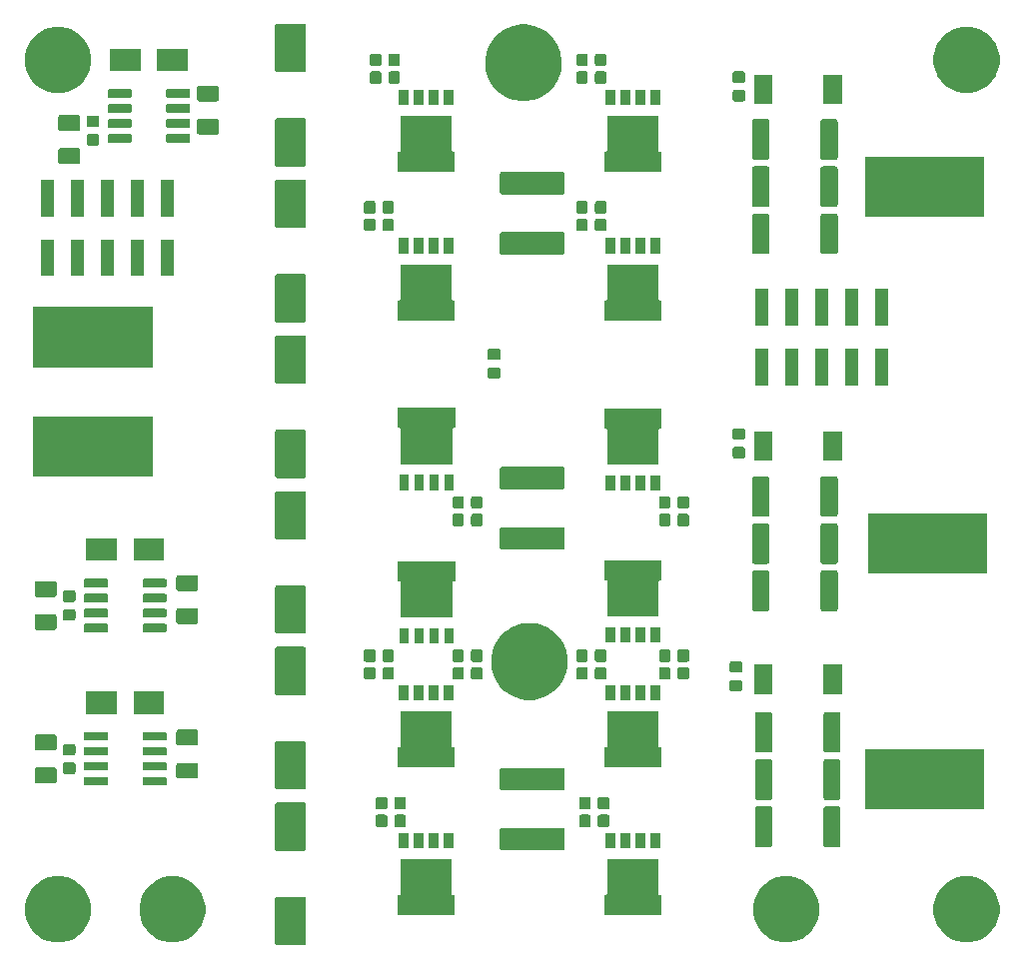
<source format=gts>
G04 #@! TF.GenerationSoftware,KiCad,Pcbnew,(5.1.4)-1*
G04 #@! TF.CreationDate,2019-11-20T08:20:37+01:00*
G04 #@! TF.ProjectId,hardware_4850,68617264-7761-4726-955f-343835302e6b,rev?*
G04 #@! TF.SameCoordinates,Original*
G04 #@! TF.FileFunction,Soldermask,Top*
G04 #@! TF.FilePolarity,Negative*
%FSLAX46Y46*%
G04 Gerber Fmt 4.6, Leading zero omitted, Abs format (unit mm)*
G04 Created by KiCad (PCBNEW (5.1.4)-1) date 2019-11-20 08:20:37*
%MOMM*%
%LPD*%
G04 APERTURE LIST*
%ADD10C,0.100000*%
G04 APERTURE END LIST*
D10*
G36*
X81171934Y-177452671D02*
G01*
X81201877Y-177461754D01*
X81229465Y-177476500D01*
X81253651Y-177496349D01*
X81273500Y-177520535D01*
X81288246Y-177548123D01*
X81297329Y-177578066D01*
X81301000Y-177615340D01*
X81301000Y-181384660D01*
X81297329Y-181421934D01*
X81288246Y-181451877D01*
X81273500Y-181479465D01*
X81253651Y-181503651D01*
X81229465Y-181523500D01*
X81201877Y-181538246D01*
X81171934Y-181547329D01*
X81134660Y-181551000D01*
X78865340Y-181551000D01*
X78828066Y-181547329D01*
X78798123Y-181538246D01*
X78770535Y-181523500D01*
X78746349Y-181503651D01*
X78726500Y-181479465D01*
X78711754Y-181451877D01*
X78702671Y-181421934D01*
X78699000Y-181384660D01*
X78699000Y-177615340D01*
X78702671Y-177578066D01*
X78711754Y-177548123D01*
X78726500Y-177520535D01*
X78746349Y-177496349D01*
X78770535Y-177476500D01*
X78798123Y-177461754D01*
X78828066Y-177452671D01*
X78865340Y-177449000D01*
X81134660Y-177449000D01*
X81171934Y-177452671D01*
X81171934Y-177452671D01*
G37*
G36*
X138117021Y-175806640D02*
G01*
X138626769Y-176017785D01*
X138626771Y-176017786D01*
X139085534Y-176324321D01*
X139475679Y-176714466D01*
X139776716Y-177165001D01*
X139782215Y-177173231D01*
X139993360Y-177682979D01*
X140101000Y-178224124D01*
X140101000Y-178775876D01*
X139993360Y-179317021D01*
X139782215Y-179826769D01*
X139782214Y-179826771D01*
X139475679Y-180285534D01*
X139085534Y-180675679D01*
X138626771Y-180982214D01*
X138626770Y-180982215D01*
X138626769Y-180982215D01*
X138117021Y-181193360D01*
X137575876Y-181301000D01*
X137024124Y-181301000D01*
X136482979Y-181193360D01*
X135973231Y-180982215D01*
X135973230Y-180982215D01*
X135973229Y-180982214D01*
X135514466Y-180675679D01*
X135124321Y-180285534D01*
X134817786Y-179826771D01*
X134817785Y-179826769D01*
X134606640Y-179317021D01*
X134499000Y-178775876D01*
X134499000Y-178224124D01*
X134606640Y-177682979D01*
X134817785Y-177173231D01*
X134823284Y-177165001D01*
X135124321Y-176714466D01*
X135514466Y-176324321D01*
X135973229Y-176017786D01*
X135973231Y-176017785D01*
X136482979Y-175806640D01*
X137024124Y-175699000D01*
X137575876Y-175699000D01*
X138117021Y-175806640D01*
X138117021Y-175806640D01*
G37*
G36*
X61117021Y-175806640D02*
G01*
X61626769Y-176017785D01*
X61626771Y-176017786D01*
X62085534Y-176324321D01*
X62475679Y-176714466D01*
X62776716Y-177165001D01*
X62782215Y-177173231D01*
X62993360Y-177682979D01*
X63101000Y-178224124D01*
X63101000Y-178775876D01*
X62993360Y-179317021D01*
X62782215Y-179826769D01*
X62782214Y-179826771D01*
X62475679Y-180285534D01*
X62085534Y-180675679D01*
X61626771Y-180982214D01*
X61626770Y-180982215D01*
X61626769Y-180982215D01*
X61117021Y-181193360D01*
X60575876Y-181301000D01*
X60024124Y-181301000D01*
X59482979Y-181193360D01*
X58973231Y-180982215D01*
X58973230Y-180982215D01*
X58973229Y-180982214D01*
X58514466Y-180675679D01*
X58124321Y-180285534D01*
X57817786Y-179826771D01*
X57817785Y-179826769D01*
X57606640Y-179317021D01*
X57499000Y-178775876D01*
X57499000Y-178224124D01*
X57606640Y-177682979D01*
X57817785Y-177173231D01*
X57823284Y-177165001D01*
X58124321Y-176714466D01*
X58514466Y-176324321D01*
X58973229Y-176017786D01*
X58973231Y-176017785D01*
X59482979Y-175806640D01*
X60024124Y-175699000D01*
X60575876Y-175699000D01*
X61117021Y-175806640D01*
X61117021Y-175806640D01*
G37*
G36*
X122817021Y-175806640D02*
G01*
X123326769Y-176017785D01*
X123326771Y-176017786D01*
X123785534Y-176324321D01*
X124175679Y-176714466D01*
X124476716Y-177165001D01*
X124482215Y-177173231D01*
X124693360Y-177682979D01*
X124801000Y-178224124D01*
X124801000Y-178775876D01*
X124693360Y-179317021D01*
X124482215Y-179826769D01*
X124482214Y-179826771D01*
X124175679Y-180285534D01*
X123785534Y-180675679D01*
X123326771Y-180982214D01*
X123326770Y-180982215D01*
X123326769Y-180982215D01*
X122817021Y-181193360D01*
X122275876Y-181301000D01*
X121724124Y-181301000D01*
X121182979Y-181193360D01*
X120673231Y-180982215D01*
X120673230Y-180982215D01*
X120673229Y-180982214D01*
X120214466Y-180675679D01*
X119824321Y-180285534D01*
X119517786Y-179826771D01*
X119517785Y-179826769D01*
X119306640Y-179317021D01*
X119199000Y-178775876D01*
X119199000Y-178224124D01*
X119306640Y-177682979D01*
X119517785Y-177173231D01*
X119523284Y-177165001D01*
X119824321Y-176714466D01*
X120214466Y-176324321D01*
X120673229Y-176017786D01*
X120673231Y-176017785D01*
X121182979Y-175806640D01*
X121724124Y-175699000D01*
X122275876Y-175699000D01*
X122817021Y-175806640D01*
X122817021Y-175806640D01*
G37*
G36*
X70817021Y-175806640D02*
G01*
X71326769Y-176017785D01*
X71326771Y-176017786D01*
X71785534Y-176324321D01*
X72175679Y-176714466D01*
X72476716Y-177165001D01*
X72482215Y-177173231D01*
X72693360Y-177682979D01*
X72801000Y-178224124D01*
X72801000Y-178775876D01*
X72693360Y-179317021D01*
X72482215Y-179826769D01*
X72482214Y-179826771D01*
X72175679Y-180285534D01*
X71785534Y-180675679D01*
X71326771Y-180982214D01*
X71326770Y-180982215D01*
X71326769Y-180982215D01*
X70817021Y-181193360D01*
X70275876Y-181301000D01*
X69724124Y-181301000D01*
X69182979Y-181193360D01*
X68673231Y-180982215D01*
X68673230Y-180982215D01*
X68673229Y-180982214D01*
X68214466Y-180675679D01*
X67824321Y-180285534D01*
X67517786Y-179826771D01*
X67517785Y-179826769D01*
X67306640Y-179317021D01*
X67199000Y-178775876D01*
X67199000Y-178224124D01*
X67306640Y-177682979D01*
X67517785Y-177173231D01*
X67523284Y-177165001D01*
X67824321Y-176714466D01*
X68214466Y-176324321D01*
X68673229Y-176017786D01*
X68673231Y-176017785D01*
X69182979Y-175806640D01*
X69724124Y-175699000D01*
X70275876Y-175699000D01*
X70817021Y-175806640D01*
X70817021Y-175806640D01*
G37*
G36*
X93670000Y-177165001D02*
G01*
X93672402Y-177189387D01*
X93679515Y-177212836D01*
X93691066Y-177234447D01*
X93706611Y-177253389D01*
X93725553Y-177268934D01*
X93747164Y-177280485D01*
X93770613Y-177287598D01*
X93794999Y-177290000D01*
X93920000Y-177290000D01*
X93920000Y-178980000D01*
X89080000Y-178980000D01*
X89080000Y-177290000D01*
X89205001Y-177290000D01*
X89229387Y-177287598D01*
X89252836Y-177280485D01*
X89274447Y-177268934D01*
X89293389Y-177253389D01*
X89308934Y-177234447D01*
X89320485Y-177212836D01*
X89327598Y-177189387D01*
X89330000Y-177165001D01*
X89330000Y-174225000D01*
X93670000Y-174225000D01*
X93670000Y-177165001D01*
X93670000Y-177165001D01*
G37*
G36*
X111170000Y-177165001D02*
G01*
X111172402Y-177189387D01*
X111179515Y-177212836D01*
X111191066Y-177234447D01*
X111206611Y-177253389D01*
X111225553Y-177268934D01*
X111247164Y-177280485D01*
X111270613Y-177287598D01*
X111294999Y-177290000D01*
X111420000Y-177290000D01*
X111420000Y-178980000D01*
X106580000Y-178980000D01*
X106580000Y-177290000D01*
X106705001Y-177290000D01*
X106729387Y-177287598D01*
X106752836Y-177280485D01*
X106774447Y-177268934D01*
X106793389Y-177253389D01*
X106808934Y-177234447D01*
X106820485Y-177212836D01*
X106827598Y-177189387D01*
X106830000Y-177165001D01*
X106830000Y-174225000D01*
X111170000Y-174225000D01*
X111170000Y-177165001D01*
X111170000Y-177165001D01*
G37*
G36*
X81171934Y-169452671D02*
G01*
X81201877Y-169461754D01*
X81229465Y-169476500D01*
X81253651Y-169496349D01*
X81273500Y-169520535D01*
X81288246Y-169548123D01*
X81297329Y-169578066D01*
X81301000Y-169615340D01*
X81301000Y-173384660D01*
X81297329Y-173421934D01*
X81288246Y-173451877D01*
X81273500Y-173479465D01*
X81253651Y-173503651D01*
X81229465Y-173523500D01*
X81201877Y-173538246D01*
X81171934Y-173547329D01*
X81134660Y-173551000D01*
X78865340Y-173551000D01*
X78828066Y-173547329D01*
X78798123Y-173538246D01*
X78770535Y-173523500D01*
X78746349Y-173503651D01*
X78726500Y-173479465D01*
X78711754Y-173451877D01*
X78702671Y-173421934D01*
X78699000Y-173384660D01*
X78699000Y-169615340D01*
X78702671Y-169578066D01*
X78711754Y-169548123D01*
X78726500Y-169520535D01*
X78746349Y-169496349D01*
X78770535Y-169476500D01*
X78798123Y-169461754D01*
X78828066Y-169452671D01*
X78865340Y-169449000D01*
X81134660Y-169449000D01*
X81171934Y-169452671D01*
X81171934Y-169452671D01*
G37*
G36*
X103110915Y-171602934D02*
G01*
X103143424Y-171612795D01*
X103173382Y-171628809D01*
X103199641Y-171650359D01*
X103221191Y-171676618D01*
X103237205Y-171706576D01*
X103247066Y-171739085D01*
X103251000Y-171779029D01*
X103251000Y-173320971D01*
X103247066Y-173360915D01*
X103237205Y-173393424D01*
X103221191Y-173423382D01*
X103199641Y-173449641D01*
X103173382Y-173471191D01*
X103143424Y-173487205D01*
X103110915Y-173497066D01*
X103070971Y-173501000D01*
X97929029Y-173501000D01*
X97889085Y-173497066D01*
X97856576Y-173487205D01*
X97826618Y-173471191D01*
X97800359Y-173449641D01*
X97778809Y-173423382D01*
X97762795Y-173393424D01*
X97752934Y-173360915D01*
X97749000Y-173320971D01*
X97749000Y-171779029D01*
X97752934Y-171739085D01*
X97762795Y-171706576D01*
X97778809Y-171676618D01*
X97800359Y-171650359D01*
X97826618Y-171628809D01*
X97856576Y-171612795D01*
X97889085Y-171602934D01*
X97929029Y-171599000D01*
X103070971Y-171599000D01*
X103110915Y-171602934D01*
X103110915Y-171602934D01*
G37*
G36*
X107520000Y-173310000D02*
G01*
X106680000Y-173310000D01*
X106680000Y-172020000D01*
X107520000Y-172020000D01*
X107520000Y-173310000D01*
X107520000Y-173310000D01*
G37*
G36*
X108790000Y-173310000D02*
G01*
X107950000Y-173310000D01*
X107950000Y-172020000D01*
X108790000Y-172020000D01*
X108790000Y-173310000D01*
X108790000Y-173310000D01*
G37*
G36*
X111330000Y-173310000D02*
G01*
X110490000Y-173310000D01*
X110490000Y-172020000D01*
X111330000Y-172020000D01*
X111330000Y-173310000D01*
X111330000Y-173310000D01*
G37*
G36*
X110060000Y-173310000D02*
G01*
X109220000Y-173310000D01*
X109220000Y-172020000D01*
X110060000Y-172020000D01*
X110060000Y-173310000D01*
X110060000Y-173310000D01*
G37*
G36*
X90020000Y-173310000D02*
G01*
X89180000Y-173310000D01*
X89180000Y-172020000D01*
X90020000Y-172020000D01*
X90020000Y-173310000D01*
X90020000Y-173310000D01*
G37*
G36*
X92560000Y-173310000D02*
G01*
X91720000Y-173310000D01*
X91720000Y-172020000D01*
X92560000Y-172020000D01*
X92560000Y-173310000D01*
X92560000Y-173310000D01*
G37*
G36*
X91290000Y-173310000D02*
G01*
X90450000Y-173310000D01*
X90450000Y-172020000D01*
X91290000Y-172020000D01*
X91290000Y-173310000D01*
X91290000Y-173310000D01*
G37*
G36*
X93830000Y-173310000D02*
G01*
X92990000Y-173310000D01*
X92990000Y-172020000D01*
X93830000Y-172020000D01*
X93830000Y-173310000D01*
X93830000Y-173310000D01*
G37*
G36*
X126472798Y-169778247D02*
G01*
X126508367Y-169789037D01*
X126541139Y-169806554D01*
X126569869Y-169830131D01*
X126593446Y-169858861D01*
X126610963Y-169891633D01*
X126621753Y-169927202D01*
X126626000Y-169970325D01*
X126626000Y-173029675D01*
X126621753Y-173072798D01*
X126610963Y-173108367D01*
X126593446Y-173141139D01*
X126569869Y-173169869D01*
X126541139Y-173193446D01*
X126508367Y-173210963D01*
X126472798Y-173221753D01*
X126429675Y-173226000D01*
X125370325Y-173226000D01*
X125327202Y-173221753D01*
X125291633Y-173210963D01*
X125258861Y-173193446D01*
X125230131Y-173169869D01*
X125206554Y-173141139D01*
X125189037Y-173108367D01*
X125178247Y-173072798D01*
X125174000Y-173029675D01*
X125174000Y-169970325D01*
X125178247Y-169927202D01*
X125189037Y-169891633D01*
X125206554Y-169858861D01*
X125230131Y-169830131D01*
X125258861Y-169806554D01*
X125291633Y-169789037D01*
X125327202Y-169778247D01*
X125370325Y-169774000D01*
X126429675Y-169774000D01*
X126472798Y-169778247D01*
X126472798Y-169778247D01*
G37*
G36*
X120672798Y-169778247D02*
G01*
X120708367Y-169789037D01*
X120741139Y-169806554D01*
X120769869Y-169830131D01*
X120793446Y-169858861D01*
X120810963Y-169891633D01*
X120821753Y-169927202D01*
X120826000Y-169970325D01*
X120826000Y-173029675D01*
X120821753Y-173072798D01*
X120810963Y-173108367D01*
X120793446Y-173141139D01*
X120769869Y-173169869D01*
X120741139Y-173193446D01*
X120708367Y-173210963D01*
X120672798Y-173221753D01*
X120629675Y-173226000D01*
X119570325Y-173226000D01*
X119527202Y-173221753D01*
X119491633Y-173210963D01*
X119458861Y-173193446D01*
X119430131Y-173169869D01*
X119406554Y-173141139D01*
X119389037Y-173108367D01*
X119378247Y-173072798D01*
X119374000Y-173029675D01*
X119374000Y-169970325D01*
X119378247Y-169927202D01*
X119389037Y-169891633D01*
X119406554Y-169858861D01*
X119430131Y-169830131D01*
X119458861Y-169806554D01*
X119491633Y-169789037D01*
X119527202Y-169778247D01*
X119570325Y-169774000D01*
X120629675Y-169774000D01*
X120672798Y-169778247D01*
X120672798Y-169778247D01*
G37*
G36*
X106879591Y-170478085D02*
G01*
X106913569Y-170488393D01*
X106944890Y-170505134D01*
X106972339Y-170527661D01*
X106994866Y-170555110D01*
X107011607Y-170586431D01*
X107021915Y-170620409D01*
X107026000Y-170661890D01*
X107026000Y-171338110D01*
X107021915Y-171379591D01*
X107011607Y-171413569D01*
X106994866Y-171444890D01*
X106972339Y-171472339D01*
X106944890Y-171494866D01*
X106913569Y-171511607D01*
X106879591Y-171521915D01*
X106838110Y-171526000D01*
X106236890Y-171526000D01*
X106195409Y-171521915D01*
X106161431Y-171511607D01*
X106130110Y-171494866D01*
X106102661Y-171472339D01*
X106080134Y-171444890D01*
X106063393Y-171413569D01*
X106053085Y-171379591D01*
X106049000Y-171338110D01*
X106049000Y-170661890D01*
X106053085Y-170620409D01*
X106063393Y-170586431D01*
X106080134Y-170555110D01*
X106102661Y-170527661D01*
X106130110Y-170505134D01*
X106161431Y-170488393D01*
X106195409Y-170478085D01*
X106236890Y-170474000D01*
X106838110Y-170474000D01*
X106879591Y-170478085D01*
X106879591Y-170478085D01*
G37*
G36*
X105304591Y-170478085D02*
G01*
X105338569Y-170488393D01*
X105369890Y-170505134D01*
X105397339Y-170527661D01*
X105419866Y-170555110D01*
X105436607Y-170586431D01*
X105446915Y-170620409D01*
X105451000Y-170661890D01*
X105451000Y-171338110D01*
X105446915Y-171379591D01*
X105436607Y-171413569D01*
X105419866Y-171444890D01*
X105397339Y-171472339D01*
X105369890Y-171494866D01*
X105338569Y-171511607D01*
X105304591Y-171521915D01*
X105263110Y-171526000D01*
X104661890Y-171526000D01*
X104620409Y-171521915D01*
X104586431Y-171511607D01*
X104555110Y-171494866D01*
X104527661Y-171472339D01*
X104505134Y-171444890D01*
X104488393Y-171413569D01*
X104478085Y-171379591D01*
X104474000Y-171338110D01*
X104474000Y-170661890D01*
X104478085Y-170620409D01*
X104488393Y-170586431D01*
X104505134Y-170555110D01*
X104527661Y-170527661D01*
X104555110Y-170505134D01*
X104586431Y-170488393D01*
X104620409Y-170478085D01*
X104661890Y-170474000D01*
X105263110Y-170474000D01*
X105304591Y-170478085D01*
X105304591Y-170478085D01*
G37*
G36*
X89629591Y-170478085D02*
G01*
X89663569Y-170488393D01*
X89694890Y-170505134D01*
X89722339Y-170527661D01*
X89744866Y-170555110D01*
X89761607Y-170586431D01*
X89771915Y-170620409D01*
X89776000Y-170661890D01*
X89776000Y-171338110D01*
X89771915Y-171379591D01*
X89761607Y-171413569D01*
X89744866Y-171444890D01*
X89722339Y-171472339D01*
X89694890Y-171494866D01*
X89663569Y-171511607D01*
X89629591Y-171521915D01*
X89588110Y-171526000D01*
X88986890Y-171526000D01*
X88945409Y-171521915D01*
X88911431Y-171511607D01*
X88880110Y-171494866D01*
X88852661Y-171472339D01*
X88830134Y-171444890D01*
X88813393Y-171413569D01*
X88803085Y-171379591D01*
X88799000Y-171338110D01*
X88799000Y-170661890D01*
X88803085Y-170620409D01*
X88813393Y-170586431D01*
X88830134Y-170555110D01*
X88852661Y-170527661D01*
X88880110Y-170505134D01*
X88911431Y-170488393D01*
X88945409Y-170478085D01*
X88986890Y-170474000D01*
X89588110Y-170474000D01*
X89629591Y-170478085D01*
X89629591Y-170478085D01*
G37*
G36*
X88054591Y-170478085D02*
G01*
X88088569Y-170488393D01*
X88119890Y-170505134D01*
X88147339Y-170527661D01*
X88169866Y-170555110D01*
X88186607Y-170586431D01*
X88196915Y-170620409D01*
X88201000Y-170661890D01*
X88201000Y-171338110D01*
X88196915Y-171379591D01*
X88186607Y-171413569D01*
X88169866Y-171444890D01*
X88147339Y-171472339D01*
X88119890Y-171494866D01*
X88088569Y-171511607D01*
X88054591Y-171521915D01*
X88013110Y-171526000D01*
X87411890Y-171526000D01*
X87370409Y-171521915D01*
X87336431Y-171511607D01*
X87305110Y-171494866D01*
X87277661Y-171472339D01*
X87255134Y-171444890D01*
X87238393Y-171413569D01*
X87228085Y-171379591D01*
X87224000Y-171338110D01*
X87224000Y-170661890D01*
X87228085Y-170620409D01*
X87238393Y-170586431D01*
X87255134Y-170555110D01*
X87277661Y-170527661D01*
X87305110Y-170505134D01*
X87336431Y-170488393D01*
X87370409Y-170478085D01*
X87411890Y-170474000D01*
X88013110Y-170474000D01*
X88054591Y-170478085D01*
X88054591Y-170478085D01*
G37*
G36*
X138801000Y-170051000D02*
G01*
X128699000Y-170051000D01*
X128699000Y-164949000D01*
X138801000Y-164949000D01*
X138801000Y-170051000D01*
X138801000Y-170051000D01*
G37*
G36*
X106879591Y-168978085D02*
G01*
X106913569Y-168988393D01*
X106944890Y-169005134D01*
X106972339Y-169027661D01*
X106994866Y-169055110D01*
X107011607Y-169086431D01*
X107021915Y-169120409D01*
X107026000Y-169161890D01*
X107026000Y-169838110D01*
X107021915Y-169879591D01*
X107011607Y-169913569D01*
X106994866Y-169944890D01*
X106972339Y-169972339D01*
X106944890Y-169994866D01*
X106913569Y-170011607D01*
X106879591Y-170021915D01*
X106838110Y-170026000D01*
X106236890Y-170026000D01*
X106195409Y-170021915D01*
X106161431Y-170011607D01*
X106130110Y-169994866D01*
X106102661Y-169972339D01*
X106080134Y-169944890D01*
X106063393Y-169913569D01*
X106053085Y-169879591D01*
X106049000Y-169838110D01*
X106049000Y-169161890D01*
X106053085Y-169120409D01*
X106063393Y-169086431D01*
X106080134Y-169055110D01*
X106102661Y-169027661D01*
X106130110Y-169005134D01*
X106161431Y-168988393D01*
X106195409Y-168978085D01*
X106236890Y-168974000D01*
X106838110Y-168974000D01*
X106879591Y-168978085D01*
X106879591Y-168978085D01*
G37*
G36*
X105304591Y-168978085D02*
G01*
X105338569Y-168988393D01*
X105369890Y-169005134D01*
X105397339Y-169027661D01*
X105419866Y-169055110D01*
X105436607Y-169086431D01*
X105446915Y-169120409D01*
X105451000Y-169161890D01*
X105451000Y-169838110D01*
X105446915Y-169879591D01*
X105436607Y-169913569D01*
X105419866Y-169944890D01*
X105397339Y-169972339D01*
X105369890Y-169994866D01*
X105338569Y-170011607D01*
X105304591Y-170021915D01*
X105263110Y-170026000D01*
X104661890Y-170026000D01*
X104620409Y-170021915D01*
X104586431Y-170011607D01*
X104555110Y-169994866D01*
X104527661Y-169972339D01*
X104505134Y-169944890D01*
X104488393Y-169913569D01*
X104478085Y-169879591D01*
X104474000Y-169838110D01*
X104474000Y-169161890D01*
X104478085Y-169120409D01*
X104488393Y-169086431D01*
X104505134Y-169055110D01*
X104527661Y-169027661D01*
X104555110Y-169005134D01*
X104586431Y-168988393D01*
X104620409Y-168978085D01*
X104661890Y-168974000D01*
X105263110Y-168974000D01*
X105304591Y-168978085D01*
X105304591Y-168978085D01*
G37*
G36*
X88054591Y-168978085D02*
G01*
X88088569Y-168988393D01*
X88119890Y-169005134D01*
X88147339Y-169027661D01*
X88169866Y-169055110D01*
X88186607Y-169086431D01*
X88196915Y-169120409D01*
X88201000Y-169161890D01*
X88201000Y-169838110D01*
X88196915Y-169879591D01*
X88186607Y-169913569D01*
X88169866Y-169944890D01*
X88147339Y-169972339D01*
X88119890Y-169994866D01*
X88088569Y-170011607D01*
X88054591Y-170021915D01*
X88013110Y-170026000D01*
X87411890Y-170026000D01*
X87370409Y-170021915D01*
X87336431Y-170011607D01*
X87305110Y-169994866D01*
X87277661Y-169972339D01*
X87255134Y-169944890D01*
X87238393Y-169913569D01*
X87228085Y-169879591D01*
X87224000Y-169838110D01*
X87224000Y-169161890D01*
X87228085Y-169120409D01*
X87238393Y-169086431D01*
X87255134Y-169055110D01*
X87277661Y-169027661D01*
X87305110Y-169005134D01*
X87336431Y-168988393D01*
X87370409Y-168978085D01*
X87411890Y-168974000D01*
X88013110Y-168974000D01*
X88054591Y-168978085D01*
X88054591Y-168978085D01*
G37*
G36*
X89629591Y-168978085D02*
G01*
X89663569Y-168988393D01*
X89694890Y-169005134D01*
X89722339Y-169027661D01*
X89744866Y-169055110D01*
X89761607Y-169086431D01*
X89771915Y-169120409D01*
X89776000Y-169161890D01*
X89776000Y-169838110D01*
X89771915Y-169879591D01*
X89761607Y-169913569D01*
X89744866Y-169944890D01*
X89722339Y-169972339D01*
X89694890Y-169994866D01*
X89663569Y-170011607D01*
X89629591Y-170021915D01*
X89588110Y-170026000D01*
X88986890Y-170026000D01*
X88945409Y-170021915D01*
X88911431Y-170011607D01*
X88880110Y-169994866D01*
X88852661Y-169972339D01*
X88830134Y-169944890D01*
X88813393Y-169913569D01*
X88803085Y-169879591D01*
X88799000Y-169838110D01*
X88799000Y-169161890D01*
X88803085Y-169120409D01*
X88813393Y-169086431D01*
X88830134Y-169055110D01*
X88852661Y-169027661D01*
X88880110Y-169005134D01*
X88911431Y-168988393D01*
X88945409Y-168978085D01*
X88986890Y-168974000D01*
X89588110Y-168974000D01*
X89629591Y-168978085D01*
X89629591Y-168978085D01*
G37*
G36*
X126472798Y-165778247D02*
G01*
X126508367Y-165789037D01*
X126541139Y-165806554D01*
X126569869Y-165830131D01*
X126593446Y-165858861D01*
X126610963Y-165891633D01*
X126621753Y-165927202D01*
X126626000Y-165970325D01*
X126626000Y-169029675D01*
X126621753Y-169072798D01*
X126610963Y-169108367D01*
X126593446Y-169141139D01*
X126569869Y-169169869D01*
X126541139Y-169193446D01*
X126508367Y-169210963D01*
X126472798Y-169221753D01*
X126429675Y-169226000D01*
X125370325Y-169226000D01*
X125327202Y-169221753D01*
X125291633Y-169210963D01*
X125258861Y-169193446D01*
X125230131Y-169169869D01*
X125206554Y-169141139D01*
X125189037Y-169108367D01*
X125178247Y-169072798D01*
X125174000Y-169029675D01*
X125174000Y-165970325D01*
X125178247Y-165927202D01*
X125189037Y-165891633D01*
X125206554Y-165858861D01*
X125230131Y-165830131D01*
X125258861Y-165806554D01*
X125291633Y-165789037D01*
X125327202Y-165778247D01*
X125370325Y-165774000D01*
X126429675Y-165774000D01*
X126472798Y-165778247D01*
X126472798Y-165778247D01*
G37*
G36*
X120672798Y-165778247D02*
G01*
X120708367Y-165789037D01*
X120741139Y-165806554D01*
X120769869Y-165830131D01*
X120793446Y-165858861D01*
X120810963Y-165891633D01*
X120821753Y-165927202D01*
X120826000Y-165970325D01*
X120826000Y-169029675D01*
X120821753Y-169072798D01*
X120810963Y-169108367D01*
X120793446Y-169141139D01*
X120769869Y-169169869D01*
X120741139Y-169193446D01*
X120708367Y-169210963D01*
X120672798Y-169221753D01*
X120629675Y-169226000D01*
X119570325Y-169226000D01*
X119527202Y-169221753D01*
X119491633Y-169210963D01*
X119458861Y-169193446D01*
X119430131Y-169169869D01*
X119406554Y-169141139D01*
X119389037Y-169108367D01*
X119378247Y-169072798D01*
X119374000Y-169029675D01*
X119374000Y-165970325D01*
X119378247Y-165927202D01*
X119389037Y-165891633D01*
X119406554Y-165858861D01*
X119430131Y-165830131D01*
X119458861Y-165806554D01*
X119491633Y-165789037D01*
X119527202Y-165778247D01*
X119570325Y-165774000D01*
X120629675Y-165774000D01*
X120672798Y-165778247D01*
X120672798Y-165778247D01*
G37*
G36*
X103110915Y-166502934D02*
G01*
X103143424Y-166512795D01*
X103173382Y-166528809D01*
X103199641Y-166550359D01*
X103221191Y-166576618D01*
X103237205Y-166606576D01*
X103247066Y-166639085D01*
X103251000Y-166679029D01*
X103251000Y-168220971D01*
X103247066Y-168260915D01*
X103237205Y-168293424D01*
X103221191Y-168323382D01*
X103199641Y-168349641D01*
X103173382Y-168371191D01*
X103143424Y-168387205D01*
X103110915Y-168397066D01*
X103070971Y-168401000D01*
X97929029Y-168401000D01*
X97889085Y-168397066D01*
X97856576Y-168387205D01*
X97826618Y-168371191D01*
X97800359Y-168349641D01*
X97778809Y-168323382D01*
X97762795Y-168293424D01*
X97752934Y-168260915D01*
X97749000Y-168220971D01*
X97749000Y-166679029D01*
X97752934Y-166639085D01*
X97762795Y-166606576D01*
X97778809Y-166576618D01*
X97800359Y-166550359D01*
X97826618Y-166528809D01*
X97856576Y-166512795D01*
X97889085Y-166502934D01*
X97929029Y-166499000D01*
X103070971Y-166499000D01*
X103110915Y-166502934D01*
X103110915Y-166502934D01*
G37*
G36*
X81171934Y-164252671D02*
G01*
X81201877Y-164261754D01*
X81229465Y-164276500D01*
X81253651Y-164296349D01*
X81273500Y-164320535D01*
X81288246Y-164348123D01*
X81297329Y-164378066D01*
X81301000Y-164415340D01*
X81301000Y-168184660D01*
X81297329Y-168221934D01*
X81288246Y-168251877D01*
X81273500Y-168279465D01*
X81253651Y-168303651D01*
X81229465Y-168323500D01*
X81201877Y-168338246D01*
X81171934Y-168347329D01*
X81134660Y-168351000D01*
X78865340Y-168351000D01*
X78828066Y-168347329D01*
X78798123Y-168338246D01*
X78770535Y-168323500D01*
X78746349Y-168303651D01*
X78726500Y-168279465D01*
X78711754Y-168251877D01*
X78702671Y-168221934D01*
X78699000Y-168184660D01*
X78699000Y-164415340D01*
X78702671Y-164378066D01*
X78711754Y-164348123D01*
X78726500Y-164320535D01*
X78746349Y-164296349D01*
X78770535Y-164276500D01*
X78798123Y-164261754D01*
X78828066Y-164252671D01*
X78865340Y-164249000D01*
X81134660Y-164249000D01*
X81171934Y-164252671D01*
X81171934Y-164252671D01*
G37*
G36*
X69409928Y-167306764D02*
G01*
X69431009Y-167313160D01*
X69450445Y-167323548D01*
X69467476Y-167337524D01*
X69481452Y-167354555D01*
X69491840Y-167373991D01*
X69498236Y-167395072D01*
X69501000Y-167423140D01*
X69501000Y-167886860D01*
X69498236Y-167914928D01*
X69491840Y-167936009D01*
X69481452Y-167955445D01*
X69467476Y-167972476D01*
X69450445Y-167986452D01*
X69431009Y-167996840D01*
X69409928Y-168003236D01*
X69381860Y-168006000D01*
X67568140Y-168006000D01*
X67540072Y-168003236D01*
X67518991Y-167996840D01*
X67499555Y-167986452D01*
X67482524Y-167972476D01*
X67468548Y-167955445D01*
X67458160Y-167936009D01*
X67451764Y-167914928D01*
X67449000Y-167886860D01*
X67449000Y-167423140D01*
X67451764Y-167395072D01*
X67458160Y-167373991D01*
X67468548Y-167354555D01*
X67482524Y-167337524D01*
X67499555Y-167323548D01*
X67518991Y-167313160D01*
X67540072Y-167306764D01*
X67568140Y-167304000D01*
X69381860Y-167304000D01*
X69409928Y-167306764D01*
X69409928Y-167306764D01*
G37*
G36*
X64459928Y-167306764D02*
G01*
X64481009Y-167313160D01*
X64500445Y-167323548D01*
X64517476Y-167337524D01*
X64531452Y-167354555D01*
X64541840Y-167373991D01*
X64548236Y-167395072D01*
X64551000Y-167423140D01*
X64551000Y-167886860D01*
X64548236Y-167914928D01*
X64541840Y-167936009D01*
X64531452Y-167955445D01*
X64517476Y-167972476D01*
X64500445Y-167986452D01*
X64481009Y-167996840D01*
X64459928Y-168003236D01*
X64431860Y-168006000D01*
X62618140Y-168006000D01*
X62590072Y-168003236D01*
X62568991Y-167996840D01*
X62549555Y-167986452D01*
X62532524Y-167972476D01*
X62518548Y-167955445D01*
X62508160Y-167936009D01*
X62501764Y-167914928D01*
X62499000Y-167886860D01*
X62499000Y-167423140D01*
X62501764Y-167395072D01*
X62508160Y-167373991D01*
X62518548Y-167354555D01*
X62532524Y-167337524D01*
X62549555Y-167323548D01*
X62568991Y-167313160D01*
X62590072Y-167306764D01*
X62618140Y-167304000D01*
X64431860Y-167304000D01*
X64459928Y-167306764D01*
X64459928Y-167306764D01*
G37*
G36*
X60018604Y-166478347D02*
G01*
X60055144Y-166489432D01*
X60088821Y-166507433D01*
X60118341Y-166531659D01*
X60142567Y-166561179D01*
X60160568Y-166594856D01*
X60171653Y-166631396D01*
X60176000Y-166675538D01*
X60176000Y-167624462D01*
X60171653Y-167668604D01*
X60160568Y-167705144D01*
X60142567Y-167738821D01*
X60118341Y-167768341D01*
X60088821Y-167792567D01*
X60055144Y-167810568D01*
X60018604Y-167821653D01*
X59974462Y-167826000D01*
X58525538Y-167826000D01*
X58481396Y-167821653D01*
X58444856Y-167810568D01*
X58411179Y-167792567D01*
X58381659Y-167768341D01*
X58357433Y-167738821D01*
X58339432Y-167705144D01*
X58328347Y-167668604D01*
X58324000Y-167624462D01*
X58324000Y-166675538D01*
X58328347Y-166631396D01*
X58339432Y-166594856D01*
X58357433Y-166561179D01*
X58381659Y-166531659D01*
X58411179Y-166507433D01*
X58444856Y-166489432D01*
X58481396Y-166478347D01*
X58525538Y-166474000D01*
X59974462Y-166474000D01*
X60018604Y-166478347D01*
X60018604Y-166478347D01*
G37*
G36*
X72018604Y-166078347D02*
G01*
X72055144Y-166089432D01*
X72088821Y-166107433D01*
X72118341Y-166131659D01*
X72142567Y-166161179D01*
X72160568Y-166194856D01*
X72171653Y-166231396D01*
X72176000Y-166275538D01*
X72176000Y-167224462D01*
X72171653Y-167268604D01*
X72160568Y-167305144D01*
X72142567Y-167338821D01*
X72118341Y-167368341D01*
X72088821Y-167392567D01*
X72055144Y-167410568D01*
X72018604Y-167421653D01*
X71974462Y-167426000D01*
X70525538Y-167426000D01*
X70481396Y-167421653D01*
X70444856Y-167410568D01*
X70411179Y-167392567D01*
X70381659Y-167368341D01*
X70357433Y-167338821D01*
X70339432Y-167305144D01*
X70328347Y-167268604D01*
X70324000Y-167224462D01*
X70324000Y-166275538D01*
X70328347Y-166231396D01*
X70339432Y-166194856D01*
X70357433Y-166161179D01*
X70381659Y-166131659D01*
X70411179Y-166107433D01*
X70444856Y-166089432D01*
X70481396Y-166078347D01*
X70525538Y-166074000D01*
X71974462Y-166074000D01*
X72018604Y-166078347D01*
X72018604Y-166078347D01*
G37*
G36*
X61629591Y-166053085D02*
G01*
X61663569Y-166063393D01*
X61694890Y-166080134D01*
X61722339Y-166102661D01*
X61744866Y-166130110D01*
X61761607Y-166161431D01*
X61771915Y-166195409D01*
X61776000Y-166236890D01*
X61776000Y-166838110D01*
X61771915Y-166879591D01*
X61761607Y-166913569D01*
X61744866Y-166944890D01*
X61722339Y-166972339D01*
X61694890Y-166994866D01*
X61663569Y-167011607D01*
X61629591Y-167021915D01*
X61588110Y-167026000D01*
X60911890Y-167026000D01*
X60870409Y-167021915D01*
X60836431Y-167011607D01*
X60805110Y-166994866D01*
X60777661Y-166972339D01*
X60755134Y-166944890D01*
X60738393Y-166913569D01*
X60728085Y-166879591D01*
X60724000Y-166838110D01*
X60724000Y-166236890D01*
X60728085Y-166195409D01*
X60738393Y-166161431D01*
X60755134Y-166130110D01*
X60777661Y-166102661D01*
X60805110Y-166080134D01*
X60836431Y-166063393D01*
X60870409Y-166053085D01*
X60911890Y-166049000D01*
X61588110Y-166049000D01*
X61629591Y-166053085D01*
X61629591Y-166053085D01*
G37*
G36*
X64459928Y-166036764D02*
G01*
X64481009Y-166043160D01*
X64500445Y-166053548D01*
X64517476Y-166067524D01*
X64531452Y-166084555D01*
X64541840Y-166103991D01*
X64548236Y-166125072D01*
X64551000Y-166153140D01*
X64551000Y-166616860D01*
X64548236Y-166644928D01*
X64541840Y-166666009D01*
X64531452Y-166685445D01*
X64517476Y-166702476D01*
X64500445Y-166716452D01*
X64481009Y-166726840D01*
X64459928Y-166733236D01*
X64431860Y-166736000D01*
X62618140Y-166736000D01*
X62590072Y-166733236D01*
X62568991Y-166726840D01*
X62549555Y-166716452D01*
X62532524Y-166702476D01*
X62518548Y-166685445D01*
X62508160Y-166666009D01*
X62501764Y-166644928D01*
X62499000Y-166616860D01*
X62499000Y-166153140D01*
X62501764Y-166125072D01*
X62508160Y-166103991D01*
X62518548Y-166084555D01*
X62532524Y-166067524D01*
X62549555Y-166053548D01*
X62568991Y-166043160D01*
X62590072Y-166036764D01*
X62618140Y-166034000D01*
X64431860Y-166034000D01*
X64459928Y-166036764D01*
X64459928Y-166036764D01*
G37*
G36*
X69409928Y-166036764D02*
G01*
X69431009Y-166043160D01*
X69450445Y-166053548D01*
X69467476Y-166067524D01*
X69481452Y-166084555D01*
X69491840Y-166103991D01*
X69498236Y-166125072D01*
X69501000Y-166153140D01*
X69501000Y-166616860D01*
X69498236Y-166644928D01*
X69491840Y-166666009D01*
X69481452Y-166685445D01*
X69467476Y-166702476D01*
X69450445Y-166716452D01*
X69431009Y-166726840D01*
X69409928Y-166733236D01*
X69381860Y-166736000D01*
X67568140Y-166736000D01*
X67540072Y-166733236D01*
X67518991Y-166726840D01*
X67499555Y-166716452D01*
X67482524Y-166702476D01*
X67468548Y-166685445D01*
X67458160Y-166666009D01*
X67451764Y-166644928D01*
X67449000Y-166616860D01*
X67449000Y-166153140D01*
X67451764Y-166125072D01*
X67458160Y-166103991D01*
X67468548Y-166084555D01*
X67482524Y-166067524D01*
X67499555Y-166053548D01*
X67518991Y-166043160D01*
X67540072Y-166036764D01*
X67568140Y-166034000D01*
X69381860Y-166034000D01*
X69409928Y-166036764D01*
X69409928Y-166036764D01*
G37*
G36*
X111170000Y-164665001D02*
G01*
X111172402Y-164689387D01*
X111179515Y-164712836D01*
X111191066Y-164734447D01*
X111206611Y-164753389D01*
X111225553Y-164768934D01*
X111247164Y-164780485D01*
X111270613Y-164787598D01*
X111294999Y-164790000D01*
X111420000Y-164790000D01*
X111420000Y-166480000D01*
X106580000Y-166480000D01*
X106580000Y-164790000D01*
X106705001Y-164790000D01*
X106729387Y-164787598D01*
X106752836Y-164780485D01*
X106774447Y-164768934D01*
X106793389Y-164753389D01*
X106808934Y-164734447D01*
X106820485Y-164712836D01*
X106827598Y-164689387D01*
X106830000Y-164665001D01*
X106830000Y-161725000D01*
X111170000Y-161725000D01*
X111170000Y-164665001D01*
X111170000Y-164665001D01*
G37*
G36*
X93670000Y-164665001D02*
G01*
X93672402Y-164689387D01*
X93679515Y-164712836D01*
X93691066Y-164734447D01*
X93706611Y-164753389D01*
X93725553Y-164768934D01*
X93747164Y-164780485D01*
X93770613Y-164787598D01*
X93794999Y-164790000D01*
X93920000Y-164790000D01*
X93920000Y-166480000D01*
X89080000Y-166480000D01*
X89080000Y-164790000D01*
X89205001Y-164790000D01*
X89229387Y-164787598D01*
X89252836Y-164780485D01*
X89274447Y-164768934D01*
X89293389Y-164753389D01*
X89308934Y-164734447D01*
X89320485Y-164712836D01*
X89327598Y-164689387D01*
X89330000Y-164665001D01*
X89330000Y-161725000D01*
X93670000Y-161725000D01*
X93670000Y-164665001D01*
X93670000Y-164665001D01*
G37*
G36*
X64459928Y-164766764D02*
G01*
X64481009Y-164773160D01*
X64500445Y-164783548D01*
X64517476Y-164797524D01*
X64531452Y-164814555D01*
X64541840Y-164833991D01*
X64548236Y-164855072D01*
X64551000Y-164883140D01*
X64551000Y-165346860D01*
X64548236Y-165374928D01*
X64541840Y-165396009D01*
X64531452Y-165415445D01*
X64517476Y-165432476D01*
X64500445Y-165446452D01*
X64481009Y-165456840D01*
X64459928Y-165463236D01*
X64431860Y-165466000D01*
X62618140Y-165466000D01*
X62590072Y-165463236D01*
X62568991Y-165456840D01*
X62549555Y-165446452D01*
X62532524Y-165432476D01*
X62518548Y-165415445D01*
X62508160Y-165396009D01*
X62501764Y-165374928D01*
X62499000Y-165346860D01*
X62499000Y-164883140D01*
X62501764Y-164855072D01*
X62508160Y-164833991D01*
X62518548Y-164814555D01*
X62532524Y-164797524D01*
X62549555Y-164783548D01*
X62568991Y-164773160D01*
X62590072Y-164766764D01*
X62618140Y-164764000D01*
X64431860Y-164764000D01*
X64459928Y-164766764D01*
X64459928Y-164766764D01*
G37*
G36*
X69409928Y-164766764D02*
G01*
X69431009Y-164773160D01*
X69450445Y-164783548D01*
X69467476Y-164797524D01*
X69481452Y-164814555D01*
X69491840Y-164833991D01*
X69498236Y-164855072D01*
X69501000Y-164883140D01*
X69501000Y-165346860D01*
X69498236Y-165374928D01*
X69491840Y-165396009D01*
X69481452Y-165415445D01*
X69467476Y-165432476D01*
X69450445Y-165446452D01*
X69431009Y-165456840D01*
X69409928Y-165463236D01*
X69381860Y-165466000D01*
X67568140Y-165466000D01*
X67540072Y-165463236D01*
X67518991Y-165456840D01*
X67499555Y-165446452D01*
X67482524Y-165432476D01*
X67468548Y-165415445D01*
X67458160Y-165396009D01*
X67451764Y-165374928D01*
X67449000Y-165346860D01*
X67449000Y-164883140D01*
X67451764Y-164855072D01*
X67458160Y-164833991D01*
X67468548Y-164814555D01*
X67482524Y-164797524D01*
X67499555Y-164783548D01*
X67518991Y-164773160D01*
X67540072Y-164766764D01*
X67568140Y-164764000D01*
X69381860Y-164764000D01*
X69409928Y-164766764D01*
X69409928Y-164766764D01*
G37*
G36*
X61629591Y-164478085D02*
G01*
X61663569Y-164488393D01*
X61694890Y-164505134D01*
X61722339Y-164527661D01*
X61744866Y-164555110D01*
X61761607Y-164586431D01*
X61771915Y-164620409D01*
X61776000Y-164661890D01*
X61776000Y-165263110D01*
X61771915Y-165304591D01*
X61761607Y-165338569D01*
X61744866Y-165369890D01*
X61722339Y-165397339D01*
X61694890Y-165419866D01*
X61663569Y-165436607D01*
X61629591Y-165446915D01*
X61588110Y-165451000D01*
X60911890Y-165451000D01*
X60870409Y-165446915D01*
X60836431Y-165436607D01*
X60805110Y-165419866D01*
X60777661Y-165397339D01*
X60755134Y-165369890D01*
X60738393Y-165338569D01*
X60728085Y-165304591D01*
X60724000Y-165263110D01*
X60724000Y-164661890D01*
X60728085Y-164620409D01*
X60738393Y-164586431D01*
X60755134Y-164555110D01*
X60777661Y-164527661D01*
X60805110Y-164505134D01*
X60836431Y-164488393D01*
X60870409Y-164478085D01*
X60911890Y-164474000D01*
X61588110Y-164474000D01*
X61629591Y-164478085D01*
X61629591Y-164478085D01*
G37*
G36*
X120672798Y-161778247D02*
G01*
X120708367Y-161789037D01*
X120741139Y-161806554D01*
X120769869Y-161830131D01*
X120793446Y-161858861D01*
X120810963Y-161891633D01*
X120821753Y-161927202D01*
X120826000Y-161970325D01*
X120826000Y-165029675D01*
X120821753Y-165072798D01*
X120810963Y-165108367D01*
X120793446Y-165141139D01*
X120769869Y-165169869D01*
X120741139Y-165193446D01*
X120708367Y-165210963D01*
X120672798Y-165221753D01*
X120629675Y-165226000D01*
X119570325Y-165226000D01*
X119527202Y-165221753D01*
X119491633Y-165210963D01*
X119458861Y-165193446D01*
X119430131Y-165169869D01*
X119406554Y-165141139D01*
X119389037Y-165108367D01*
X119378247Y-165072798D01*
X119374000Y-165029675D01*
X119374000Y-161970325D01*
X119378247Y-161927202D01*
X119389037Y-161891633D01*
X119406554Y-161858861D01*
X119430131Y-161830131D01*
X119458861Y-161806554D01*
X119491633Y-161789037D01*
X119527202Y-161778247D01*
X119570325Y-161774000D01*
X120629675Y-161774000D01*
X120672798Y-161778247D01*
X120672798Y-161778247D01*
G37*
G36*
X126472798Y-161778247D02*
G01*
X126508367Y-161789037D01*
X126541139Y-161806554D01*
X126569869Y-161830131D01*
X126593446Y-161858861D01*
X126610963Y-161891633D01*
X126621753Y-161927202D01*
X126626000Y-161970325D01*
X126626000Y-165029675D01*
X126621753Y-165072798D01*
X126610963Y-165108367D01*
X126593446Y-165141139D01*
X126569869Y-165169869D01*
X126541139Y-165193446D01*
X126508367Y-165210963D01*
X126472798Y-165221753D01*
X126429675Y-165226000D01*
X125370325Y-165226000D01*
X125327202Y-165221753D01*
X125291633Y-165210963D01*
X125258861Y-165193446D01*
X125230131Y-165169869D01*
X125206554Y-165141139D01*
X125189037Y-165108367D01*
X125178247Y-165072798D01*
X125174000Y-165029675D01*
X125174000Y-161970325D01*
X125178247Y-161927202D01*
X125189037Y-161891633D01*
X125206554Y-161858861D01*
X125230131Y-161830131D01*
X125258861Y-161806554D01*
X125291633Y-161789037D01*
X125327202Y-161778247D01*
X125370325Y-161774000D01*
X126429675Y-161774000D01*
X126472798Y-161778247D01*
X126472798Y-161778247D01*
G37*
G36*
X60018604Y-163678347D02*
G01*
X60055144Y-163689432D01*
X60088821Y-163707433D01*
X60118341Y-163731659D01*
X60142567Y-163761179D01*
X60160568Y-163794856D01*
X60171653Y-163831396D01*
X60176000Y-163875538D01*
X60176000Y-164824462D01*
X60171653Y-164868604D01*
X60160568Y-164905144D01*
X60142567Y-164938821D01*
X60118341Y-164968341D01*
X60088821Y-164992567D01*
X60055144Y-165010568D01*
X60018604Y-165021653D01*
X59974462Y-165026000D01*
X58525538Y-165026000D01*
X58481396Y-165021653D01*
X58444856Y-165010568D01*
X58411179Y-164992567D01*
X58381659Y-164968341D01*
X58357433Y-164938821D01*
X58339432Y-164905144D01*
X58328347Y-164868604D01*
X58324000Y-164824462D01*
X58324000Y-163875538D01*
X58328347Y-163831396D01*
X58339432Y-163794856D01*
X58357433Y-163761179D01*
X58381659Y-163731659D01*
X58411179Y-163707433D01*
X58444856Y-163689432D01*
X58481396Y-163678347D01*
X58525538Y-163674000D01*
X59974462Y-163674000D01*
X60018604Y-163678347D01*
X60018604Y-163678347D01*
G37*
G36*
X72018604Y-163278347D02*
G01*
X72055144Y-163289432D01*
X72088821Y-163307433D01*
X72118341Y-163331659D01*
X72142567Y-163361179D01*
X72160568Y-163394856D01*
X72171653Y-163431396D01*
X72176000Y-163475538D01*
X72176000Y-164424462D01*
X72171653Y-164468604D01*
X72160568Y-164505144D01*
X72142567Y-164538821D01*
X72118341Y-164568341D01*
X72088821Y-164592567D01*
X72055144Y-164610568D01*
X72018604Y-164621653D01*
X71974462Y-164626000D01*
X70525538Y-164626000D01*
X70481396Y-164621653D01*
X70444856Y-164610568D01*
X70411179Y-164592567D01*
X70381659Y-164568341D01*
X70357433Y-164538821D01*
X70339432Y-164505144D01*
X70328347Y-164468604D01*
X70324000Y-164424462D01*
X70324000Y-163475538D01*
X70328347Y-163431396D01*
X70339432Y-163394856D01*
X70357433Y-163361179D01*
X70381659Y-163331659D01*
X70411179Y-163307433D01*
X70444856Y-163289432D01*
X70481396Y-163278347D01*
X70525538Y-163274000D01*
X71974462Y-163274000D01*
X72018604Y-163278347D01*
X72018604Y-163278347D01*
G37*
G36*
X64459928Y-163496764D02*
G01*
X64481009Y-163503160D01*
X64500445Y-163513548D01*
X64517476Y-163527524D01*
X64531452Y-163544555D01*
X64541840Y-163563991D01*
X64548236Y-163585072D01*
X64551000Y-163613140D01*
X64551000Y-164076860D01*
X64548236Y-164104928D01*
X64541840Y-164126009D01*
X64531452Y-164145445D01*
X64517476Y-164162476D01*
X64500445Y-164176452D01*
X64481009Y-164186840D01*
X64459928Y-164193236D01*
X64431860Y-164196000D01*
X62618140Y-164196000D01*
X62590072Y-164193236D01*
X62568991Y-164186840D01*
X62549555Y-164176452D01*
X62532524Y-164162476D01*
X62518548Y-164145445D01*
X62508160Y-164126009D01*
X62501764Y-164104928D01*
X62499000Y-164076860D01*
X62499000Y-163613140D01*
X62501764Y-163585072D01*
X62508160Y-163563991D01*
X62518548Y-163544555D01*
X62532524Y-163527524D01*
X62549555Y-163513548D01*
X62568991Y-163503160D01*
X62590072Y-163496764D01*
X62618140Y-163494000D01*
X64431860Y-163494000D01*
X64459928Y-163496764D01*
X64459928Y-163496764D01*
G37*
G36*
X69409928Y-163496764D02*
G01*
X69431009Y-163503160D01*
X69450445Y-163513548D01*
X69467476Y-163527524D01*
X69481452Y-163544555D01*
X69491840Y-163563991D01*
X69498236Y-163585072D01*
X69501000Y-163613140D01*
X69501000Y-164076860D01*
X69498236Y-164104928D01*
X69491840Y-164126009D01*
X69481452Y-164145445D01*
X69467476Y-164162476D01*
X69450445Y-164176452D01*
X69431009Y-164186840D01*
X69409928Y-164193236D01*
X69381860Y-164196000D01*
X67568140Y-164196000D01*
X67540072Y-164193236D01*
X67518991Y-164186840D01*
X67499555Y-164176452D01*
X67482524Y-164162476D01*
X67468548Y-164145445D01*
X67458160Y-164126009D01*
X67451764Y-164104928D01*
X67449000Y-164076860D01*
X67449000Y-163613140D01*
X67451764Y-163585072D01*
X67458160Y-163563991D01*
X67468548Y-163544555D01*
X67482524Y-163527524D01*
X67499555Y-163513548D01*
X67518991Y-163503160D01*
X67540072Y-163496764D01*
X67568140Y-163494000D01*
X69381860Y-163494000D01*
X69409928Y-163496764D01*
X69409928Y-163496764D01*
G37*
G36*
X65301000Y-161951000D02*
G01*
X62699000Y-161951000D01*
X62699000Y-160049000D01*
X65301000Y-160049000D01*
X65301000Y-161951000D01*
X65301000Y-161951000D01*
G37*
G36*
X69301000Y-161951000D02*
G01*
X66699000Y-161951000D01*
X66699000Y-160049000D01*
X69301000Y-160049000D01*
X69301000Y-161951000D01*
X69301000Y-161951000D01*
G37*
G36*
X107520000Y-160810000D02*
G01*
X106680000Y-160810000D01*
X106680000Y-159520000D01*
X107520000Y-159520000D01*
X107520000Y-160810000D01*
X107520000Y-160810000D01*
G37*
G36*
X92560000Y-160810000D02*
G01*
X91720000Y-160810000D01*
X91720000Y-159520000D01*
X92560000Y-159520000D01*
X92560000Y-160810000D01*
X92560000Y-160810000D01*
G37*
G36*
X93830000Y-160810000D02*
G01*
X92990000Y-160810000D01*
X92990000Y-159520000D01*
X93830000Y-159520000D01*
X93830000Y-160810000D01*
X93830000Y-160810000D01*
G37*
G36*
X108790000Y-160810000D02*
G01*
X107950000Y-160810000D01*
X107950000Y-159520000D01*
X108790000Y-159520000D01*
X108790000Y-160810000D01*
X108790000Y-160810000D01*
G37*
G36*
X90020000Y-160810000D02*
G01*
X89180000Y-160810000D01*
X89180000Y-159520000D01*
X90020000Y-159520000D01*
X90020000Y-160810000D01*
X90020000Y-160810000D01*
G37*
G36*
X91290000Y-160810000D02*
G01*
X90450000Y-160810000D01*
X90450000Y-159520000D01*
X91290000Y-159520000D01*
X91290000Y-160810000D01*
X91290000Y-160810000D01*
G37*
G36*
X111330000Y-160810000D02*
G01*
X110490000Y-160810000D01*
X110490000Y-159520000D01*
X111330000Y-159520000D01*
X111330000Y-160810000D01*
X111330000Y-160810000D01*
G37*
G36*
X110060000Y-160810000D02*
G01*
X109220000Y-160810000D01*
X109220000Y-159520000D01*
X110060000Y-159520000D01*
X110060000Y-160810000D01*
X110060000Y-160810000D01*
G37*
G36*
X100846700Y-154304000D02*
G01*
X101198282Y-154373934D01*
X101789926Y-154619001D01*
X102099721Y-154826000D01*
X102293450Y-154955445D01*
X102322392Y-154974784D01*
X102775216Y-155427608D01*
X103130999Y-155960074D01*
X103376066Y-156551718D01*
X103399713Y-156670599D01*
X103501000Y-157179803D01*
X103501000Y-157820197D01*
X103459733Y-158027661D01*
X103376066Y-158448282D01*
X103130999Y-159039926D01*
X102775216Y-159572392D01*
X102322392Y-160025216D01*
X101789926Y-160380999D01*
X101198282Y-160626066D01*
X100884239Y-160688533D01*
X100570197Y-160751000D01*
X99929803Y-160751000D01*
X99615761Y-160688533D01*
X99301718Y-160626066D01*
X98710074Y-160380999D01*
X98177608Y-160025216D01*
X97724784Y-159572392D01*
X97369001Y-159039926D01*
X97123934Y-158448282D01*
X97040267Y-158027661D01*
X96999000Y-157820197D01*
X96999000Y-157179803D01*
X97100287Y-156670599D01*
X97123934Y-156551718D01*
X97369001Y-155960074D01*
X97724784Y-155427608D01*
X98177608Y-154974784D01*
X98206551Y-154955445D01*
X98400279Y-154826000D01*
X98710074Y-154619001D01*
X99301718Y-154373934D01*
X99653300Y-154304000D01*
X99929803Y-154249000D01*
X100570197Y-154249000D01*
X100846700Y-154304000D01*
X100846700Y-154304000D01*
G37*
G36*
X81171934Y-156252671D02*
G01*
X81201877Y-156261754D01*
X81229465Y-156276500D01*
X81253651Y-156296349D01*
X81273500Y-156320535D01*
X81288246Y-156348123D01*
X81297329Y-156378066D01*
X81301000Y-156415340D01*
X81301000Y-160184660D01*
X81297329Y-160221934D01*
X81288246Y-160251877D01*
X81273500Y-160279465D01*
X81253651Y-160303651D01*
X81229465Y-160323500D01*
X81201877Y-160338246D01*
X81171934Y-160347329D01*
X81134660Y-160351000D01*
X78865340Y-160351000D01*
X78828066Y-160347329D01*
X78798123Y-160338246D01*
X78770535Y-160323500D01*
X78746349Y-160303651D01*
X78726500Y-160279465D01*
X78711754Y-160251877D01*
X78702671Y-160221934D01*
X78699000Y-160184660D01*
X78699000Y-156415340D01*
X78702671Y-156378066D01*
X78711754Y-156348123D01*
X78726500Y-156320535D01*
X78746349Y-156296349D01*
X78770535Y-156276500D01*
X78798123Y-156261754D01*
X78828066Y-156252671D01*
X78865340Y-156249000D01*
X81134660Y-156249000D01*
X81171934Y-156252671D01*
X81171934Y-156252671D01*
G37*
G36*
X126726000Y-160251000D02*
G01*
X125174000Y-160251000D01*
X125174000Y-157749000D01*
X126726000Y-157749000D01*
X126726000Y-160251000D01*
X126726000Y-160251000D01*
G37*
G36*
X120826000Y-160251000D02*
G01*
X119274000Y-160251000D01*
X119274000Y-157749000D01*
X120826000Y-157749000D01*
X120826000Y-160251000D01*
X120826000Y-160251000D01*
G37*
G36*
X118129591Y-159053085D02*
G01*
X118163569Y-159063393D01*
X118194890Y-159080134D01*
X118222339Y-159102661D01*
X118244866Y-159130110D01*
X118261607Y-159161431D01*
X118271915Y-159195409D01*
X118276000Y-159236890D01*
X118276000Y-159838110D01*
X118271915Y-159879591D01*
X118261607Y-159913569D01*
X118244866Y-159944890D01*
X118222339Y-159972339D01*
X118194890Y-159994866D01*
X118163569Y-160011607D01*
X118129591Y-160021915D01*
X118088110Y-160026000D01*
X117411890Y-160026000D01*
X117370409Y-160021915D01*
X117336431Y-160011607D01*
X117305110Y-159994866D01*
X117277661Y-159972339D01*
X117255134Y-159944890D01*
X117238393Y-159913569D01*
X117228085Y-159879591D01*
X117224000Y-159838110D01*
X117224000Y-159236890D01*
X117228085Y-159195409D01*
X117238393Y-159161431D01*
X117255134Y-159130110D01*
X117277661Y-159102661D01*
X117305110Y-159080134D01*
X117336431Y-159063393D01*
X117370409Y-159053085D01*
X117411890Y-159049000D01*
X118088110Y-159049000D01*
X118129591Y-159053085D01*
X118129591Y-159053085D01*
G37*
G36*
X106629591Y-157978085D02*
G01*
X106663569Y-157988393D01*
X106694890Y-158005134D01*
X106722339Y-158027661D01*
X106744866Y-158055110D01*
X106761607Y-158086431D01*
X106771915Y-158120409D01*
X106776000Y-158161890D01*
X106776000Y-158838110D01*
X106771915Y-158879591D01*
X106761607Y-158913569D01*
X106744866Y-158944890D01*
X106722339Y-158972339D01*
X106694890Y-158994866D01*
X106663569Y-159011607D01*
X106629591Y-159021915D01*
X106588110Y-159026000D01*
X105986890Y-159026000D01*
X105945409Y-159021915D01*
X105911431Y-159011607D01*
X105880110Y-158994866D01*
X105852661Y-158972339D01*
X105830134Y-158944890D01*
X105813393Y-158913569D01*
X105803085Y-158879591D01*
X105799000Y-158838110D01*
X105799000Y-158161890D01*
X105803085Y-158120409D01*
X105813393Y-158086431D01*
X105830134Y-158055110D01*
X105852661Y-158027661D01*
X105880110Y-158005134D01*
X105911431Y-157988393D01*
X105945409Y-157978085D01*
X105986890Y-157974000D01*
X106588110Y-157974000D01*
X106629591Y-157978085D01*
X106629591Y-157978085D01*
G37*
G36*
X105054591Y-157978085D02*
G01*
X105088569Y-157988393D01*
X105119890Y-158005134D01*
X105147339Y-158027661D01*
X105169866Y-158055110D01*
X105186607Y-158086431D01*
X105196915Y-158120409D01*
X105201000Y-158161890D01*
X105201000Y-158838110D01*
X105196915Y-158879591D01*
X105186607Y-158913569D01*
X105169866Y-158944890D01*
X105147339Y-158972339D01*
X105119890Y-158994866D01*
X105088569Y-159011607D01*
X105054591Y-159021915D01*
X105013110Y-159026000D01*
X104411890Y-159026000D01*
X104370409Y-159021915D01*
X104336431Y-159011607D01*
X104305110Y-158994866D01*
X104277661Y-158972339D01*
X104255134Y-158944890D01*
X104238393Y-158913569D01*
X104228085Y-158879591D01*
X104224000Y-158838110D01*
X104224000Y-158161890D01*
X104228085Y-158120409D01*
X104238393Y-158086431D01*
X104255134Y-158055110D01*
X104277661Y-158027661D01*
X104305110Y-158005134D01*
X104336431Y-157988393D01*
X104370409Y-157978085D01*
X104411890Y-157974000D01*
X105013110Y-157974000D01*
X105054591Y-157978085D01*
X105054591Y-157978085D01*
G37*
G36*
X87054591Y-157978085D02*
G01*
X87088569Y-157988393D01*
X87119890Y-158005134D01*
X87147339Y-158027661D01*
X87169866Y-158055110D01*
X87186607Y-158086431D01*
X87196915Y-158120409D01*
X87201000Y-158161890D01*
X87201000Y-158838110D01*
X87196915Y-158879591D01*
X87186607Y-158913569D01*
X87169866Y-158944890D01*
X87147339Y-158972339D01*
X87119890Y-158994866D01*
X87088569Y-159011607D01*
X87054591Y-159021915D01*
X87013110Y-159026000D01*
X86411890Y-159026000D01*
X86370409Y-159021915D01*
X86336431Y-159011607D01*
X86305110Y-158994866D01*
X86277661Y-158972339D01*
X86255134Y-158944890D01*
X86238393Y-158913569D01*
X86228085Y-158879591D01*
X86224000Y-158838110D01*
X86224000Y-158161890D01*
X86228085Y-158120409D01*
X86238393Y-158086431D01*
X86255134Y-158055110D01*
X86277661Y-158027661D01*
X86305110Y-158005134D01*
X86336431Y-157988393D01*
X86370409Y-157978085D01*
X86411890Y-157974000D01*
X87013110Y-157974000D01*
X87054591Y-157978085D01*
X87054591Y-157978085D01*
G37*
G36*
X94554591Y-157978085D02*
G01*
X94588569Y-157988393D01*
X94619890Y-158005134D01*
X94647339Y-158027661D01*
X94669866Y-158055110D01*
X94686607Y-158086431D01*
X94696915Y-158120409D01*
X94701000Y-158161890D01*
X94701000Y-158838110D01*
X94696915Y-158879591D01*
X94686607Y-158913569D01*
X94669866Y-158944890D01*
X94647339Y-158972339D01*
X94619890Y-158994866D01*
X94588569Y-159011607D01*
X94554591Y-159021915D01*
X94513110Y-159026000D01*
X93911890Y-159026000D01*
X93870409Y-159021915D01*
X93836431Y-159011607D01*
X93805110Y-158994866D01*
X93777661Y-158972339D01*
X93755134Y-158944890D01*
X93738393Y-158913569D01*
X93728085Y-158879591D01*
X93724000Y-158838110D01*
X93724000Y-158161890D01*
X93728085Y-158120409D01*
X93738393Y-158086431D01*
X93755134Y-158055110D01*
X93777661Y-158027661D01*
X93805110Y-158005134D01*
X93836431Y-157988393D01*
X93870409Y-157978085D01*
X93911890Y-157974000D01*
X94513110Y-157974000D01*
X94554591Y-157978085D01*
X94554591Y-157978085D01*
G37*
G36*
X96129591Y-157978085D02*
G01*
X96163569Y-157988393D01*
X96194890Y-158005134D01*
X96222339Y-158027661D01*
X96244866Y-158055110D01*
X96261607Y-158086431D01*
X96271915Y-158120409D01*
X96276000Y-158161890D01*
X96276000Y-158838110D01*
X96271915Y-158879591D01*
X96261607Y-158913569D01*
X96244866Y-158944890D01*
X96222339Y-158972339D01*
X96194890Y-158994866D01*
X96163569Y-159011607D01*
X96129591Y-159021915D01*
X96088110Y-159026000D01*
X95486890Y-159026000D01*
X95445409Y-159021915D01*
X95411431Y-159011607D01*
X95380110Y-158994866D01*
X95352661Y-158972339D01*
X95330134Y-158944890D01*
X95313393Y-158913569D01*
X95303085Y-158879591D01*
X95299000Y-158838110D01*
X95299000Y-158161890D01*
X95303085Y-158120409D01*
X95313393Y-158086431D01*
X95330134Y-158055110D01*
X95352661Y-158027661D01*
X95380110Y-158005134D01*
X95411431Y-157988393D01*
X95445409Y-157978085D01*
X95486890Y-157974000D01*
X96088110Y-157974000D01*
X96129591Y-157978085D01*
X96129591Y-157978085D01*
G37*
G36*
X113629591Y-157978085D02*
G01*
X113663569Y-157988393D01*
X113694890Y-158005134D01*
X113722339Y-158027661D01*
X113744866Y-158055110D01*
X113761607Y-158086431D01*
X113771915Y-158120409D01*
X113776000Y-158161890D01*
X113776000Y-158838110D01*
X113771915Y-158879591D01*
X113761607Y-158913569D01*
X113744866Y-158944890D01*
X113722339Y-158972339D01*
X113694890Y-158994866D01*
X113663569Y-159011607D01*
X113629591Y-159021915D01*
X113588110Y-159026000D01*
X112986890Y-159026000D01*
X112945409Y-159021915D01*
X112911431Y-159011607D01*
X112880110Y-158994866D01*
X112852661Y-158972339D01*
X112830134Y-158944890D01*
X112813393Y-158913569D01*
X112803085Y-158879591D01*
X112799000Y-158838110D01*
X112799000Y-158161890D01*
X112803085Y-158120409D01*
X112813393Y-158086431D01*
X112830134Y-158055110D01*
X112852661Y-158027661D01*
X112880110Y-158005134D01*
X112911431Y-157988393D01*
X112945409Y-157978085D01*
X112986890Y-157974000D01*
X113588110Y-157974000D01*
X113629591Y-157978085D01*
X113629591Y-157978085D01*
G37*
G36*
X112054591Y-157978085D02*
G01*
X112088569Y-157988393D01*
X112119890Y-158005134D01*
X112147339Y-158027661D01*
X112169866Y-158055110D01*
X112186607Y-158086431D01*
X112196915Y-158120409D01*
X112201000Y-158161890D01*
X112201000Y-158838110D01*
X112196915Y-158879591D01*
X112186607Y-158913569D01*
X112169866Y-158944890D01*
X112147339Y-158972339D01*
X112119890Y-158994866D01*
X112088569Y-159011607D01*
X112054591Y-159021915D01*
X112013110Y-159026000D01*
X111411890Y-159026000D01*
X111370409Y-159021915D01*
X111336431Y-159011607D01*
X111305110Y-158994866D01*
X111277661Y-158972339D01*
X111255134Y-158944890D01*
X111238393Y-158913569D01*
X111228085Y-158879591D01*
X111224000Y-158838110D01*
X111224000Y-158161890D01*
X111228085Y-158120409D01*
X111238393Y-158086431D01*
X111255134Y-158055110D01*
X111277661Y-158027661D01*
X111305110Y-158005134D01*
X111336431Y-157988393D01*
X111370409Y-157978085D01*
X111411890Y-157974000D01*
X112013110Y-157974000D01*
X112054591Y-157978085D01*
X112054591Y-157978085D01*
G37*
G36*
X88629591Y-157978085D02*
G01*
X88663569Y-157988393D01*
X88694890Y-158005134D01*
X88722339Y-158027661D01*
X88744866Y-158055110D01*
X88761607Y-158086431D01*
X88771915Y-158120409D01*
X88776000Y-158161890D01*
X88776000Y-158838110D01*
X88771915Y-158879591D01*
X88761607Y-158913569D01*
X88744866Y-158944890D01*
X88722339Y-158972339D01*
X88694890Y-158994866D01*
X88663569Y-159011607D01*
X88629591Y-159021915D01*
X88588110Y-159026000D01*
X87986890Y-159026000D01*
X87945409Y-159021915D01*
X87911431Y-159011607D01*
X87880110Y-158994866D01*
X87852661Y-158972339D01*
X87830134Y-158944890D01*
X87813393Y-158913569D01*
X87803085Y-158879591D01*
X87799000Y-158838110D01*
X87799000Y-158161890D01*
X87803085Y-158120409D01*
X87813393Y-158086431D01*
X87830134Y-158055110D01*
X87852661Y-158027661D01*
X87880110Y-158005134D01*
X87911431Y-157988393D01*
X87945409Y-157978085D01*
X87986890Y-157974000D01*
X88588110Y-157974000D01*
X88629591Y-157978085D01*
X88629591Y-157978085D01*
G37*
G36*
X118129591Y-157478085D02*
G01*
X118163569Y-157488393D01*
X118194890Y-157505134D01*
X118222339Y-157527661D01*
X118244866Y-157555110D01*
X118261607Y-157586431D01*
X118271915Y-157620409D01*
X118276000Y-157661890D01*
X118276000Y-158263110D01*
X118271915Y-158304591D01*
X118261607Y-158338569D01*
X118244866Y-158369890D01*
X118222339Y-158397339D01*
X118194890Y-158419866D01*
X118163569Y-158436607D01*
X118129591Y-158446915D01*
X118088110Y-158451000D01*
X117411890Y-158451000D01*
X117370409Y-158446915D01*
X117336431Y-158436607D01*
X117305110Y-158419866D01*
X117277661Y-158397339D01*
X117255134Y-158369890D01*
X117238393Y-158338569D01*
X117228085Y-158304591D01*
X117224000Y-158263110D01*
X117224000Y-157661890D01*
X117228085Y-157620409D01*
X117238393Y-157586431D01*
X117255134Y-157555110D01*
X117277661Y-157527661D01*
X117305110Y-157505134D01*
X117336431Y-157488393D01*
X117370409Y-157478085D01*
X117411890Y-157474000D01*
X118088110Y-157474000D01*
X118129591Y-157478085D01*
X118129591Y-157478085D01*
G37*
G36*
X112054591Y-156478085D02*
G01*
X112088569Y-156488393D01*
X112119890Y-156505134D01*
X112147339Y-156527661D01*
X112169866Y-156555110D01*
X112186607Y-156586431D01*
X112196915Y-156620409D01*
X112201000Y-156661890D01*
X112201000Y-157338110D01*
X112196915Y-157379591D01*
X112186607Y-157413569D01*
X112169866Y-157444890D01*
X112147339Y-157472339D01*
X112119890Y-157494866D01*
X112088569Y-157511607D01*
X112054591Y-157521915D01*
X112013110Y-157526000D01*
X111411890Y-157526000D01*
X111370409Y-157521915D01*
X111336431Y-157511607D01*
X111305110Y-157494866D01*
X111277661Y-157472339D01*
X111255134Y-157444890D01*
X111238393Y-157413569D01*
X111228085Y-157379591D01*
X111224000Y-157338110D01*
X111224000Y-156661890D01*
X111228085Y-156620409D01*
X111238393Y-156586431D01*
X111255134Y-156555110D01*
X111277661Y-156527661D01*
X111305110Y-156505134D01*
X111336431Y-156488393D01*
X111370409Y-156478085D01*
X111411890Y-156474000D01*
X112013110Y-156474000D01*
X112054591Y-156478085D01*
X112054591Y-156478085D01*
G37*
G36*
X113629591Y-156478085D02*
G01*
X113663569Y-156488393D01*
X113694890Y-156505134D01*
X113722339Y-156527661D01*
X113744866Y-156555110D01*
X113761607Y-156586431D01*
X113771915Y-156620409D01*
X113776000Y-156661890D01*
X113776000Y-157338110D01*
X113771915Y-157379591D01*
X113761607Y-157413569D01*
X113744866Y-157444890D01*
X113722339Y-157472339D01*
X113694890Y-157494866D01*
X113663569Y-157511607D01*
X113629591Y-157521915D01*
X113588110Y-157526000D01*
X112986890Y-157526000D01*
X112945409Y-157521915D01*
X112911431Y-157511607D01*
X112880110Y-157494866D01*
X112852661Y-157472339D01*
X112830134Y-157444890D01*
X112813393Y-157413569D01*
X112803085Y-157379591D01*
X112799000Y-157338110D01*
X112799000Y-156661890D01*
X112803085Y-156620409D01*
X112813393Y-156586431D01*
X112830134Y-156555110D01*
X112852661Y-156527661D01*
X112880110Y-156505134D01*
X112911431Y-156488393D01*
X112945409Y-156478085D01*
X112986890Y-156474000D01*
X113588110Y-156474000D01*
X113629591Y-156478085D01*
X113629591Y-156478085D01*
G37*
G36*
X87054591Y-156478085D02*
G01*
X87088569Y-156488393D01*
X87119890Y-156505134D01*
X87147339Y-156527661D01*
X87169866Y-156555110D01*
X87186607Y-156586431D01*
X87196915Y-156620409D01*
X87201000Y-156661890D01*
X87201000Y-157338110D01*
X87196915Y-157379591D01*
X87186607Y-157413569D01*
X87169866Y-157444890D01*
X87147339Y-157472339D01*
X87119890Y-157494866D01*
X87088569Y-157511607D01*
X87054591Y-157521915D01*
X87013110Y-157526000D01*
X86411890Y-157526000D01*
X86370409Y-157521915D01*
X86336431Y-157511607D01*
X86305110Y-157494866D01*
X86277661Y-157472339D01*
X86255134Y-157444890D01*
X86238393Y-157413569D01*
X86228085Y-157379591D01*
X86224000Y-157338110D01*
X86224000Y-156661890D01*
X86228085Y-156620409D01*
X86238393Y-156586431D01*
X86255134Y-156555110D01*
X86277661Y-156527661D01*
X86305110Y-156505134D01*
X86336431Y-156488393D01*
X86370409Y-156478085D01*
X86411890Y-156474000D01*
X87013110Y-156474000D01*
X87054591Y-156478085D01*
X87054591Y-156478085D01*
G37*
G36*
X88629591Y-156478085D02*
G01*
X88663569Y-156488393D01*
X88694890Y-156505134D01*
X88722339Y-156527661D01*
X88744866Y-156555110D01*
X88761607Y-156586431D01*
X88771915Y-156620409D01*
X88776000Y-156661890D01*
X88776000Y-157338110D01*
X88771915Y-157379591D01*
X88761607Y-157413569D01*
X88744866Y-157444890D01*
X88722339Y-157472339D01*
X88694890Y-157494866D01*
X88663569Y-157511607D01*
X88629591Y-157521915D01*
X88588110Y-157526000D01*
X87986890Y-157526000D01*
X87945409Y-157521915D01*
X87911431Y-157511607D01*
X87880110Y-157494866D01*
X87852661Y-157472339D01*
X87830134Y-157444890D01*
X87813393Y-157413569D01*
X87803085Y-157379591D01*
X87799000Y-157338110D01*
X87799000Y-156661890D01*
X87803085Y-156620409D01*
X87813393Y-156586431D01*
X87830134Y-156555110D01*
X87852661Y-156527661D01*
X87880110Y-156505134D01*
X87911431Y-156488393D01*
X87945409Y-156478085D01*
X87986890Y-156474000D01*
X88588110Y-156474000D01*
X88629591Y-156478085D01*
X88629591Y-156478085D01*
G37*
G36*
X94554591Y-156478085D02*
G01*
X94588569Y-156488393D01*
X94619890Y-156505134D01*
X94647339Y-156527661D01*
X94669866Y-156555110D01*
X94686607Y-156586431D01*
X94696915Y-156620409D01*
X94701000Y-156661890D01*
X94701000Y-157338110D01*
X94696915Y-157379591D01*
X94686607Y-157413569D01*
X94669866Y-157444890D01*
X94647339Y-157472339D01*
X94619890Y-157494866D01*
X94588569Y-157511607D01*
X94554591Y-157521915D01*
X94513110Y-157526000D01*
X93911890Y-157526000D01*
X93870409Y-157521915D01*
X93836431Y-157511607D01*
X93805110Y-157494866D01*
X93777661Y-157472339D01*
X93755134Y-157444890D01*
X93738393Y-157413569D01*
X93728085Y-157379591D01*
X93724000Y-157338110D01*
X93724000Y-156661890D01*
X93728085Y-156620409D01*
X93738393Y-156586431D01*
X93755134Y-156555110D01*
X93777661Y-156527661D01*
X93805110Y-156505134D01*
X93836431Y-156488393D01*
X93870409Y-156478085D01*
X93911890Y-156474000D01*
X94513110Y-156474000D01*
X94554591Y-156478085D01*
X94554591Y-156478085D01*
G37*
G36*
X96129591Y-156478085D02*
G01*
X96163569Y-156488393D01*
X96194890Y-156505134D01*
X96222339Y-156527661D01*
X96244866Y-156555110D01*
X96261607Y-156586431D01*
X96271915Y-156620409D01*
X96276000Y-156661890D01*
X96276000Y-157338110D01*
X96271915Y-157379591D01*
X96261607Y-157413569D01*
X96244866Y-157444890D01*
X96222339Y-157472339D01*
X96194890Y-157494866D01*
X96163569Y-157511607D01*
X96129591Y-157521915D01*
X96088110Y-157526000D01*
X95486890Y-157526000D01*
X95445409Y-157521915D01*
X95411431Y-157511607D01*
X95380110Y-157494866D01*
X95352661Y-157472339D01*
X95330134Y-157444890D01*
X95313393Y-157413569D01*
X95303085Y-157379591D01*
X95299000Y-157338110D01*
X95299000Y-156661890D01*
X95303085Y-156620409D01*
X95313393Y-156586431D01*
X95330134Y-156555110D01*
X95352661Y-156527661D01*
X95380110Y-156505134D01*
X95411431Y-156488393D01*
X95445409Y-156478085D01*
X95486890Y-156474000D01*
X96088110Y-156474000D01*
X96129591Y-156478085D01*
X96129591Y-156478085D01*
G37*
G36*
X105054591Y-156478085D02*
G01*
X105088569Y-156488393D01*
X105119890Y-156505134D01*
X105147339Y-156527661D01*
X105169866Y-156555110D01*
X105186607Y-156586431D01*
X105196915Y-156620409D01*
X105201000Y-156661890D01*
X105201000Y-157338110D01*
X105196915Y-157379591D01*
X105186607Y-157413569D01*
X105169866Y-157444890D01*
X105147339Y-157472339D01*
X105119890Y-157494866D01*
X105088569Y-157511607D01*
X105054591Y-157521915D01*
X105013110Y-157526000D01*
X104411890Y-157526000D01*
X104370409Y-157521915D01*
X104336431Y-157511607D01*
X104305110Y-157494866D01*
X104277661Y-157472339D01*
X104255134Y-157444890D01*
X104238393Y-157413569D01*
X104228085Y-157379591D01*
X104224000Y-157338110D01*
X104224000Y-156661890D01*
X104228085Y-156620409D01*
X104238393Y-156586431D01*
X104255134Y-156555110D01*
X104277661Y-156527661D01*
X104305110Y-156505134D01*
X104336431Y-156488393D01*
X104370409Y-156478085D01*
X104411890Y-156474000D01*
X105013110Y-156474000D01*
X105054591Y-156478085D01*
X105054591Y-156478085D01*
G37*
G36*
X106629591Y-156478085D02*
G01*
X106663569Y-156488393D01*
X106694890Y-156505134D01*
X106722339Y-156527661D01*
X106744866Y-156555110D01*
X106761607Y-156586431D01*
X106771915Y-156620409D01*
X106776000Y-156661890D01*
X106776000Y-157338110D01*
X106771915Y-157379591D01*
X106761607Y-157413569D01*
X106744866Y-157444890D01*
X106722339Y-157472339D01*
X106694890Y-157494866D01*
X106663569Y-157511607D01*
X106629591Y-157521915D01*
X106588110Y-157526000D01*
X105986890Y-157526000D01*
X105945409Y-157521915D01*
X105911431Y-157511607D01*
X105880110Y-157494866D01*
X105852661Y-157472339D01*
X105830134Y-157444890D01*
X105813393Y-157413569D01*
X105803085Y-157379591D01*
X105799000Y-157338110D01*
X105799000Y-156661890D01*
X105803085Y-156620409D01*
X105813393Y-156586431D01*
X105830134Y-156555110D01*
X105852661Y-156527661D01*
X105880110Y-156505134D01*
X105911431Y-156488393D01*
X105945409Y-156478085D01*
X105986890Y-156474000D01*
X106588110Y-156474000D01*
X106629591Y-156478085D01*
X106629591Y-156478085D01*
G37*
G36*
X90050000Y-155980000D02*
G01*
X89210000Y-155980000D01*
X89210000Y-154690000D01*
X90050000Y-154690000D01*
X90050000Y-155980000D01*
X90050000Y-155980000D01*
G37*
G36*
X92590000Y-155980000D02*
G01*
X91750000Y-155980000D01*
X91750000Y-154690000D01*
X92590000Y-154690000D01*
X92590000Y-155980000D01*
X92590000Y-155980000D01*
G37*
G36*
X91320000Y-155980000D02*
G01*
X90480000Y-155980000D01*
X90480000Y-154690000D01*
X91320000Y-154690000D01*
X91320000Y-155980000D01*
X91320000Y-155980000D01*
G37*
G36*
X93860000Y-155980000D02*
G01*
X93020000Y-155980000D01*
X93020000Y-154690000D01*
X93860000Y-154690000D01*
X93860000Y-155980000D01*
X93860000Y-155980000D01*
G37*
G36*
X110090000Y-155895000D02*
G01*
X109250000Y-155895000D01*
X109250000Y-154605000D01*
X110090000Y-154605000D01*
X110090000Y-155895000D01*
X110090000Y-155895000D01*
G37*
G36*
X107550000Y-155895000D02*
G01*
X106710000Y-155895000D01*
X106710000Y-154605000D01*
X107550000Y-154605000D01*
X107550000Y-155895000D01*
X107550000Y-155895000D01*
G37*
G36*
X108820000Y-155895000D02*
G01*
X107980000Y-155895000D01*
X107980000Y-154605000D01*
X108820000Y-154605000D01*
X108820000Y-155895000D01*
X108820000Y-155895000D01*
G37*
G36*
X111360000Y-155895000D02*
G01*
X110520000Y-155895000D01*
X110520000Y-154605000D01*
X111360000Y-154605000D01*
X111360000Y-155895000D01*
X111360000Y-155895000D01*
G37*
G36*
X81171934Y-151052671D02*
G01*
X81201877Y-151061754D01*
X81229465Y-151076500D01*
X81253651Y-151096349D01*
X81273500Y-151120535D01*
X81288246Y-151148123D01*
X81297329Y-151178066D01*
X81301000Y-151215340D01*
X81301000Y-154984660D01*
X81297329Y-155021934D01*
X81288246Y-155051877D01*
X81273500Y-155079465D01*
X81253651Y-155103651D01*
X81229465Y-155123500D01*
X81201877Y-155138246D01*
X81171934Y-155147329D01*
X81134660Y-155151000D01*
X78865340Y-155151000D01*
X78828066Y-155147329D01*
X78798123Y-155138246D01*
X78770535Y-155123500D01*
X78746349Y-155103651D01*
X78726500Y-155079465D01*
X78711754Y-155051877D01*
X78702671Y-155021934D01*
X78699000Y-154984660D01*
X78699000Y-151215340D01*
X78702671Y-151178066D01*
X78711754Y-151148123D01*
X78726500Y-151120535D01*
X78746349Y-151096349D01*
X78770535Y-151076500D01*
X78798123Y-151061754D01*
X78828066Y-151052671D01*
X78865340Y-151049000D01*
X81134660Y-151049000D01*
X81171934Y-151052671D01*
X81171934Y-151052671D01*
G37*
G36*
X69409928Y-154306764D02*
G01*
X69431009Y-154313160D01*
X69450445Y-154323548D01*
X69467476Y-154337524D01*
X69481452Y-154354555D01*
X69491840Y-154373991D01*
X69498236Y-154395072D01*
X69501000Y-154423140D01*
X69501000Y-154886860D01*
X69498236Y-154914928D01*
X69491840Y-154936009D01*
X69481452Y-154955445D01*
X69467476Y-154972476D01*
X69450445Y-154986452D01*
X69431009Y-154996840D01*
X69409928Y-155003236D01*
X69381860Y-155006000D01*
X67568140Y-155006000D01*
X67540072Y-155003236D01*
X67518991Y-154996840D01*
X67499555Y-154986452D01*
X67482524Y-154972476D01*
X67468548Y-154955445D01*
X67458160Y-154936009D01*
X67451764Y-154914928D01*
X67449000Y-154886860D01*
X67449000Y-154423140D01*
X67451764Y-154395072D01*
X67458160Y-154373991D01*
X67468548Y-154354555D01*
X67482524Y-154337524D01*
X67499555Y-154323548D01*
X67518991Y-154313160D01*
X67540072Y-154306764D01*
X67568140Y-154304000D01*
X69381860Y-154304000D01*
X69409928Y-154306764D01*
X69409928Y-154306764D01*
G37*
G36*
X64459928Y-154306764D02*
G01*
X64481009Y-154313160D01*
X64500445Y-154323548D01*
X64517476Y-154337524D01*
X64531452Y-154354555D01*
X64541840Y-154373991D01*
X64548236Y-154395072D01*
X64551000Y-154423140D01*
X64551000Y-154886860D01*
X64548236Y-154914928D01*
X64541840Y-154936009D01*
X64531452Y-154955445D01*
X64517476Y-154972476D01*
X64500445Y-154986452D01*
X64481009Y-154996840D01*
X64459928Y-155003236D01*
X64431860Y-155006000D01*
X62618140Y-155006000D01*
X62590072Y-155003236D01*
X62568991Y-154996840D01*
X62549555Y-154986452D01*
X62532524Y-154972476D01*
X62518548Y-154955445D01*
X62508160Y-154936009D01*
X62501764Y-154914928D01*
X62499000Y-154886860D01*
X62499000Y-154423140D01*
X62501764Y-154395072D01*
X62508160Y-154373991D01*
X62518548Y-154354555D01*
X62532524Y-154337524D01*
X62549555Y-154323548D01*
X62568991Y-154313160D01*
X62590072Y-154306764D01*
X62618140Y-154304000D01*
X64431860Y-154304000D01*
X64459928Y-154306764D01*
X64459928Y-154306764D01*
G37*
G36*
X60018604Y-153478347D02*
G01*
X60055144Y-153489432D01*
X60088821Y-153507433D01*
X60118341Y-153531659D01*
X60142567Y-153561179D01*
X60160568Y-153594856D01*
X60171653Y-153631396D01*
X60176000Y-153675538D01*
X60176000Y-154624462D01*
X60171653Y-154668604D01*
X60160568Y-154705144D01*
X60142567Y-154738821D01*
X60118341Y-154768341D01*
X60088821Y-154792567D01*
X60055144Y-154810568D01*
X60018604Y-154821653D01*
X59974462Y-154826000D01*
X58525538Y-154826000D01*
X58481396Y-154821653D01*
X58444856Y-154810568D01*
X58411179Y-154792567D01*
X58381659Y-154768341D01*
X58357433Y-154738821D01*
X58339432Y-154705144D01*
X58328347Y-154668604D01*
X58324000Y-154624462D01*
X58324000Y-153675538D01*
X58328347Y-153631396D01*
X58339432Y-153594856D01*
X58357433Y-153561179D01*
X58381659Y-153531659D01*
X58411179Y-153507433D01*
X58444856Y-153489432D01*
X58481396Y-153478347D01*
X58525538Y-153474000D01*
X59974462Y-153474000D01*
X60018604Y-153478347D01*
X60018604Y-153478347D01*
G37*
G36*
X72018604Y-152978347D02*
G01*
X72055144Y-152989432D01*
X72088821Y-153007433D01*
X72118341Y-153031659D01*
X72142567Y-153061179D01*
X72160568Y-153094856D01*
X72171653Y-153131396D01*
X72176000Y-153175538D01*
X72176000Y-154124462D01*
X72171653Y-154168604D01*
X72160568Y-154205144D01*
X72142567Y-154238821D01*
X72118341Y-154268341D01*
X72088821Y-154292567D01*
X72055144Y-154310568D01*
X72018604Y-154321653D01*
X71974462Y-154326000D01*
X70525538Y-154326000D01*
X70481396Y-154321653D01*
X70444856Y-154310568D01*
X70411179Y-154292567D01*
X70381659Y-154268341D01*
X70357433Y-154238821D01*
X70339432Y-154205144D01*
X70328347Y-154168604D01*
X70324000Y-154124462D01*
X70324000Y-153175538D01*
X70328347Y-153131396D01*
X70339432Y-153094856D01*
X70357433Y-153061179D01*
X70381659Y-153031659D01*
X70411179Y-153007433D01*
X70444856Y-152989432D01*
X70481396Y-152978347D01*
X70525538Y-152974000D01*
X71974462Y-152974000D01*
X72018604Y-152978347D01*
X72018604Y-152978347D01*
G37*
G36*
X61629591Y-153053085D02*
G01*
X61663569Y-153063393D01*
X61694890Y-153080134D01*
X61722339Y-153102661D01*
X61744866Y-153130110D01*
X61761607Y-153161431D01*
X61771915Y-153195409D01*
X61776000Y-153236890D01*
X61776000Y-153838110D01*
X61771915Y-153879591D01*
X61761607Y-153913569D01*
X61744866Y-153944890D01*
X61722339Y-153972339D01*
X61694890Y-153994866D01*
X61663569Y-154011607D01*
X61629591Y-154021915D01*
X61588110Y-154026000D01*
X60911890Y-154026000D01*
X60870409Y-154021915D01*
X60836431Y-154011607D01*
X60805110Y-153994866D01*
X60777661Y-153972339D01*
X60755134Y-153944890D01*
X60738393Y-153913569D01*
X60728085Y-153879591D01*
X60724000Y-153838110D01*
X60724000Y-153236890D01*
X60728085Y-153195409D01*
X60738393Y-153161431D01*
X60755134Y-153130110D01*
X60777661Y-153102661D01*
X60805110Y-153080134D01*
X60836431Y-153063393D01*
X60870409Y-153053085D01*
X60911890Y-153049000D01*
X61588110Y-153049000D01*
X61629591Y-153053085D01*
X61629591Y-153053085D01*
G37*
G36*
X93960000Y-150710000D02*
G01*
X93834999Y-150710000D01*
X93810613Y-150712402D01*
X93787164Y-150719515D01*
X93765553Y-150731066D01*
X93746611Y-150746611D01*
X93731066Y-150765553D01*
X93719515Y-150787164D01*
X93712402Y-150810613D01*
X93710000Y-150834999D01*
X93710000Y-153775000D01*
X89370000Y-153775000D01*
X89370000Y-150834999D01*
X89367598Y-150810613D01*
X89360485Y-150787164D01*
X89348934Y-150765553D01*
X89333389Y-150746611D01*
X89314447Y-150731066D01*
X89292836Y-150719515D01*
X89269387Y-150712402D01*
X89245001Y-150710000D01*
X89120000Y-150710000D01*
X89120000Y-149020000D01*
X93960000Y-149020000D01*
X93960000Y-150710000D01*
X93960000Y-150710000D01*
G37*
G36*
X69409928Y-153036764D02*
G01*
X69431009Y-153043160D01*
X69450445Y-153053548D01*
X69467476Y-153067524D01*
X69481452Y-153084555D01*
X69491840Y-153103991D01*
X69498236Y-153125072D01*
X69501000Y-153153140D01*
X69501000Y-153616860D01*
X69498236Y-153644928D01*
X69491840Y-153666009D01*
X69481452Y-153685445D01*
X69467476Y-153702476D01*
X69450445Y-153716452D01*
X69431009Y-153726840D01*
X69409928Y-153733236D01*
X69381860Y-153736000D01*
X67568140Y-153736000D01*
X67540072Y-153733236D01*
X67518991Y-153726840D01*
X67499555Y-153716452D01*
X67482524Y-153702476D01*
X67468548Y-153685445D01*
X67458160Y-153666009D01*
X67451764Y-153644928D01*
X67449000Y-153616860D01*
X67449000Y-153153140D01*
X67451764Y-153125072D01*
X67458160Y-153103991D01*
X67468548Y-153084555D01*
X67482524Y-153067524D01*
X67499555Y-153053548D01*
X67518991Y-153043160D01*
X67540072Y-153036764D01*
X67568140Y-153034000D01*
X69381860Y-153034000D01*
X69409928Y-153036764D01*
X69409928Y-153036764D01*
G37*
G36*
X64459928Y-153036764D02*
G01*
X64481009Y-153043160D01*
X64500445Y-153053548D01*
X64517476Y-153067524D01*
X64531452Y-153084555D01*
X64541840Y-153103991D01*
X64548236Y-153125072D01*
X64551000Y-153153140D01*
X64551000Y-153616860D01*
X64548236Y-153644928D01*
X64541840Y-153666009D01*
X64531452Y-153685445D01*
X64517476Y-153702476D01*
X64500445Y-153716452D01*
X64481009Y-153726840D01*
X64459928Y-153733236D01*
X64431860Y-153736000D01*
X62618140Y-153736000D01*
X62590072Y-153733236D01*
X62568991Y-153726840D01*
X62549555Y-153716452D01*
X62532524Y-153702476D01*
X62518548Y-153685445D01*
X62508160Y-153666009D01*
X62501764Y-153644928D01*
X62499000Y-153616860D01*
X62499000Y-153153140D01*
X62501764Y-153125072D01*
X62508160Y-153103991D01*
X62518548Y-153084555D01*
X62532524Y-153067524D01*
X62549555Y-153053548D01*
X62568991Y-153043160D01*
X62590072Y-153036764D01*
X62618140Y-153034000D01*
X64431860Y-153034000D01*
X64459928Y-153036764D01*
X64459928Y-153036764D01*
G37*
G36*
X111460000Y-150625000D02*
G01*
X111334999Y-150625000D01*
X111310613Y-150627402D01*
X111287164Y-150634515D01*
X111265553Y-150646066D01*
X111246611Y-150661611D01*
X111231066Y-150680553D01*
X111219515Y-150702164D01*
X111212402Y-150725613D01*
X111210000Y-150749999D01*
X111210000Y-153690000D01*
X106870000Y-153690000D01*
X106870000Y-150749999D01*
X106867598Y-150725613D01*
X106860485Y-150702164D01*
X106848934Y-150680553D01*
X106833389Y-150661611D01*
X106814447Y-150646066D01*
X106792836Y-150634515D01*
X106769387Y-150627402D01*
X106745001Y-150625000D01*
X106620000Y-150625000D01*
X106620000Y-148935000D01*
X111460000Y-148935000D01*
X111460000Y-150625000D01*
X111460000Y-150625000D01*
G37*
G36*
X126222798Y-149778247D02*
G01*
X126258367Y-149789037D01*
X126291139Y-149806554D01*
X126319869Y-149830131D01*
X126343446Y-149858861D01*
X126360963Y-149891633D01*
X126371753Y-149927202D01*
X126376000Y-149970325D01*
X126376000Y-153029675D01*
X126371753Y-153072798D01*
X126360963Y-153108367D01*
X126343446Y-153141139D01*
X126319869Y-153169869D01*
X126291139Y-153193446D01*
X126258367Y-153210963D01*
X126222798Y-153221753D01*
X126179675Y-153226000D01*
X125120325Y-153226000D01*
X125077202Y-153221753D01*
X125041633Y-153210963D01*
X125008861Y-153193446D01*
X124980131Y-153169869D01*
X124956554Y-153141139D01*
X124939037Y-153108367D01*
X124928247Y-153072798D01*
X124924000Y-153029675D01*
X124924000Y-149970325D01*
X124928247Y-149927202D01*
X124939037Y-149891633D01*
X124956554Y-149858861D01*
X124980131Y-149830131D01*
X125008861Y-149806554D01*
X125041633Y-149789037D01*
X125077202Y-149778247D01*
X125120325Y-149774000D01*
X126179675Y-149774000D01*
X126222798Y-149778247D01*
X126222798Y-149778247D01*
G37*
G36*
X120422798Y-149778247D02*
G01*
X120458367Y-149789037D01*
X120491139Y-149806554D01*
X120519869Y-149830131D01*
X120543446Y-149858861D01*
X120560963Y-149891633D01*
X120571753Y-149927202D01*
X120576000Y-149970325D01*
X120576000Y-153029675D01*
X120571753Y-153072798D01*
X120560963Y-153108367D01*
X120543446Y-153141139D01*
X120519869Y-153169869D01*
X120491139Y-153193446D01*
X120458367Y-153210963D01*
X120422798Y-153221753D01*
X120379675Y-153226000D01*
X119320325Y-153226000D01*
X119277202Y-153221753D01*
X119241633Y-153210963D01*
X119208861Y-153193446D01*
X119180131Y-153169869D01*
X119156554Y-153141139D01*
X119139037Y-153108367D01*
X119128247Y-153072798D01*
X119124000Y-153029675D01*
X119124000Y-149970325D01*
X119128247Y-149927202D01*
X119139037Y-149891633D01*
X119156554Y-149858861D01*
X119180131Y-149830131D01*
X119208861Y-149806554D01*
X119241633Y-149789037D01*
X119277202Y-149778247D01*
X119320325Y-149774000D01*
X120379675Y-149774000D01*
X120422798Y-149778247D01*
X120422798Y-149778247D01*
G37*
G36*
X69409928Y-151766764D02*
G01*
X69431009Y-151773160D01*
X69450445Y-151783548D01*
X69467476Y-151797524D01*
X69481452Y-151814555D01*
X69491840Y-151833991D01*
X69498236Y-151855072D01*
X69501000Y-151883140D01*
X69501000Y-152346860D01*
X69498236Y-152374928D01*
X69491840Y-152396009D01*
X69481452Y-152415445D01*
X69467476Y-152432476D01*
X69450445Y-152446452D01*
X69431009Y-152456840D01*
X69409928Y-152463236D01*
X69381860Y-152466000D01*
X67568140Y-152466000D01*
X67540072Y-152463236D01*
X67518991Y-152456840D01*
X67499555Y-152446452D01*
X67482524Y-152432476D01*
X67468548Y-152415445D01*
X67458160Y-152396009D01*
X67451764Y-152374928D01*
X67449000Y-152346860D01*
X67449000Y-151883140D01*
X67451764Y-151855072D01*
X67458160Y-151833991D01*
X67468548Y-151814555D01*
X67482524Y-151797524D01*
X67499555Y-151783548D01*
X67518991Y-151773160D01*
X67540072Y-151766764D01*
X67568140Y-151764000D01*
X69381860Y-151764000D01*
X69409928Y-151766764D01*
X69409928Y-151766764D01*
G37*
G36*
X64459928Y-151766764D02*
G01*
X64481009Y-151773160D01*
X64500445Y-151783548D01*
X64517476Y-151797524D01*
X64531452Y-151814555D01*
X64541840Y-151833991D01*
X64548236Y-151855072D01*
X64551000Y-151883140D01*
X64551000Y-152346860D01*
X64548236Y-152374928D01*
X64541840Y-152396009D01*
X64531452Y-152415445D01*
X64517476Y-152432476D01*
X64500445Y-152446452D01*
X64481009Y-152456840D01*
X64459928Y-152463236D01*
X64431860Y-152466000D01*
X62618140Y-152466000D01*
X62590072Y-152463236D01*
X62568991Y-152456840D01*
X62549555Y-152446452D01*
X62532524Y-152432476D01*
X62518548Y-152415445D01*
X62508160Y-152396009D01*
X62501764Y-152374928D01*
X62499000Y-152346860D01*
X62499000Y-151883140D01*
X62501764Y-151855072D01*
X62508160Y-151833991D01*
X62518548Y-151814555D01*
X62532524Y-151797524D01*
X62549555Y-151783548D01*
X62568991Y-151773160D01*
X62590072Y-151766764D01*
X62618140Y-151764000D01*
X64431860Y-151764000D01*
X64459928Y-151766764D01*
X64459928Y-151766764D01*
G37*
G36*
X61629591Y-151478085D02*
G01*
X61663569Y-151488393D01*
X61694890Y-151505134D01*
X61722339Y-151527661D01*
X61744866Y-151555110D01*
X61761607Y-151586431D01*
X61771915Y-151620409D01*
X61776000Y-151661890D01*
X61776000Y-152263110D01*
X61771915Y-152304591D01*
X61761607Y-152338569D01*
X61744866Y-152369890D01*
X61722339Y-152397339D01*
X61694890Y-152419866D01*
X61663569Y-152436607D01*
X61629591Y-152446915D01*
X61588110Y-152451000D01*
X60911890Y-152451000D01*
X60870409Y-152446915D01*
X60836431Y-152436607D01*
X60805110Y-152419866D01*
X60777661Y-152397339D01*
X60755134Y-152369890D01*
X60738393Y-152338569D01*
X60728085Y-152304591D01*
X60724000Y-152263110D01*
X60724000Y-151661890D01*
X60728085Y-151620409D01*
X60738393Y-151586431D01*
X60755134Y-151555110D01*
X60777661Y-151527661D01*
X60805110Y-151505134D01*
X60836431Y-151488393D01*
X60870409Y-151478085D01*
X60911890Y-151474000D01*
X61588110Y-151474000D01*
X61629591Y-151478085D01*
X61629591Y-151478085D01*
G37*
G36*
X60018604Y-150678347D02*
G01*
X60055144Y-150689432D01*
X60088821Y-150707433D01*
X60118341Y-150731659D01*
X60142567Y-150761179D01*
X60160568Y-150794856D01*
X60171653Y-150831396D01*
X60176000Y-150875538D01*
X60176000Y-151824462D01*
X60171653Y-151868604D01*
X60160568Y-151905144D01*
X60142567Y-151938821D01*
X60118341Y-151968341D01*
X60088821Y-151992567D01*
X60055144Y-152010568D01*
X60018604Y-152021653D01*
X59974462Y-152026000D01*
X58525538Y-152026000D01*
X58481396Y-152021653D01*
X58444856Y-152010568D01*
X58411179Y-151992567D01*
X58381659Y-151968341D01*
X58357433Y-151938821D01*
X58339432Y-151905144D01*
X58328347Y-151868604D01*
X58324000Y-151824462D01*
X58324000Y-150875538D01*
X58328347Y-150831396D01*
X58339432Y-150794856D01*
X58357433Y-150761179D01*
X58381659Y-150731659D01*
X58411179Y-150707433D01*
X58444856Y-150689432D01*
X58481396Y-150678347D01*
X58525538Y-150674000D01*
X59974462Y-150674000D01*
X60018604Y-150678347D01*
X60018604Y-150678347D01*
G37*
G36*
X72018604Y-150178347D02*
G01*
X72055144Y-150189432D01*
X72088821Y-150207433D01*
X72118341Y-150231659D01*
X72142567Y-150261179D01*
X72160568Y-150294856D01*
X72171653Y-150331396D01*
X72176000Y-150375538D01*
X72176000Y-151324462D01*
X72171653Y-151368604D01*
X72160568Y-151405144D01*
X72142567Y-151438821D01*
X72118341Y-151468341D01*
X72088821Y-151492567D01*
X72055144Y-151510568D01*
X72018604Y-151521653D01*
X71974462Y-151526000D01*
X70525538Y-151526000D01*
X70481396Y-151521653D01*
X70444856Y-151510568D01*
X70411179Y-151492567D01*
X70381659Y-151468341D01*
X70357433Y-151438821D01*
X70339432Y-151405144D01*
X70328347Y-151368604D01*
X70324000Y-151324462D01*
X70324000Y-150375538D01*
X70328347Y-150331396D01*
X70339432Y-150294856D01*
X70357433Y-150261179D01*
X70381659Y-150231659D01*
X70411179Y-150207433D01*
X70444856Y-150189432D01*
X70481396Y-150178347D01*
X70525538Y-150174000D01*
X71974462Y-150174000D01*
X72018604Y-150178347D01*
X72018604Y-150178347D01*
G37*
G36*
X69409928Y-150496764D02*
G01*
X69431009Y-150503160D01*
X69450445Y-150513548D01*
X69467476Y-150527524D01*
X69481452Y-150544555D01*
X69491840Y-150563991D01*
X69498236Y-150585072D01*
X69501000Y-150613140D01*
X69501000Y-151076860D01*
X69498236Y-151104928D01*
X69491840Y-151126009D01*
X69481452Y-151145445D01*
X69467476Y-151162476D01*
X69450445Y-151176452D01*
X69431009Y-151186840D01*
X69409928Y-151193236D01*
X69381860Y-151196000D01*
X67568140Y-151196000D01*
X67540072Y-151193236D01*
X67518991Y-151186840D01*
X67499555Y-151176452D01*
X67482524Y-151162476D01*
X67468548Y-151145445D01*
X67458160Y-151126009D01*
X67451764Y-151104928D01*
X67449000Y-151076860D01*
X67449000Y-150613140D01*
X67451764Y-150585072D01*
X67458160Y-150563991D01*
X67468548Y-150544555D01*
X67482524Y-150527524D01*
X67499555Y-150513548D01*
X67518991Y-150503160D01*
X67540072Y-150496764D01*
X67568140Y-150494000D01*
X69381860Y-150494000D01*
X69409928Y-150496764D01*
X69409928Y-150496764D01*
G37*
G36*
X64459928Y-150496764D02*
G01*
X64481009Y-150503160D01*
X64500445Y-150513548D01*
X64517476Y-150527524D01*
X64531452Y-150544555D01*
X64541840Y-150563991D01*
X64548236Y-150585072D01*
X64551000Y-150613140D01*
X64551000Y-151076860D01*
X64548236Y-151104928D01*
X64541840Y-151126009D01*
X64531452Y-151145445D01*
X64517476Y-151162476D01*
X64500445Y-151176452D01*
X64481009Y-151186840D01*
X64459928Y-151193236D01*
X64431860Y-151196000D01*
X62618140Y-151196000D01*
X62590072Y-151193236D01*
X62568991Y-151186840D01*
X62549555Y-151176452D01*
X62532524Y-151162476D01*
X62518548Y-151145445D01*
X62508160Y-151126009D01*
X62501764Y-151104928D01*
X62499000Y-151076860D01*
X62499000Y-150613140D01*
X62501764Y-150585072D01*
X62508160Y-150563991D01*
X62518548Y-150544555D01*
X62532524Y-150527524D01*
X62549555Y-150513548D01*
X62568991Y-150503160D01*
X62590072Y-150496764D01*
X62618140Y-150494000D01*
X64431860Y-150494000D01*
X64459928Y-150496764D01*
X64459928Y-150496764D01*
G37*
G36*
X139051000Y-150051000D02*
G01*
X128949000Y-150051000D01*
X128949000Y-144949000D01*
X139051000Y-144949000D01*
X139051000Y-150051000D01*
X139051000Y-150051000D01*
G37*
G36*
X126222798Y-145778247D02*
G01*
X126258367Y-145789037D01*
X126291139Y-145806554D01*
X126319869Y-145830131D01*
X126343446Y-145858861D01*
X126360963Y-145891633D01*
X126371753Y-145927202D01*
X126376000Y-145970325D01*
X126376000Y-149029675D01*
X126371753Y-149072798D01*
X126360963Y-149108367D01*
X126343446Y-149141139D01*
X126319869Y-149169869D01*
X126291139Y-149193446D01*
X126258367Y-149210963D01*
X126222798Y-149221753D01*
X126179675Y-149226000D01*
X125120325Y-149226000D01*
X125077202Y-149221753D01*
X125041633Y-149210963D01*
X125008861Y-149193446D01*
X124980131Y-149169869D01*
X124956554Y-149141139D01*
X124939037Y-149108367D01*
X124928247Y-149072798D01*
X124924000Y-149029675D01*
X124924000Y-145970325D01*
X124928247Y-145927202D01*
X124939037Y-145891633D01*
X124956554Y-145858861D01*
X124980131Y-145830131D01*
X125008861Y-145806554D01*
X125041633Y-145789037D01*
X125077202Y-145778247D01*
X125120325Y-145774000D01*
X126179675Y-145774000D01*
X126222798Y-145778247D01*
X126222798Y-145778247D01*
G37*
G36*
X120422798Y-145778247D02*
G01*
X120458367Y-145789037D01*
X120491139Y-145806554D01*
X120519869Y-145830131D01*
X120543446Y-145858861D01*
X120560963Y-145891633D01*
X120571753Y-145927202D01*
X120576000Y-145970325D01*
X120576000Y-149029675D01*
X120571753Y-149072798D01*
X120560963Y-149108367D01*
X120543446Y-149141139D01*
X120519869Y-149169869D01*
X120491139Y-149193446D01*
X120458367Y-149210963D01*
X120422798Y-149221753D01*
X120379675Y-149226000D01*
X119320325Y-149226000D01*
X119277202Y-149221753D01*
X119241633Y-149210963D01*
X119208861Y-149193446D01*
X119180131Y-149169869D01*
X119156554Y-149141139D01*
X119139037Y-149108367D01*
X119128247Y-149072798D01*
X119124000Y-149029675D01*
X119124000Y-145970325D01*
X119128247Y-145927202D01*
X119139037Y-145891633D01*
X119156554Y-145858861D01*
X119180131Y-145830131D01*
X119208861Y-145806554D01*
X119241633Y-145789037D01*
X119277202Y-145778247D01*
X119320325Y-145774000D01*
X120379675Y-145774000D01*
X120422798Y-145778247D01*
X120422798Y-145778247D01*
G37*
G36*
X65301000Y-148951000D02*
G01*
X62699000Y-148951000D01*
X62699000Y-147049000D01*
X65301000Y-147049000D01*
X65301000Y-148951000D01*
X65301000Y-148951000D01*
G37*
G36*
X69301000Y-148951000D02*
G01*
X66699000Y-148951000D01*
X66699000Y-147049000D01*
X69301000Y-147049000D01*
X69301000Y-148951000D01*
X69301000Y-148951000D01*
G37*
G36*
X103110915Y-146102934D02*
G01*
X103143424Y-146112795D01*
X103173382Y-146128809D01*
X103199641Y-146150359D01*
X103221191Y-146176618D01*
X103237205Y-146206576D01*
X103247066Y-146239085D01*
X103251000Y-146279029D01*
X103251000Y-147820971D01*
X103247066Y-147860915D01*
X103237205Y-147893424D01*
X103221191Y-147923382D01*
X103199641Y-147949641D01*
X103173382Y-147971191D01*
X103143424Y-147987205D01*
X103110915Y-147997066D01*
X103070971Y-148001000D01*
X97929029Y-148001000D01*
X97889085Y-147997066D01*
X97856576Y-147987205D01*
X97826618Y-147971191D01*
X97800359Y-147949641D01*
X97778809Y-147923382D01*
X97762795Y-147893424D01*
X97752934Y-147860915D01*
X97749000Y-147820971D01*
X97749000Y-146279029D01*
X97752934Y-146239085D01*
X97762795Y-146206576D01*
X97778809Y-146176618D01*
X97800359Y-146150359D01*
X97826618Y-146128809D01*
X97856576Y-146112795D01*
X97889085Y-146102934D01*
X97929029Y-146099000D01*
X103070971Y-146099000D01*
X103110915Y-146102934D01*
X103110915Y-146102934D01*
G37*
G36*
X81171934Y-143052671D02*
G01*
X81201877Y-143061754D01*
X81229465Y-143076500D01*
X81253651Y-143096349D01*
X81273500Y-143120535D01*
X81288246Y-143148123D01*
X81297329Y-143178066D01*
X81301000Y-143215340D01*
X81301000Y-146984660D01*
X81297329Y-147021934D01*
X81288246Y-147051877D01*
X81273500Y-147079465D01*
X81253651Y-147103651D01*
X81229465Y-147123500D01*
X81201877Y-147138246D01*
X81171934Y-147147329D01*
X81134660Y-147151000D01*
X78865340Y-147151000D01*
X78828066Y-147147329D01*
X78798123Y-147138246D01*
X78770535Y-147123500D01*
X78746349Y-147103651D01*
X78726500Y-147079465D01*
X78711754Y-147051877D01*
X78702671Y-147021934D01*
X78699000Y-146984660D01*
X78699000Y-143215340D01*
X78702671Y-143178066D01*
X78711754Y-143148123D01*
X78726500Y-143120535D01*
X78746349Y-143096349D01*
X78770535Y-143076500D01*
X78798123Y-143061754D01*
X78828066Y-143052671D01*
X78865340Y-143049000D01*
X81134660Y-143049000D01*
X81171934Y-143052671D01*
X81171934Y-143052671D01*
G37*
G36*
X94554591Y-144978085D02*
G01*
X94588569Y-144988393D01*
X94619890Y-145005134D01*
X94647339Y-145027661D01*
X94669866Y-145055110D01*
X94686607Y-145086431D01*
X94696915Y-145120409D01*
X94701000Y-145161890D01*
X94701000Y-145838110D01*
X94696915Y-145879591D01*
X94686607Y-145913569D01*
X94669866Y-145944890D01*
X94647339Y-145972339D01*
X94619890Y-145994866D01*
X94588569Y-146011607D01*
X94554591Y-146021915D01*
X94513110Y-146026000D01*
X93911890Y-146026000D01*
X93870409Y-146021915D01*
X93836431Y-146011607D01*
X93805110Y-145994866D01*
X93777661Y-145972339D01*
X93755134Y-145944890D01*
X93738393Y-145913569D01*
X93728085Y-145879591D01*
X93724000Y-145838110D01*
X93724000Y-145161890D01*
X93728085Y-145120409D01*
X93738393Y-145086431D01*
X93755134Y-145055110D01*
X93777661Y-145027661D01*
X93805110Y-145005134D01*
X93836431Y-144988393D01*
X93870409Y-144978085D01*
X93911890Y-144974000D01*
X94513110Y-144974000D01*
X94554591Y-144978085D01*
X94554591Y-144978085D01*
G37*
G36*
X96129591Y-144978085D02*
G01*
X96163569Y-144988393D01*
X96194890Y-145005134D01*
X96222339Y-145027661D01*
X96244866Y-145055110D01*
X96261607Y-145086431D01*
X96271915Y-145120409D01*
X96276000Y-145161890D01*
X96276000Y-145838110D01*
X96271915Y-145879591D01*
X96261607Y-145913569D01*
X96244866Y-145944890D01*
X96222339Y-145972339D01*
X96194890Y-145994866D01*
X96163569Y-146011607D01*
X96129591Y-146021915D01*
X96088110Y-146026000D01*
X95486890Y-146026000D01*
X95445409Y-146021915D01*
X95411431Y-146011607D01*
X95380110Y-145994866D01*
X95352661Y-145972339D01*
X95330134Y-145944890D01*
X95313393Y-145913569D01*
X95303085Y-145879591D01*
X95299000Y-145838110D01*
X95299000Y-145161890D01*
X95303085Y-145120409D01*
X95313393Y-145086431D01*
X95330134Y-145055110D01*
X95352661Y-145027661D01*
X95380110Y-145005134D01*
X95411431Y-144988393D01*
X95445409Y-144978085D01*
X95486890Y-144974000D01*
X96088110Y-144974000D01*
X96129591Y-144978085D01*
X96129591Y-144978085D01*
G37*
G36*
X113629591Y-144978085D02*
G01*
X113663569Y-144988393D01*
X113694890Y-145005134D01*
X113722339Y-145027661D01*
X113744866Y-145055110D01*
X113761607Y-145086431D01*
X113771915Y-145120409D01*
X113776000Y-145161890D01*
X113776000Y-145838110D01*
X113771915Y-145879591D01*
X113761607Y-145913569D01*
X113744866Y-145944890D01*
X113722339Y-145972339D01*
X113694890Y-145994866D01*
X113663569Y-146011607D01*
X113629591Y-146021915D01*
X113588110Y-146026000D01*
X112986890Y-146026000D01*
X112945409Y-146021915D01*
X112911431Y-146011607D01*
X112880110Y-145994866D01*
X112852661Y-145972339D01*
X112830134Y-145944890D01*
X112813393Y-145913569D01*
X112803085Y-145879591D01*
X112799000Y-145838110D01*
X112799000Y-145161890D01*
X112803085Y-145120409D01*
X112813393Y-145086431D01*
X112830134Y-145055110D01*
X112852661Y-145027661D01*
X112880110Y-145005134D01*
X112911431Y-144988393D01*
X112945409Y-144978085D01*
X112986890Y-144974000D01*
X113588110Y-144974000D01*
X113629591Y-144978085D01*
X113629591Y-144978085D01*
G37*
G36*
X112054591Y-144978085D02*
G01*
X112088569Y-144988393D01*
X112119890Y-145005134D01*
X112147339Y-145027661D01*
X112169866Y-145055110D01*
X112186607Y-145086431D01*
X112196915Y-145120409D01*
X112201000Y-145161890D01*
X112201000Y-145838110D01*
X112196915Y-145879591D01*
X112186607Y-145913569D01*
X112169866Y-145944890D01*
X112147339Y-145972339D01*
X112119890Y-145994866D01*
X112088569Y-146011607D01*
X112054591Y-146021915D01*
X112013110Y-146026000D01*
X111411890Y-146026000D01*
X111370409Y-146021915D01*
X111336431Y-146011607D01*
X111305110Y-145994866D01*
X111277661Y-145972339D01*
X111255134Y-145944890D01*
X111238393Y-145913569D01*
X111228085Y-145879591D01*
X111224000Y-145838110D01*
X111224000Y-145161890D01*
X111228085Y-145120409D01*
X111238393Y-145086431D01*
X111255134Y-145055110D01*
X111277661Y-145027661D01*
X111305110Y-145005134D01*
X111336431Y-144988393D01*
X111370409Y-144978085D01*
X111411890Y-144974000D01*
X112013110Y-144974000D01*
X112054591Y-144978085D01*
X112054591Y-144978085D01*
G37*
G36*
X126222798Y-141778247D02*
G01*
X126258367Y-141789037D01*
X126291139Y-141806554D01*
X126319869Y-141830131D01*
X126343446Y-141858861D01*
X126360963Y-141891633D01*
X126371753Y-141927202D01*
X126376000Y-141970325D01*
X126376000Y-145029675D01*
X126371753Y-145072798D01*
X126360963Y-145108367D01*
X126343446Y-145141139D01*
X126319869Y-145169869D01*
X126291139Y-145193446D01*
X126258367Y-145210963D01*
X126222798Y-145221753D01*
X126179675Y-145226000D01*
X125120325Y-145226000D01*
X125077202Y-145221753D01*
X125041633Y-145210963D01*
X125008861Y-145193446D01*
X124980131Y-145169869D01*
X124956554Y-145141139D01*
X124939037Y-145108367D01*
X124928247Y-145072798D01*
X124924000Y-145029675D01*
X124924000Y-141970325D01*
X124928247Y-141927202D01*
X124939037Y-141891633D01*
X124956554Y-141858861D01*
X124980131Y-141830131D01*
X125008861Y-141806554D01*
X125041633Y-141789037D01*
X125077202Y-141778247D01*
X125120325Y-141774000D01*
X126179675Y-141774000D01*
X126222798Y-141778247D01*
X126222798Y-141778247D01*
G37*
G36*
X120422798Y-141778247D02*
G01*
X120458367Y-141789037D01*
X120491139Y-141806554D01*
X120519869Y-141830131D01*
X120543446Y-141858861D01*
X120560963Y-141891633D01*
X120571753Y-141927202D01*
X120576000Y-141970325D01*
X120576000Y-145029675D01*
X120571753Y-145072798D01*
X120560963Y-145108367D01*
X120543446Y-145141139D01*
X120519869Y-145169869D01*
X120491139Y-145193446D01*
X120458367Y-145210963D01*
X120422798Y-145221753D01*
X120379675Y-145226000D01*
X119320325Y-145226000D01*
X119277202Y-145221753D01*
X119241633Y-145210963D01*
X119208861Y-145193446D01*
X119180131Y-145169869D01*
X119156554Y-145141139D01*
X119139037Y-145108367D01*
X119128247Y-145072798D01*
X119124000Y-145029675D01*
X119124000Y-141970325D01*
X119128247Y-141927202D01*
X119139037Y-141891633D01*
X119156554Y-141858861D01*
X119180131Y-141830131D01*
X119208861Y-141806554D01*
X119241633Y-141789037D01*
X119277202Y-141778247D01*
X119320325Y-141774000D01*
X120379675Y-141774000D01*
X120422798Y-141778247D01*
X120422798Y-141778247D01*
G37*
G36*
X113629591Y-143478085D02*
G01*
X113663569Y-143488393D01*
X113694890Y-143505134D01*
X113722339Y-143527661D01*
X113744866Y-143555110D01*
X113761607Y-143586431D01*
X113771915Y-143620409D01*
X113776000Y-143661890D01*
X113776000Y-144338110D01*
X113771915Y-144379591D01*
X113761607Y-144413569D01*
X113744866Y-144444890D01*
X113722339Y-144472339D01*
X113694890Y-144494866D01*
X113663569Y-144511607D01*
X113629591Y-144521915D01*
X113588110Y-144526000D01*
X112986890Y-144526000D01*
X112945409Y-144521915D01*
X112911431Y-144511607D01*
X112880110Y-144494866D01*
X112852661Y-144472339D01*
X112830134Y-144444890D01*
X112813393Y-144413569D01*
X112803085Y-144379591D01*
X112799000Y-144338110D01*
X112799000Y-143661890D01*
X112803085Y-143620409D01*
X112813393Y-143586431D01*
X112830134Y-143555110D01*
X112852661Y-143527661D01*
X112880110Y-143505134D01*
X112911431Y-143488393D01*
X112945409Y-143478085D01*
X112986890Y-143474000D01*
X113588110Y-143474000D01*
X113629591Y-143478085D01*
X113629591Y-143478085D01*
G37*
G36*
X96129591Y-143478085D02*
G01*
X96163569Y-143488393D01*
X96194890Y-143505134D01*
X96222339Y-143527661D01*
X96244866Y-143555110D01*
X96261607Y-143586431D01*
X96271915Y-143620409D01*
X96276000Y-143661890D01*
X96276000Y-144338110D01*
X96271915Y-144379591D01*
X96261607Y-144413569D01*
X96244866Y-144444890D01*
X96222339Y-144472339D01*
X96194890Y-144494866D01*
X96163569Y-144511607D01*
X96129591Y-144521915D01*
X96088110Y-144526000D01*
X95486890Y-144526000D01*
X95445409Y-144521915D01*
X95411431Y-144511607D01*
X95380110Y-144494866D01*
X95352661Y-144472339D01*
X95330134Y-144444890D01*
X95313393Y-144413569D01*
X95303085Y-144379591D01*
X95299000Y-144338110D01*
X95299000Y-143661890D01*
X95303085Y-143620409D01*
X95313393Y-143586431D01*
X95330134Y-143555110D01*
X95352661Y-143527661D01*
X95380110Y-143505134D01*
X95411431Y-143488393D01*
X95445409Y-143478085D01*
X95486890Y-143474000D01*
X96088110Y-143474000D01*
X96129591Y-143478085D01*
X96129591Y-143478085D01*
G37*
G36*
X94554591Y-143478085D02*
G01*
X94588569Y-143488393D01*
X94619890Y-143505134D01*
X94647339Y-143527661D01*
X94669866Y-143555110D01*
X94686607Y-143586431D01*
X94696915Y-143620409D01*
X94701000Y-143661890D01*
X94701000Y-144338110D01*
X94696915Y-144379591D01*
X94686607Y-144413569D01*
X94669866Y-144444890D01*
X94647339Y-144472339D01*
X94619890Y-144494866D01*
X94588569Y-144511607D01*
X94554591Y-144521915D01*
X94513110Y-144526000D01*
X93911890Y-144526000D01*
X93870409Y-144521915D01*
X93836431Y-144511607D01*
X93805110Y-144494866D01*
X93777661Y-144472339D01*
X93755134Y-144444890D01*
X93738393Y-144413569D01*
X93728085Y-144379591D01*
X93724000Y-144338110D01*
X93724000Y-143661890D01*
X93728085Y-143620409D01*
X93738393Y-143586431D01*
X93755134Y-143555110D01*
X93777661Y-143527661D01*
X93805110Y-143505134D01*
X93836431Y-143488393D01*
X93870409Y-143478085D01*
X93911890Y-143474000D01*
X94513110Y-143474000D01*
X94554591Y-143478085D01*
X94554591Y-143478085D01*
G37*
G36*
X112054591Y-143478085D02*
G01*
X112088569Y-143488393D01*
X112119890Y-143505134D01*
X112147339Y-143527661D01*
X112169866Y-143555110D01*
X112186607Y-143586431D01*
X112196915Y-143620409D01*
X112201000Y-143661890D01*
X112201000Y-144338110D01*
X112196915Y-144379591D01*
X112186607Y-144413569D01*
X112169866Y-144444890D01*
X112147339Y-144472339D01*
X112119890Y-144494866D01*
X112088569Y-144511607D01*
X112054591Y-144521915D01*
X112013110Y-144526000D01*
X111411890Y-144526000D01*
X111370409Y-144521915D01*
X111336431Y-144511607D01*
X111305110Y-144494866D01*
X111277661Y-144472339D01*
X111255134Y-144444890D01*
X111238393Y-144413569D01*
X111228085Y-144379591D01*
X111224000Y-144338110D01*
X111224000Y-143661890D01*
X111228085Y-143620409D01*
X111238393Y-143586431D01*
X111255134Y-143555110D01*
X111277661Y-143527661D01*
X111305110Y-143505134D01*
X111336431Y-143488393D01*
X111370409Y-143478085D01*
X111411890Y-143474000D01*
X112013110Y-143474000D01*
X112054591Y-143478085D01*
X112054591Y-143478085D01*
G37*
G36*
X107550000Y-143040000D02*
G01*
X106710000Y-143040000D01*
X106710000Y-141750000D01*
X107550000Y-141750000D01*
X107550000Y-143040000D01*
X107550000Y-143040000D01*
G37*
G36*
X108820000Y-143040000D02*
G01*
X107980000Y-143040000D01*
X107980000Y-141750000D01*
X108820000Y-141750000D01*
X108820000Y-143040000D01*
X108820000Y-143040000D01*
G37*
G36*
X110090000Y-143040000D02*
G01*
X109250000Y-143040000D01*
X109250000Y-141750000D01*
X110090000Y-141750000D01*
X110090000Y-143040000D01*
X110090000Y-143040000D01*
G37*
G36*
X111360000Y-143040000D02*
G01*
X110520000Y-143040000D01*
X110520000Y-141750000D01*
X111360000Y-141750000D01*
X111360000Y-143040000D01*
X111360000Y-143040000D01*
G37*
G36*
X91320000Y-142975000D02*
G01*
X90480000Y-142975000D01*
X90480000Y-141685000D01*
X91320000Y-141685000D01*
X91320000Y-142975000D01*
X91320000Y-142975000D01*
G37*
G36*
X92590000Y-142975000D02*
G01*
X91750000Y-142975000D01*
X91750000Y-141685000D01*
X92590000Y-141685000D01*
X92590000Y-142975000D01*
X92590000Y-142975000D01*
G37*
G36*
X93860000Y-142975000D02*
G01*
X93020000Y-142975000D01*
X93020000Y-141685000D01*
X93860000Y-141685000D01*
X93860000Y-142975000D01*
X93860000Y-142975000D01*
G37*
G36*
X90050000Y-142975000D02*
G01*
X89210000Y-142975000D01*
X89210000Y-141685000D01*
X90050000Y-141685000D01*
X90050000Y-142975000D01*
X90050000Y-142975000D01*
G37*
G36*
X103110915Y-141002934D02*
G01*
X103143424Y-141012795D01*
X103173382Y-141028809D01*
X103199641Y-141050359D01*
X103221191Y-141076618D01*
X103237205Y-141106576D01*
X103247066Y-141139085D01*
X103251000Y-141179029D01*
X103251000Y-142720971D01*
X103247066Y-142760915D01*
X103237205Y-142793424D01*
X103221191Y-142823382D01*
X103199641Y-142849641D01*
X103173382Y-142871191D01*
X103143424Y-142887205D01*
X103110915Y-142897066D01*
X103070971Y-142901000D01*
X97929029Y-142901000D01*
X97889085Y-142897066D01*
X97856576Y-142887205D01*
X97826618Y-142871191D01*
X97800359Y-142849641D01*
X97778809Y-142823382D01*
X97762795Y-142793424D01*
X97752934Y-142760915D01*
X97749000Y-142720971D01*
X97749000Y-141179029D01*
X97752934Y-141139085D01*
X97762795Y-141106576D01*
X97778809Y-141076618D01*
X97800359Y-141050359D01*
X97826618Y-141028809D01*
X97856576Y-141012795D01*
X97889085Y-141002934D01*
X97929029Y-140999000D01*
X103070971Y-140999000D01*
X103110915Y-141002934D01*
X103110915Y-141002934D01*
G37*
G36*
X81171934Y-137852671D02*
G01*
X81201877Y-137861754D01*
X81229465Y-137876500D01*
X81253651Y-137896349D01*
X81273500Y-137920535D01*
X81288246Y-137948123D01*
X81297329Y-137978066D01*
X81301000Y-138015340D01*
X81301000Y-141784660D01*
X81297329Y-141821934D01*
X81288246Y-141851877D01*
X81273500Y-141879465D01*
X81253651Y-141903651D01*
X81229465Y-141923500D01*
X81201877Y-141938246D01*
X81171934Y-141947329D01*
X81134660Y-141951000D01*
X78865340Y-141951000D01*
X78828066Y-141947329D01*
X78798123Y-141938246D01*
X78770535Y-141923500D01*
X78746349Y-141903651D01*
X78726500Y-141879465D01*
X78711754Y-141851877D01*
X78702671Y-141821934D01*
X78699000Y-141784660D01*
X78699000Y-138015340D01*
X78702671Y-137978066D01*
X78711754Y-137948123D01*
X78726500Y-137920535D01*
X78746349Y-137896349D01*
X78770535Y-137876500D01*
X78798123Y-137861754D01*
X78828066Y-137852671D01*
X78865340Y-137849000D01*
X81134660Y-137849000D01*
X81171934Y-137852671D01*
X81171934Y-137852671D01*
G37*
G36*
X68301000Y-141801000D02*
G01*
X58199000Y-141801000D01*
X58199000Y-136699000D01*
X68301000Y-136699000D01*
X68301000Y-141801000D01*
X68301000Y-141801000D01*
G37*
G36*
X111460000Y-137770000D02*
G01*
X111334999Y-137770000D01*
X111310613Y-137772402D01*
X111287164Y-137779515D01*
X111265553Y-137791066D01*
X111246611Y-137806611D01*
X111231066Y-137825553D01*
X111219515Y-137847164D01*
X111212402Y-137870613D01*
X111210000Y-137894999D01*
X111210000Y-140835000D01*
X106870000Y-140835000D01*
X106870000Y-137894999D01*
X106867598Y-137870613D01*
X106860485Y-137847164D01*
X106848934Y-137825553D01*
X106833389Y-137806611D01*
X106814447Y-137791066D01*
X106792836Y-137779515D01*
X106769387Y-137772402D01*
X106745001Y-137770000D01*
X106620000Y-137770000D01*
X106620000Y-136080000D01*
X111460000Y-136080000D01*
X111460000Y-137770000D01*
X111460000Y-137770000D01*
G37*
G36*
X93960000Y-137705000D02*
G01*
X93834999Y-137705000D01*
X93810613Y-137707402D01*
X93787164Y-137714515D01*
X93765553Y-137726066D01*
X93746611Y-137741611D01*
X93731066Y-137760553D01*
X93719515Y-137782164D01*
X93712402Y-137805613D01*
X93710000Y-137829999D01*
X93710000Y-140770000D01*
X89370000Y-140770000D01*
X89370000Y-137829999D01*
X89367598Y-137805613D01*
X89360485Y-137782164D01*
X89348934Y-137760553D01*
X89333389Y-137741611D01*
X89314447Y-137726066D01*
X89292836Y-137714515D01*
X89269387Y-137707402D01*
X89245001Y-137705000D01*
X89120000Y-137705000D01*
X89120000Y-136015000D01*
X93960000Y-136015000D01*
X93960000Y-137705000D01*
X93960000Y-137705000D01*
G37*
G36*
X120826000Y-140501000D02*
G01*
X119274000Y-140501000D01*
X119274000Y-137999000D01*
X120826000Y-137999000D01*
X120826000Y-140501000D01*
X120826000Y-140501000D01*
G37*
G36*
X126726000Y-140501000D02*
G01*
X125174000Y-140501000D01*
X125174000Y-137999000D01*
X126726000Y-137999000D01*
X126726000Y-140501000D01*
X126726000Y-140501000D01*
G37*
G36*
X118379591Y-139303085D02*
G01*
X118413569Y-139313393D01*
X118444890Y-139330134D01*
X118472339Y-139352661D01*
X118494866Y-139380110D01*
X118511607Y-139411431D01*
X118521915Y-139445409D01*
X118526000Y-139486890D01*
X118526000Y-140088110D01*
X118521915Y-140129591D01*
X118511607Y-140163569D01*
X118494866Y-140194890D01*
X118472339Y-140222339D01*
X118444890Y-140244866D01*
X118413569Y-140261607D01*
X118379591Y-140271915D01*
X118338110Y-140276000D01*
X117661890Y-140276000D01*
X117620409Y-140271915D01*
X117586431Y-140261607D01*
X117555110Y-140244866D01*
X117527661Y-140222339D01*
X117505134Y-140194890D01*
X117488393Y-140163569D01*
X117478085Y-140129591D01*
X117474000Y-140088110D01*
X117474000Y-139486890D01*
X117478085Y-139445409D01*
X117488393Y-139411431D01*
X117505134Y-139380110D01*
X117527661Y-139352661D01*
X117555110Y-139330134D01*
X117586431Y-139313393D01*
X117620409Y-139303085D01*
X117661890Y-139299000D01*
X118338110Y-139299000D01*
X118379591Y-139303085D01*
X118379591Y-139303085D01*
G37*
G36*
X118379591Y-137728085D02*
G01*
X118413569Y-137738393D01*
X118444890Y-137755134D01*
X118472339Y-137777661D01*
X118494866Y-137805110D01*
X118511607Y-137836431D01*
X118521915Y-137870409D01*
X118526000Y-137911890D01*
X118526000Y-138513110D01*
X118521915Y-138554591D01*
X118511607Y-138588569D01*
X118494866Y-138619890D01*
X118472339Y-138647339D01*
X118444890Y-138669866D01*
X118413569Y-138686607D01*
X118379591Y-138696915D01*
X118338110Y-138701000D01*
X117661890Y-138701000D01*
X117620409Y-138696915D01*
X117586431Y-138686607D01*
X117555110Y-138669866D01*
X117527661Y-138647339D01*
X117505134Y-138619890D01*
X117488393Y-138588569D01*
X117478085Y-138554591D01*
X117474000Y-138513110D01*
X117474000Y-137911890D01*
X117478085Y-137870409D01*
X117488393Y-137836431D01*
X117505134Y-137805110D01*
X117527661Y-137777661D01*
X117555110Y-137755134D01*
X117586431Y-137738393D01*
X117620409Y-137728085D01*
X117661890Y-137724000D01*
X118338110Y-137724000D01*
X118379591Y-137728085D01*
X118379591Y-137728085D01*
G37*
G36*
X130631000Y-134071000D02*
G01*
X129529000Y-134071000D01*
X129529000Y-130969000D01*
X130631000Y-130969000D01*
X130631000Y-134071000D01*
X130631000Y-134071000D01*
G37*
G36*
X128091000Y-134071000D02*
G01*
X126989000Y-134071000D01*
X126989000Y-130969000D01*
X128091000Y-130969000D01*
X128091000Y-134071000D01*
X128091000Y-134071000D01*
G37*
G36*
X125551000Y-134071000D02*
G01*
X124449000Y-134071000D01*
X124449000Y-130969000D01*
X125551000Y-130969000D01*
X125551000Y-134071000D01*
X125551000Y-134071000D01*
G37*
G36*
X123011000Y-134071000D02*
G01*
X121909000Y-134071000D01*
X121909000Y-130969000D01*
X123011000Y-130969000D01*
X123011000Y-134071000D01*
X123011000Y-134071000D01*
G37*
G36*
X120471000Y-134071000D02*
G01*
X119369000Y-134071000D01*
X119369000Y-130969000D01*
X120471000Y-130969000D01*
X120471000Y-134071000D01*
X120471000Y-134071000D01*
G37*
G36*
X81171934Y-129852671D02*
G01*
X81201877Y-129861754D01*
X81229465Y-129876500D01*
X81253651Y-129896349D01*
X81273500Y-129920535D01*
X81288246Y-129948123D01*
X81297329Y-129978066D01*
X81301000Y-130015340D01*
X81301000Y-133784660D01*
X81297329Y-133821934D01*
X81288246Y-133851877D01*
X81273500Y-133879465D01*
X81253651Y-133903651D01*
X81229465Y-133923500D01*
X81201877Y-133938246D01*
X81171934Y-133947329D01*
X81134660Y-133951000D01*
X78865340Y-133951000D01*
X78828066Y-133947329D01*
X78798123Y-133938246D01*
X78770535Y-133923500D01*
X78746349Y-133903651D01*
X78726500Y-133879465D01*
X78711754Y-133851877D01*
X78702671Y-133821934D01*
X78699000Y-133784660D01*
X78699000Y-130015340D01*
X78702671Y-129978066D01*
X78711754Y-129948123D01*
X78726500Y-129920535D01*
X78746349Y-129896349D01*
X78770535Y-129876500D01*
X78798123Y-129861754D01*
X78828066Y-129852671D01*
X78865340Y-129849000D01*
X81134660Y-129849000D01*
X81171934Y-129852671D01*
X81171934Y-129852671D01*
G37*
G36*
X97629591Y-132553085D02*
G01*
X97663569Y-132563393D01*
X97694890Y-132580134D01*
X97722339Y-132602661D01*
X97744866Y-132630110D01*
X97761607Y-132661431D01*
X97771915Y-132695409D01*
X97776000Y-132736890D01*
X97776000Y-133338110D01*
X97771915Y-133379591D01*
X97761607Y-133413569D01*
X97744866Y-133444890D01*
X97722339Y-133472339D01*
X97694890Y-133494866D01*
X97663569Y-133511607D01*
X97629591Y-133521915D01*
X97588110Y-133526000D01*
X96911890Y-133526000D01*
X96870409Y-133521915D01*
X96836431Y-133511607D01*
X96805110Y-133494866D01*
X96777661Y-133472339D01*
X96755134Y-133444890D01*
X96738393Y-133413569D01*
X96728085Y-133379591D01*
X96724000Y-133338110D01*
X96724000Y-132736890D01*
X96728085Y-132695409D01*
X96738393Y-132661431D01*
X96755134Y-132630110D01*
X96777661Y-132602661D01*
X96805110Y-132580134D01*
X96836431Y-132563393D01*
X96870409Y-132553085D01*
X96911890Y-132549000D01*
X97588110Y-132549000D01*
X97629591Y-132553085D01*
X97629591Y-132553085D01*
G37*
G36*
X68301000Y-132551000D02*
G01*
X58199000Y-132551000D01*
X58199000Y-127449000D01*
X68301000Y-127449000D01*
X68301000Y-132551000D01*
X68301000Y-132551000D01*
G37*
G36*
X97629591Y-130978085D02*
G01*
X97663569Y-130988393D01*
X97694890Y-131005134D01*
X97722339Y-131027661D01*
X97744866Y-131055110D01*
X97761607Y-131086431D01*
X97771915Y-131120409D01*
X97776000Y-131161890D01*
X97776000Y-131763110D01*
X97771915Y-131804591D01*
X97761607Y-131838569D01*
X97744866Y-131869890D01*
X97722339Y-131897339D01*
X97694890Y-131919866D01*
X97663569Y-131936607D01*
X97629591Y-131946915D01*
X97588110Y-131951000D01*
X96911890Y-131951000D01*
X96870409Y-131946915D01*
X96836431Y-131936607D01*
X96805110Y-131919866D01*
X96777661Y-131897339D01*
X96755134Y-131869890D01*
X96738393Y-131838569D01*
X96728085Y-131804591D01*
X96724000Y-131763110D01*
X96724000Y-131161890D01*
X96728085Y-131120409D01*
X96738393Y-131086431D01*
X96755134Y-131055110D01*
X96777661Y-131027661D01*
X96805110Y-131005134D01*
X96836431Y-130988393D01*
X96870409Y-130978085D01*
X96911890Y-130974000D01*
X97588110Y-130974000D01*
X97629591Y-130978085D01*
X97629591Y-130978085D01*
G37*
G36*
X120471000Y-129031000D02*
G01*
X119369000Y-129031000D01*
X119369000Y-125929000D01*
X120471000Y-125929000D01*
X120471000Y-129031000D01*
X120471000Y-129031000D01*
G37*
G36*
X123011000Y-129031000D02*
G01*
X121909000Y-129031000D01*
X121909000Y-125929000D01*
X123011000Y-125929000D01*
X123011000Y-129031000D01*
X123011000Y-129031000D01*
G37*
G36*
X125551000Y-129031000D02*
G01*
X124449000Y-129031000D01*
X124449000Y-125929000D01*
X125551000Y-125929000D01*
X125551000Y-129031000D01*
X125551000Y-129031000D01*
G37*
G36*
X128091000Y-129031000D02*
G01*
X126989000Y-129031000D01*
X126989000Y-125929000D01*
X128091000Y-125929000D01*
X128091000Y-129031000D01*
X128091000Y-129031000D01*
G37*
G36*
X130631000Y-129031000D02*
G01*
X129529000Y-129031000D01*
X129529000Y-125929000D01*
X130631000Y-125929000D01*
X130631000Y-129031000D01*
X130631000Y-129031000D01*
G37*
G36*
X81171934Y-124652671D02*
G01*
X81201877Y-124661754D01*
X81229465Y-124676500D01*
X81253651Y-124696349D01*
X81273500Y-124720535D01*
X81288246Y-124748123D01*
X81297329Y-124778066D01*
X81301000Y-124815340D01*
X81301000Y-128584660D01*
X81297329Y-128621934D01*
X81288246Y-128651877D01*
X81273500Y-128679465D01*
X81253651Y-128703651D01*
X81229465Y-128723500D01*
X81201877Y-128738246D01*
X81171934Y-128747329D01*
X81134660Y-128751000D01*
X78865340Y-128751000D01*
X78828066Y-128747329D01*
X78798123Y-128738246D01*
X78770535Y-128723500D01*
X78746349Y-128703651D01*
X78726500Y-128679465D01*
X78711754Y-128651877D01*
X78702671Y-128621934D01*
X78699000Y-128584660D01*
X78699000Y-124815340D01*
X78702671Y-124778066D01*
X78711754Y-124748123D01*
X78726500Y-124720535D01*
X78746349Y-124696349D01*
X78770535Y-124676500D01*
X78798123Y-124661754D01*
X78828066Y-124652671D01*
X78865340Y-124649000D01*
X81134660Y-124649000D01*
X81171934Y-124652671D01*
X81171934Y-124652671D01*
G37*
G36*
X93670000Y-126765001D02*
G01*
X93672402Y-126789387D01*
X93679515Y-126812836D01*
X93691066Y-126834447D01*
X93706611Y-126853389D01*
X93725553Y-126868934D01*
X93747164Y-126880485D01*
X93770613Y-126887598D01*
X93794999Y-126890000D01*
X93920000Y-126890000D01*
X93920000Y-128580000D01*
X89080000Y-128580000D01*
X89080000Y-126890000D01*
X89205001Y-126890000D01*
X89229387Y-126887598D01*
X89252836Y-126880485D01*
X89274447Y-126868934D01*
X89293389Y-126853389D01*
X89308934Y-126834447D01*
X89320485Y-126812836D01*
X89327598Y-126789387D01*
X89330000Y-126765001D01*
X89330000Y-123825000D01*
X93670000Y-123825000D01*
X93670000Y-126765001D01*
X93670000Y-126765001D01*
G37*
G36*
X111170000Y-126765001D02*
G01*
X111172402Y-126789387D01*
X111179515Y-126812836D01*
X111191066Y-126834447D01*
X111206611Y-126853389D01*
X111225553Y-126868934D01*
X111247164Y-126880485D01*
X111270613Y-126887598D01*
X111294999Y-126890000D01*
X111420000Y-126890000D01*
X111420000Y-128580000D01*
X106580000Y-128580000D01*
X106580000Y-126890000D01*
X106705001Y-126890000D01*
X106729387Y-126887598D01*
X106752836Y-126880485D01*
X106774447Y-126868934D01*
X106793389Y-126853389D01*
X106808934Y-126834447D01*
X106820485Y-126812836D01*
X106827598Y-126789387D01*
X106830000Y-126765001D01*
X106830000Y-123825000D01*
X111170000Y-123825000D01*
X111170000Y-126765001D01*
X111170000Y-126765001D01*
G37*
G36*
X70131000Y-124821000D02*
G01*
X69029000Y-124821000D01*
X69029000Y-121719000D01*
X70131000Y-121719000D01*
X70131000Y-124821000D01*
X70131000Y-124821000D01*
G37*
G36*
X59971000Y-124821000D02*
G01*
X58869000Y-124821000D01*
X58869000Y-121719000D01*
X59971000Y-121719000D01*
X59971000Y-124821000D01*
X59971000Y-124821000D01*
G37*
G36*
X62511000Y-124821000D02*
G01*
X61409000Y-124821000D01*
X61409000Y-121719000D01*
X62511000Y-121719000D01*
X62511000Y-124821000D01*
X62511000Y-124821000D01*
G37*
G36*
X65051000Y-124821000D02*
G01*
X63949000Y-124821000D01*
X63949000Y-121719000D01*
X65051000Y-121719000D01*
X65051000Y-124821000D01*
X65051000Y-124821000D01*
G37*
G36*
X67591000Y-124821000D02*
G01*
X66489000Y-124821000D01*
X66489000Y-121719000D01*
X67591000Y-121719000D01*
X67591000Y-124821000D01*
X67591000Y-124821000D01*
G37*
G36*
X103110915Y-121102934D02*
G01*
X103143424Y-121112795D01*
X103173382Y-121128809D01*
X103199641Y-121150359D01*
X103221191Y-121176618D01*
X103237205Y-121206576D01*
X103247066Y-121239085D01*
X103251000Y-121279029D01*
X103251000Y-122820971D01*
X103247066Y-122860915D01*
X103237205Y-122893424D01*
X103221191Y-122923382D01*
X103199641Y-122949641D01*
X103173382Y-122971191D01*
X103143424Y-122987205D01*
X103110915Y-122997066D01*
X103070971Y-123001000D01*
X97929029Y-123001000D01*
X97889085Y-122997066D01*
X97856576Y-122987205D01*
X97826618Y-122971191D01*
X97800359Y-122949641D01*
X97778809Y-122923382D01*
X97762795Y-122893424D01*
X97752934Y-122860915D01*
X97749000Y-122820971D01*
X97749000Y-121279029D01*
X97752934Y-121239085D01*
X97762795Y-121206576D01*
X97778809Y-121176618D01*
X97800359Y-121150359D01*
X97826618Y-121128809D01*
X97856576Y-121112795D01*
X97889085Y-121102934D01*
X97929029Y-121099000D01*
X103070971Y-121099000D01*
X103110915Y-121102934D01*
X103110915Y-121102934D01*
G37*
G36*
X126222798Y-119528247D02*
G01*
X126258367Y-119539037D01*
X126291139Y-119556554D01*
X126319869Y-119580131D01*
X126343446Y-119608861D01*
X126360963Y-119641633D01*
X126371753Y-119677202D01*
X126376000Y-119720325D01*
X126376000Y-122779675D01*
X126371753Y-122822798D01*
X126360963Y-122858367D01*
X126343446Y-122891139D01*
X126319869Y-122919869D01*
X126291139Y-122943446D01*
X126258367Y-122960963D01*
X126222798Y-122971753D01*
X126179675Y-122976000D01*
X125120325Y-122976000D01*
X125077202Y-122971753D01*
X125041633Y-122960963D01*
X125008861Y-122943446D01*
X124980131Y-122919869D01*
X124956554Y-122891139D01*
X124939037Y-122858367D01*
X124928247Y-122822798D01*
X124924000Y-122779675D01*
X124924000Y-119720325D01*
X124928247Y-119677202D01*
X124939037Y-119641633D01*
X124956554Y-119608861D01*
X124980131Y-119580131D01*
X125008861Y-119556554D01*
X125041633Y-119539037D01*
X125077202Y-119528247D01*
X125120325Y-119524000D01*
X126179675Y-119524000D01*
X126222798Y-119528247D01*
X126222798Y-119528247D01*
G37*
G36*
X120422798Y-119528247D02*
G01*
X120458367Y-119539037D01*
X120491139Y-119556554D01*
X120519869Y-119580131D01*
X120543446Y-119608861D01*
X120560963Y-119641633D01*
X120571753Y-119677202D01*
X120576000Y-119720325D01*
X120576000Y-122779675D01*
X120571753Y-122822798D01*
X120560963Y-122858367D01*
X120543446Y-122891139D01*
X120519869Y-122919869D01*
X120491139Y-122943446D01*
X120458367Y-122960963D01*
X120422798Y-122971753D01*
X120379675Y-122976000D01*
X119320325Y-122976000D01*
X119277202Y-122971753D01*
X119241633Y-122960963D01*
X119208861Y-122943446D01*
X119180131Y-122919869D01*
X119156554Y-122891139D01*
X119139037Y-122858367D01*
X119128247Y-122822798D01*
X119124000Y-122779675D01*
X119124000Y-119720325D01*
X119128247Y-119677202D01*
X119139037Y-119641633D01*
X119156554Y-119608861D01*
X119180131Y-119580131D01*
X119208861Y-119556554D01*
X119241633Y-119539037D01*
X119277202Y-119528247D01*
X119320325Y-119524000D01*
X120379675Y-119524000D01*
X120422798Y-119528247D01*
X120422798Y-119528247D01*
G37*
G36*
X111330000Y-122910000D02*
G01*
X110490000Y-122910000D01*
X110490000Y-121620000D01*
X111330000Y-121620000D01*
X111330000Y-122910000D01*
X111330000Y-122910000D01*
G37*
G36*
X93830000Y-122910000D02*
G01*
X92990000Y-122910000D01*
X92990000Y-121620000D01*
X93830000Y-121620000D01*
X93830000Y-122910000D01*
X93830000Y-122910000D01*
G37*
G36*
X107520000Y-122910000D02*
G01*
X106680000Y-122910000D01*
X106680000Y-121620000D01*
X107520000Y-121620000D01*
X107520000Y-122910000D01*
X107520000Y-122910000D01*
G37*
G36*
X110060000Y-122910000D02*
G01*
X109220000Y-122910000D01*
X109220000Y-121620000D01*
X110060000Y-121620000D01*
X110060000Y-122910000D01*
X110060000Y-122910000D01*
G37*
G36*
X108790000Y-122910000D02*
G01*
X107950000Y-122910000D01*
X107950000Y-121620000D01*
X108790000Y-121620000D01*
X108790000Y-122910000D01*
X108790000Y-122910000D01*
G37*
G36*
X91290000Y-122910000D02*
G01*
X90450000Y-122910000D01*
X90450000Y-121620000D01*
X91290000Y-121620000D01*
X91290000Y-122910000D01*
X91290000Y-122910000D01*
G37*
G36*
X90020000Y-122910000D02*
G01*
X89180000Y-122910000D01*
X89180000Y-121620000D01*
X90020000Y-121620000D01*
X90020000Y-122910000D01*
X90020000Y-122910000D01*
G37*
G36*
X92560000Y-122910000D02*
G01*
X91720000Y-122910000D01*
X91720000Y-121620000D01*
X92560000Y-121620000D01*
X92560000Y-122910000D01*
X92560000Y-122910000D01*
G37*
G36*
X106629591Y-119978085D02*
G01*
X106663569Y-119988393D01*
X106694890Y-120005134D01*
X106722339Y-120027661D01*
X106744866Y-120055110D01*
X106761607Y-120086431D01*
X106771915Y-120120409D01*
X106776000Y-120161890D01*
X106776000Y-120838110D01*
X106771915Y-120879591D01*
X106761607Y-120913569D01*
X106744866Y-120944890D01*
X106722339Y-120972339D01*
X106694890Y-120994866D01*
X106663569Y-121011607D01*
X106629591Y-121021915D01*
X106588110Y-121026000D01*
X105986890Y-121026000D01*
X105945409Y-121021915D01*
X105911431Y-121011607D01*
X105880110Y-120994866D01*
X105852661Y-120972339D01*
X105830134Y-120944890D01*
X105813393Y-120913569D01*
X105803085Y-120879591D01*
X105799000Y-120838110D01*
X105799000Y-120161890D01*
X105803085Y-120120409D01*
X105813393Y-120086431D01*
X105830134Y-120055110D01*
X105852661Y-120027661D01*
X105880110Y-120005134D01*
X105911431Y-119988393D01*
X105945409Y-119978085D01*
X105986890Y-119974000D01*
X106588110Y-119974000D01*
X106629591Y-119978085D01*
X106629591Y-119978085D01*
G37*
G36*
X88629591Y-119978085D02*
G01*
X88663569Y-119988393D01*
X88694890Y-120005134D01*
X88722339Y-120027661D01*
X88744866Y-120055110D01*
X88761607Y-120086431D01*
X88771915Y-120120409D01*
X88776000Y-120161890D01*
X88776000Y-120838110D01*
X88771915Y-120879591D01*
X88761607Y-120913569D01*
X88744866Y-120944890D01*
X88722339Y-120972339D01*
X88694890Y-120994866D01*
X88663569Y-121011607D01*
X88629591Y-121021915D01*
X88588110Y-121026000D01*
X87986890Y-121026000D01*
X87945409Y-121021915D01*
X87911431Y-121011607D01*
X87880110Y-120994866D01*
X87852661Y-120972339D01*
X87830134Y-120944890D01*
X87813393Y-120913569D01*
X87803085Y-120879591D01*
X87799000Y-120838110D01*
X87799000Y-120161890D01*
X87803085Y-120120409D01*
X87813393Y-120086431D01*
X87830134Y-120055110D01*
X87852661Y-120027661D01*
X87880110Y-120005134D01*
X87911431Y-119988393D01*
X87945409Y-119978085D01*
X87986890Y-119974000D01*
X88588110Y-119974000D01*
X88629591Y-119978085D01*
X88629591Y-119978085D01*
G37*
G36*
X105054591Y-119978085D02*
G01*
X105088569Y-119988393D01*
X105119890Y-120005134D01*
X105147339Y-120027661D01*
X105169866Y-120055110D01*
X105186607Y-120086431D01*
X105196915Y-120120409D01*
X105201000Y-120161890D01*
X105201000Y-120838110D01*
X105196915Y-120879591D01*
X105186607Y-120913569D01*
X105169866Y-120944890D01*
X105147339Y-120972339D01*
X105119890Y-120994866D01*
X105088569Y-121011607D01*
X105054591Y-121021915D01*
X105013110Y-121026000D01*
X104411890Y-121026000D01*
X104370409Y-121021915D01*
X104336431Y-121011607D01*
X104305110Y-120994866D01*
X104277661Y-120972339D01*
X104255134Y-120944890D01*
X104238393Y-120913569D01*
X104228085Y-120879591D01*
X104224000Y-120838110D01*
X104224000Y-120161890D01*
X104228085Y-120120409D01*
X104238393Y-120086431D01*
X104255134Y-120055110D01*
X104277661Y-120027661D01*
X104305110Y-120005134D01*
X104336431Y-119988393D01*
X104370409Y-119978085D01*
X104411890Y-119974000D01*
X105013110Y-119974000D01*
X105054591Y-119978085D01*
X105054591Y-119978085D01*
G37*
G36*
X87054591Y-119978085D02*
G01*
X87088569Y-119988393D01*
X87119890Y-120005134D01*
X87147339Y-120027661D01*
X87169866Y-120055110D01*
X87186607Y-120086431D01*
X87196915Y-120120409D01*
X87201000Y-120161890D01*
X87201000Y-120838110D01*
X87196915Y-120879591D01*
X87186607Y-120913569D01*
X87169866Y-120944890D01*
X87147339Y-120972339D01*
X87119890Y-120994866D01*
X87088569Y-121011607D01*
X87054591Y-121021915D01*
X87013110Y-121026000D01*
X86411890Y-121026000D01*
X86370409Y-121021915D01*
X86336431Y-121011607D01*
X86305110Y-120994866D01*
X86277661Y-120972339D01*
X86255134Y-120944890D01*
X86238393Y-120913569D01*
X86228085Y-120879591D01*
X86224000Y-120838110D01*
X86224000Y-120161890D01*
X86228085Y-120120409D01*
X86238393Y-120086431D01*
X86255134Y-120055110D01*
X86277661Y-120027661D01*
X86305110Y-120005134D01*
X86336431Y-119988393D01*
X86370409Y-119978085D01*
X86411890Y-119974000D01*
X87013110Y-119974000D01*
X87054591Y-119978085D01*
X87054591Y-119978085D01*
G37*
G36*
X81171934Y-116652671D02*
G01*
X81201877Y-116661754D01*
X81229465Y-116676500D01*
X81253651Y-116696349D01*
X81273500Y-116720535D01*
X81288246Y-116748123D01*
X81297329Y-116778066D01*
X81301000Y-116815340D01*
X81301000Y-120584660D01*
X81297329Y-120621934D01*
X81288246Y-120651877D01*
X81273500Y-120679465D01*
X81253651Y-120703651D01*
X81229465Y-120723500D01*
X81201877Y-120738246D01*
X81171934Y-120747329D01*
X81134660Y-120751000D01*
X78865340Y-120751000D01*
X78828066Y-120747329D01*
X78798123Y-120738246D01*
X78770535Y-120723500D01*
X78746349Y-120703651D01*
X78726500Y-120679465D01*
X78711754Y-120651877D01*
X78702671Y-120621934D01*
X78699000Y-120584660D01*
X78699000Y-116815340D01*
X78702671Y-116778066D01*
X78711754Y-116748123D01*
X78726500Y-116720535D01*
X78746349Y-116696349D01*
X78770535Y-116676500D01*
X78798123Y-116661754D01*
X78828066Y-116652671D01*
X78865340Y-116649000D01*
X81134660Y-116649000D01*
X81171934Y-116652671D01*
X81171934Y-116652671D01*
G37*
G36*
X138801000Y-119801000D02*
G01*
X128699000Y-119801000D01*
X128699000Y-114699000D01*
X138801000Y-114699000D01*
X138801000Y-119801000D01*
X138801000Y-119801000D01*
G37*
G36*
X62511000Y-119781000D02*
G01*
X61409000Y-119781000D01*
X61409000Y-116679000D01*
X62511000Y-116679000D01*
X62511000Y-119781000D01*
X62511000Y-119781000D01*
G37*
G36*
X67591000Y-119781000D02*
G01*
X66489000Y-119781000D01*
X66489000Y-116679000D01*
X67591000Y-116679000D01*
X67591000Y-119781000D01*
X67591000Y-119781000D01*
G37*
G36*
X70131000Y-119781000D02*
G01*
X69029000Y-119781000D01*
X69029000Y-116679000D01*
X70131000Y-116679000D01*
X70131000Y-119781000D01*
X70131000Y-119781000D01*
G37*
G36*
X59971000Y-119781000D02*
G01*
X58869000Y-119781000D01*
X58869000Y-116679000D01*
X59971000Y-116679000D01*
X59971000Y-119781000D01*
X59971000Y-119781000D01*
G37*
G36*
X65051000Y-119781000D02*
G01*
X63949000Y-119781000D01*
X63949000Y-116679000D01*
X65051000Y-116679000D01*
X65051000Y-119781000D01*
X65051000Y-119781000D01*
G37*
G36*
X105054591Y-118478085D02*
G01*
X105088569Y-118488393D01*
X105119890Y-118505134D01*
X105147339Y-118527661D01*
X105169866Y-118555110D01*
X105186607Y-118586431D01*
X105196915Y-118620409D01*
X105201000Y-118661890D01*
X105201000Y-119338110D01*
X105196915Y-119379591D01*
X105186607Y-119413569D01*
X105169866Y-119444890D01*
X105147339Y-119472339D01*
X105119890Y-119494866D01*
X105088569Y-119511607D01*
X105054591Y-119521915D01*
X105013110Y-119526000D01*
X104411890Y-119526000D01*
X104370409Y-119521915D01*
X104336431Y-119511607D01*
X104305110Y-119494866D01*
X104277661Y-119472339D01*
X104255134Y-119444890D01*
X104238393Y-119413569D01*
X104228085Y-119379591D01*
X104224000Y-119338110D01*
X104224000Y-118661890D01*
X104228085Y-118620409D01*
X104238393Y-118586431D01*
X104255134Y-118555110D01*
X104277661Y-118527661D01*
X104305110Y-118505134D01*
X104336431Y-118488393D01*
X104370409Y-118478085D01*
X104411890Y-118474000D01*
X105013110Y-118474000D01*
X105054591Y-118478085D01*
X105054591Y-118478085D01*
G37*
G36*
X87054591Y-118478085D02*
G01*
X87088569Y-118488393D01*
X87119890Y-118505134D01*
X87147339Y-118527661D01*
X87169866Y-118555110D01*
X87186607Y-118586431D01*
X87196915Y-118620409D01*
X87201000Y-118661890D01*
X87201000Y-119338110D01*
X87196915Y-119379591D01*
X87186607Y-119413569D01*
X87169866Y-119444890D01*
X87147339Y-119472339D01*
X87119890Y-119494866D01*
X87088569Y-119511607D01*
X87054591Y-119521915D01*
X87013110Y-119526000D01*
X86411890Y-119526000D01*
X86370409Y-119521915D01*
X86336431Y-119511607D01*
X86305110Y-119494866D01*
X86277661Y-119472339D01*
X86255134Y-119444890D01*
X86238393Y-119413569D01*
X86228085Y-119379591D01*
X86224000Y-119338110D01*
X86224000Y-118661890D01*
X86228085Y-118620409D01*
X86238393Y-118586431D01*
X86255134Y-118555110D01*
X86277661Y-118527661D01*
X86305110Y-118505134D01*
X86336431Y-118488393D01*
X86370409Y-118478085D01*
X86411890Y-118474000D01*
X87013110Y-118474000D01*
X87054591Y-118478085D01*
X87054591Y-118478085D01*
G37*
G36*
X88629591Y-118478085D02*
G01*
X88663569Y-118488393D01*
X88694890Y-118505134D01*
X88722339Y-118527661D01*
X88744866Y-118555110D01*
X88761607Y-118586431D01*
X88771915Y-118620409D01*
X88776000Y-118661890D01*
X88776000Y-119338110D01*
X88771915Y-119379591D01*
X88761607Y-119413569D01*
X88744866Y-119444890D01*
X88722339Y-119472339D01*
X88694890Y-119494866D01*
X88663569Y-119511607D01*
X88629591Y-119521915D01*
X88588110Y-119526000D01*
X87986890Y-119526000D01*
X87945409Y-119521915D01*
X87911431Y-119511607D01*
X87880110Y-119494866D01*
X87852661Y-119472339D01*
X87830134Y-119444890D01*
X87813393Y-119413569D01*
X87803085Y-119379591D01*
X87799000Y-119338110D01*
X87799000Y-118661890D01*
X87803085Y-118620409D01*
X87813393Y-118586431D01*
X87830134Y-118555110D01*
X87852661Y-118527661D01*
X87880110Y-118505134D01*
X87911431Y-118488393D01*
X87945409Y-118478085D01*
X87986890Y-118474000D01*
X88588110Y-118474000D01*
X88629591Y-118478085D01*
X88629591Y-118478085D01*
G37*
G36*
X106629591Y-118478085D02*
G01*
X106663569Y-118488393D01*
X106694890Y-118505134D01*
X106722339Y-118527661D01*
X106744866Y-118555110D01*
X106761607Y-118586431D01*
X106771915Y-118620409D01*
X106776000Y-118661890D01*
X106776000Y-119338110D01*
X106771915Y-119379591D01*
X106761607Y-119413569D01*
X106744866Y-119444890D01*
X106722339Y-119472339D01*
X106694890Y-119494866D01*
X106663569Y-119511607D01*
X106629591Y-119521915D01*
X106588110Y-119526000D01*
X105986890Y-119526000D01*
X105945409Y-119521915D01*
X105911431Y-119511607D01*
X105880110Y-119494866D01*
X105852661Y-119472339D01*
X105830134Y-119444890D01*
X105813393Y-119413569D01*
X105803085Y-119379591D01*
X105799000Y-119338110D01*
X105799000Y-118661890D01*
X105803085Y-118620409D01*
X105813393Y-118586431D01*
X105830134Y-118555110D01*
X105852661Y-118527661D01*
X105880110Y-118505134D01*
X105911431Y-118488393D01*
X105945409Y-118478085D01*
X105986890Y-118474000D01*
X106588110Y-118474000D01*
X106629591Y-118478085D01*
X106629591Y-118478085D01*
G37*
G36*
X126222798Y-115528247D02*
G01*
X126258367Y-115539037D01*
X126291139Y-115556554D01*
X126319869Y-115580131D01*
X126343446Y-115608861D01*
X126360963Y-115641633D01*
X126371753Y-115677202D01*
X126376000Y-115720325D01*
X126376000Y-118779675D01*
X126371753Y-118822798D01*
X126360963Y-118858367D01*
X126343446Y-118891139D01*
X126319869Y-118919869D01*
X126291139Y-118943446D01*
X126258367Y-118960963D01*
X126222798Y-118971753D01*
X126179675Y-118976000D01*
X125120325Y-118976000D01*
X125077202Y-118971753D01*
X125041633Y-118960963D01*
X125008861Y-118943446D01*
X124980131Y-118919869D01*
X124956554Y-118891139D01*
X124939037Y-118858367D01*
X124928247Y-118822798D01*
X124924000Y-118779675D01*
X124924000Y-115720325D01*
X124928247Y-115677202D01*
X124939037Y-115641633D01*
X124956554Y-115608861D01*
X124980131Y-115580131D01*
X125008861Y-115556554D01*
X125041633Y-115539037D01*
X125077202Y-115528247D01*
X125120325Y-115524000D01*
X126179675Y-115524000D01*
X126222798Y-115528247D01*
X126222798Y-115528247D01*
G37*
G36*
X120422798Y-115528247D02*
G01*
X120458367Y-115539037D01*
X120491139Y-115556554D01*
X120519869Y-115580131D01*
X120543446Y-115608861D01*
X120560963Y-115641633D01*
X120571753Y-115677202D01*
X120576000Y-115720325D01*
X120576000Y-118779675D01*
X120571753Y-118822798D01*
X120560963Y-118858367D01*
X120543446Y-118891139D01*
X120519869Y-118919869D01*
X120491139Y-118943446D01*
X120458367Y-118960963D01*
X120422798Y-118971753D01*
X120379675Y-118976000D01*
X119320325Y-118976000D01*
X119277202Y-118971753D01*
X119241633Y-118960963D01*
X119208861Y-118943446D01*
X119180131Y-118919869D01*
X119156554Y-118891139D01*
X119139037Y-118858367D01*
X119128247Y-118822798D01*
X119124000Y-118779675D01*
X119124000Y-115720325D01*
X119128247Y-115677202D01*
X119139037Y-115641633D01*
X119156554Y-115608861D01*
X119180131Y-115580131D01*
X119208861Y-115556554D01*
X119241633Y-115539037D01*
X119277202Y-115528247D01*
X119320325Y-115524000D01*
X120379675Y-115524000D01*
X120422798Y-115528247D01*
X120422798Y-115528247D01*
G37*
G36*
X103110915Y-116002934D02*
G01*
X103143424Y-116012795D01*
X103173382Y-116028809D01*
X103199641Y-116050359D01*
X103221191Y-116076618D01*
X103237205Y-116106576D01*
X103247066Y-116139085D01*
X103251000Y-116179029D01*
X103251000Y-117720971D01*
X103247066Y-117760915D01*
X103237205Y-117793424D01*
X103221191Y-117823382D01*
X103199641Y-117849641D01*
X103173382Y-117871191D01*
X103143424Y-117887205D01*
X103110915Y-117897066D01*
X103070971Y-117901000D01*
X97929029Y-117901000D01*
X97889085Y-117897066D01*
X97856576Y-117887205D01*
X97826618Y-117871191D01*
X97800359Y-117849641D01*
X97778809Y-117823382D01*
X97762795Y-117793424D01*
X97752934Y-117760915D01*
X97749000Y-117720971D01*
X97749000Y-116179029D01*
X97752934Y-116139085D01*
X97762795Y-116106576D01*
X97778809Y-116076618D01*
X97800359Y-116050359D01*
X97826618Y-116028809D01*
X97856576Y-116012795D01*
X97889085Y-116002934D01*
X97929029Y-115999000D01*
X103070971Y-115999000D01*
X103110915Y-116002934D01*
X103110915Y-116002934D01*
G37*
G36*
X93670000Y-114165001D02*
G01*
X93672402Y-114189387D01*
X93679515Y-114212836D01*
X93691066Y-114234447D01*
X93706611Y-114253389D01*
X93725553Y-114268934D01*
X93747164Y-114280485D01*
X93770613Y-114287598D01*
X93794999Y-114290000D01*
X93920000Y-114290000D01*
X93920000Y-115980000D01*
X89080000Y-115980000D01*
X89080000Y-114290000D01*
X89205001Y-114290000D01*
X89229387Y-114287598D01*
X89252836Y-114280485D01*
X89274447Y-114268934D01*
X89293389Y-114253389D01*
X89308934Y-114234447D01*
X89320485Y-114212836D01*
X89327598Y-114189387D01*
X89330000Y-114165001D01*
X89330000Y-111225000D01*
X93670000Y-111225000D01*
X93670000Y-114165001D01*
X93670000Y-114165001D01*
G37*
G36*
X111170000Y-114165001D02*
G01*
X111172402Y-114189387D01*
X111179515Y-114212836D01*
X111191066Y-114234447D01*
X111206611Y-114253389D01*
X111225553Y-114268934D01*
X111247164Y-114280485D01*
X111270613Y-114287598D01*
X111294999Y-114290000D01*
X111420000Y-114290000D01*
X111420000Y-115980000D01*
X106580000Y-115980000D01*
X106580000Y-114290000D01*
X106705001Y-114290000D01*
X106729387Y-114287598D01*
X106752836Y-114280485D01*
X106774447Y-114268934D01*
X106793389Y-114253389D01*
X106808934Y-114234447D01*
X106820485Y-114212836D01*
X106827598Y-114189387D01*
X106830000Y-114165001D01*
X106830000Y-111225000D01*
X111170000Y-111225000D01*
X111170000Y-114165001D01*
X111170000Y-114165001D01*
G37*
G36*
X81171934Y-111452671D02*
G01*
X81201877Y-111461754D01*
X81229465Y-111476500D01*
X81253651Y-111496349D01*
X81273500Y-111520535D01*
X81288246Y-111548123D01*
X81297329Y-111578066D01*
X81301000Y-111615340D01*
X81301000Y-115384660D01*
X81297329Y-115421934D01*
X81288246Y-115451877D01*
X81273500Y-115479465D01*
X81253651Y-115503651D01*
X81229465Y-115523500D01*
X81201877Y-115538246D01*
X81171934Y-115547329D01*
X81134660Y-115551000D01*
X78865340Y-115551000D01*
X78828066Y-115547329D01*
X78798123Y-115538246D01*
X78770535Y-115523500D01*
X78746349Y-115503651D01*
X78726500Y-115479465D01*
X78711754Y-115451877D01*
X78702671Y-115421934D01*
X78699000Y-115384660D01*
X78699000Y-111615340D01*
X78702671Y-111578066D01*
X78711754Y-111548123D01*
X78726500Y-111520535D01*
X78746349Y-111496349D01*
X78770535Y-111476500D01*
X78798123Y-111461754D01*
X78828066Y-111452671D01*
X78865340Y-111449000D01*
X81134660Y-111449000D01*
X81171934Y-111452671D01*
X81171934Y-111452671D01*
G37*
G36*
X62018604Y-113978347D02*
G01*
X62055144Y-113989432D01*
X62088821Y-114007433D01*
X62118341Y-114031659D01*
X62142567Y-114061179D01*
X62160568Y-114094856D01*
X62171653Y-114131396D01*
X62176000Y-114175538D01*
X62176000Y-115124462D01*
X62171653Y-115168604D01*
X62160568Y-115205144D01*
X62142567Y-115238821D01*
X62118341Y-115268341D01*
X62088821Y-115292567D01*
X62055144Y-115310568D01*
X62018604Y-115321653D01*
X61974462Y-115326000D01*
X60525538Y-115326000D01*
X60481396Y-115321653D01*
X60444856Y-115310568D01*
X60411179Y-115292567D01*
X60381659Y-115268341D01*
X60357433Y-115238821D01*
X60339432Y-115205144D01*
X60328347Y-115168604D01*
X60324000Y-115124462D01*
X60324000Y-114175538D01*
X60328347Y-114131396D01*
X60339432Y-114094856D01*
X60357433Y-114061179D01*
X60381659Y-114031659D01*
X60411179Y-114007433D01*
X60444856Y-113989432D01*
X60481396Y-113978347D01*
X60525538Y-113974000D01*
X61974462Y-113974000D01*
X62018604Y-113978347D01*
X62018604Y-113978347D01*
G37*
G36*
X126222798Y-111528247D02*
G01*
X126258367Y-111539037D01*
X126291139Y-111556554D01*
X126319869Y-111580131D01*
X126343446Y-111608861D01*
X126360963Y-111641633D01*
X126371753Y-111677202D01*
X126376000Y-111720325D01*
X126376000Y-114779675D01*
X126371753Y-114822798D01*
X126360963Y-114858367D01*
X126343446Y-114891139D01*
X126319869Y-114919869D01*
X126291139Y-114943446D01*
X126258367Y-114960963D01*
X126222798Y-114971753D01*
X126179675Y-114976000D01*
X125120325Y-114976000D01*
X125077202Y-114971753D01*
X125041633Y-114960963D01*
X125008861Y-114943446D01*
X124980131Y-114919869D01*
X124956554Y-114891139D01*
X124939037Y-114858367D01*
X124928247Y-114822798D01*
X124924000Y-114779675D01*
X124924000Y-111720325D01*
X124928247Y-111677202D01*
X124939037Y-111641633D01*
X124956554Y-111608861D01*
X124980131Y-111580131D01*
X125008861Y-111556554D01*
X125041633Y-111539037D01*
X125077202Y-111528247D01*
X125120325Y-111524000D01*
X126179675Y-111524000D01*
X126222798Y-111528247D01*
X126222798Y-111528247D01*
G37*
G36*
X120422798Y-111528247D02*
G01*
X120458367Y-111539037D01*
X120491139Y-111556554D01*
X120519869Y-111580131D01*
X120543446Y-111608861D01*
X120560963Y-111641633D01*
X120571753Y-111677202D01*
X120576000Y-111720325D01*
X120576000Y-114779675D01*
X120571753Y-114822798D01*
X120560963Y-114858367D01*
X120543446Y-114891139D01*
X120519869Y-114919869D01*
X120491139Y-114943446D01*
X120458367Y-114960963D01*
X120422798Y-114971753D01*
X120379675Y-114976000D01*
X119320325Y-114976000D01*
X119277202Y-114971753D01*
X119241633Y-114960963D01*
X119208861Y-114943446D01*
X119180131Y-114919869D01*
X119156554Y-114891139D01*
X119139037Y-114858367D01*
X119128247Y-114822798D01*
X119124000Y-114779675D01*
X119124000Y-111720325D01*
X119128247Y-111677202D01*
X119139037Y-111641633D01*
X119156554Y-111608861D01*
X119180131Y-111580131D01*
X119208861Y-111556554D01*
X119241633Y-111539037D01*
X119277202Y-111528247D01*
X119320325Y-111524000D01*
X120379675Y-111524000D01*
X120422798Y-111528247D01*
X120422798Y-111528247D01*
G37*
G36*
X63629591Y-112803085D02*
G01*
X63663569Y-112813393D01*
X63694890Y-112830134D01*
X63722339Y-112852661D01*
X63744866Y-112880110D01*
X63761607Y-112911431D01*
X63771915Y-112945409D01*
X63776000Y-112986890D01*
X63776000Y-113588110D01*
X63771915Y-113629591D01*
X63761607Y-113663569D01*
X63744866Y-113694890D01*
X63722339Y-113722339D01*
X63694890Y-113744866D01*
X63663569Y-113761607D01*
X63629591Y-113771915D01*
X63588110Y-113776000D01*
X62911890Y-113776000D01*
X62870409Y-113771915D01*
X62836431Y-113761607D01*
X62805110Y-113744866D01*
X62777661Y-113722339D01*
X62755134Y-113694890D01*
X62738393Y-113663569D01*
X62728085Y-113629591D01*
X62724000Y-113588110D01*
X62724000Y-112986890D01*
X62728085Y-112945409D01*
X62738393Y-112911431D01*
X62755134Y-112880110D01*
X62777661Y-112852661D01*
X62805110Y-112830134D01*
X62836431Y-112813393D01*
X62870409Y-112803085D01*
X62911890Y-112799000D01*
X63588110Y-112799000D01*
X63629591Y-112803085D01*
X63629591Y-112803085D01*
G37*
G36*
X66459928Y-112806764D02*
G01*
X66481009Y-112813160D01*
X66500445Y-112823548D01*
X66517476Y-112837524D01*
X66531452Y-112854555D01*
X66541840Y-112873991D01*
X66548236Y-112895072D01*
X66551000Y-112923140D01*
X66551000Y-113386860D01*
X66548236Y-113414928D01*
X66541840Y-113436009D01*
X66531452Y-113455445D01*
X66517476Y-113472476D01*
X66500445Y-113486452D01*
X66481009Y-113496840D01*
X66459928Y-113503236D01*
X66431860Y-113506000D01*
X64618140Y-113506000D01*
X64590072Y-113503236D01*
X64568991Y-113496840D01*
X64549555Y-113486452D01*
X64532524Y-113472476D01*
X64518548Y-113455445D01*
X64508160Y-113436009D01*
X64501764Y-113414928D01*
X64499000Y-113386860D01*
X64499000Y-112923140D01*
X64501764Y-112895072D01*
X64508160Y-112873991D01*
X64518548Y-112854555D01*
X64532524Y-112837524D01*
X64549555Y-112823548D01*
X64568991Y-112813160D01*
X64590072Y-112806764D01*
X64618140Y-112804000D01*
X66431860Y-112804000D01*
X66459928Y-112806764D01*
X66459928Y-112806764D01*
G37*
G36*
X71409928Y-112806764D02*
G01*
X71431009Y-112813160D01*
X71450445Y-112823548D01*
X71467476Y-112837524D01*
X71481452Y-112854555D01*
X71491840Y-112873991D01*
X71498236Y-112895072D01*
X71501000Y-112923140D01*
X71501000Y-113386860D01*
X71498236Y-113414928D01*
X71491840Y-113436009D01*
X71481452Y-113455445D01*
X71467476Y-113472476D01*
X71450445Y-113486452D01*
X71431009Y-113496840D01*
X71409928Y-113503236D01*
X71381860Y-113506000D01*
X69568140Y-113506000D01*
X69540072Y-113503236D01*
X69518991Y-113496840D01*
X69499555Y-113486452D01*
X69482524Y-113472476D01*
X69468548Y-113455445D01*
X69458160Y-113436009D01*
X69451764Y-113414928D01*
X69449000Y-113386860D01*
X69449000Y-112923140D01*
X69451764Y-112895072D01*
X69458160Y-112873991D01*
X69468548Y-112854555D01*
X69482524Y-112837524D01*
X69499555Y-112823548D01*
X69518991Y-112813160D01*
X69540072Y-112806764D01*
X69568140Y-112804000D01*
X71381860Y-112804000D01*
X71409928Y-112806764D01*
X71409928Y-112806764D01*
G37*
G36*
X73768604Y-111478347D02*
G01*
X73805144Y-111489432D01*
X73838821Y-111507433D01*
X73868341Y-111531659D01*
X73892567Y-111561179D01*
X73910568Y-111594856D01*
X73921653Y-111631396D01*
X73926000Y-111675538D01*
X73926000Y-112624462D01*
X73921653Y-112668604D01*
X73910568Y-112705144D01*
X73892567Y-112738821D01*
X73868341Y-112768341D01*
X73838821Y-112792567D01*
X73805144Y-112810568D01*
X73768604Y-112821653D01*
X73724462Y-112826000D01*
X72275538Y-112826000D01*
X72231396Y-112821653D01*
X72194856Y-112810568D01*
X72161179Y-112792567D01*
X72131659Y-112768341D01*
X72107433Y-112738821D01*
X72089432Y-112705144D01*
X72078347Y-112668604D01*
X72074000Y-112624462D01*
X72074000Y-111675538D01*
X72078347Y-111631396D01*
X72089432Y-111594856D01*
X72107433Y-111561179D01*
X72131659Y-111531659D01*
X72161179Y-111507433D01*
X72194856Y-111489432D01*
X72231396Y-111478347D01*
X72275538Y-111474000D01*
X73724462Y-111474000D01*
X73768604Y-111478347D01*
X73768604Y-111478347D01*
G37*
G36*
X62018604Y-111178347D02*
G01*
X62055144Y-111189432D01*
X62088821Y-111207433D01*
X62118341Y-111231659D01*
X62142567Y-111261179D01*
X62160568Y-111294856D01*
X62171653Y-111331396D01*
X62176000Y-111375538D01*
X62176000Y-112324462D01*
X62171653Y-112368604D01*
X62160568Y-112405144D01*
X62142567Y-112438821D01*
X62118341Y-112468341D01*
X62088821Y-112492567D01*
X62055144Y-112510568D01*
X62018604Y-112521653D01*
X61974462Y-112526000D01*
X60525538Y-112526000D01*
X60481396Y-112521653D01*
X60444856Y-112510568D01*
X60411179Y-112492567D01*
X60381659Y-112468341D01*
X60357433Y-112438821D01*
X60339432Y-112405144D01*
X60328347Y-112368604D01*
X60324000Y-112324462D01*
X60324000Y-111375538D01*
X60328347Y-111331396D01*
X60339432Y-111294856D01*
X60357433Y-111261179D01*
X60381659Y-111231659D01*
X60411179Y-111207433D01*
X60444856Y-111189432D01*
X60481396Y-111178347D01*
X60525538Y-111174000D01*
X61974462Y-111174000D01*
X62018604Y-111178347D01*
X62018604Y-111178347D01*
G37*
G36*
X71409928Y-111536764D02*
G01*
X71431009Y-111543160D01*
X71450445Y-111553548D01*
X71467476Y-111567524D01*
X71481452Y-111584555D01*
X71491840Y-111603991D01*
X71498236Y-111625072D01*
X71501000Y-111653140D01*
X71501000Y-112116860D01*
X71498236Y-112144928D01*
X71491840Y-112166009D01*
X71481452Y-112185445D01*
X71467476Y-112202476D01*
X71450445Y-112216452D01*
X71431009Y-112226840D01*
X71409928Y-112233236D01*
X71381860Y-112236000D01*
X69568140Y-112236000D01*
X69540072Y-112233236D01*
X69518991Y-112226840D01*
X69499555Y-112216452D01*
X69482524Y-112202476D01*
X69468548Y-112185445D01*
X69458160Y-112166009D01*
X69451764Y-112144928D01*
X69449000Y-112116860D01*
X69449000Y-111653140D01*
X69451764Y-111625072D01*
X69458160Y-111603991D01*
X69468548Y-111584555D01*
X69482524Y-111567524D01*
X69499555Y-111553548D01*
X69518991Y-111543160D01*
X69540072Y-111536764D01*
X69568140Y-111534000D01*
X71381860Y-111534000D01*
X71409928Y-111536764D01*
X71409928Y-111536764D01*
G37*
G36*
X66459928Y-111536764D02*
G01*
X66481009Y-111543160D01*
X66500445Y-111553548D01*
X66517476Y-111567524D01*
X66531452Y-111584555D01*
X66541840Y-111603991D01*
X66548236Y-111625072D01*
X66551000Y-111653140D01*
X66551000Y-112116860D01*
X66548236Y-112144928D01*
X66541840Y-112166009D01*
X66531452Y-112185445D01*
X66517476Y-112202476D01*
X66500445Y-112216452D01*
X66481009Y-112226840D01*
X66459928Y-112233236D01*
X66431860Y-112236000D01*
X64618140Y-112236000D01*
X64590072Y-112233236D01*
X64568991Y-112226840D01*
X64549555Y-112216452D01*
X64532524Y-112202476D01*
X64518548Y-112185445D01*
X64508160Y-112166009D01*
X64501764Y-112144928D01*
X64499000Y-112116860D01*
X64499000Y-111653140D01*
X64501764Y-111625072D01*
X64508160Y-111603991D01*
X64518548Y-111584555D01*
X64532524Y-111567524D01*
X64549555Y-111553548D01*
X64568991Y-111543160D01*
X64590072Y-111536764D01*
X64618140Y-111534000D01*
X66431860Y-111534000D01*
X66459928Y-111536764D01*
X66459928Y-111536764D01*
G37*
G36*
X63629591Y-111228085D02*
G01*
X63663569Y-111238393D01*
X63694890Y-111255134D01*
X63722339Y-111277661D01*
X63744866Y-111305110D01*
X63761607Y-111336431D01*
X63771915Y-111370409D01*
X63776000Y-111411890D01*
X63776000Y-112013110D01*
X63771915Y-112054591D01*
X63761607Y-112088569D01*
X63744866Y-112119890D01*
X63722339Y-112147339D01*
X63694890Y-112169866D01*
X63663569Y-112186607D01*
X63629591Y-112196915D01*
X63588110Y-112201000D01*
X62911890Y-112201000D01*
X62870409Y-112196915D01*
X62836431Y-112186607D01*
X62805110Y-112169866D01*
X62777661Y-112147339D01*
X62755134Y-112119890D01*
X62738393Y-112088569D01*
X62728085Y-112054591D01*
X62724000Y-112013110D01*
X62724000Y-111411890D01*
X62728085Y-111370409D01*
X62738393Y-111336431D01*
X62755134Y-111305110D01*
X62777661Y-111277661D01*
X62805110Y-111255134D01*
X62836431Y-111238393D01*
X62870409Y-111228085D01*
X62911890Y-111224000D01*
X63588110Y-111224000D01*
X63629591Y-111228085D01*
X63629591Y-111228085D01*
G37*
G36*
X71409928Y-110266764D02*
G01*
X71431009Y-110273160D01*
X71450445Y-110283548D01*
X71467476Y-110297524D01*
X71481452Y-110314555D01*
X71491840Y-110333991D01*
X71498236Y-110355072D01*
X71501000Y-110383140D01*
X71501000Y-110846860D01*
X71498236Y-110874928D01*
X71491840Y-110896009D01*
X71481452Y-110915445D01*
X71467476Y-110932476D01*
X71450445Y-110946452D01*
X71431009Y-110956840D01*
X71409928Y-110963236D01*
X71381860Y-110966000D01*
X69568140Y-110966000D01*
X69540072Y-110963236D01*
X69518991Y-110956840D01*
X69499555Y-110946452D01*
X69482524Y-110932476D01*
X69468548Y-110915445D01*
X69458160Y-110896009D01*
X69451764Y-110874928D01*
X69449000Y-110846860D01*
X69449000Y-110383140D01*
X69451764Y-110355072D01*
X69458160Y-110333991D01*
X69468548Y-110314555D01*
X69482524Y-110297524D01*
X69499555Y-110283548D01*
X69518991Y-110273160D01*
X69540072Y-110266764D01*
X69568140Y-110264000D01*
X71381860Y-110264000D01*
X71409928Y-110266764D01*
X71409928Y-110266764D01*
G37*
G36*
X66459928Y-110266764D02*
G01*
X66481009Y-110273160D01*
X66500445Y-110283548D01*
X66517476Y-110297524D01*
X66531452Y-110314555D01*
X66541840Y-110333991D01*
X66548236Y-110355072D01*
X66551000Y-110383140D01*
X66551000Y-110846860D01*
X66548236Y-110874928D01*
X66541840Y-110896009D01*
X66531452Y-110915445D01*
X66517476Y-110932476D01*
X66500445Y-110946452D01*
X66481009Y-110956840D01*
X66459928Y-110963236D01*
X66431860Y-110966000D01*
X64618140Y-110966000D01*
X64590072Y-110963236D01*
X64568991Y-110956840D01*
X64549555Y-110946452D01*
X64532524Y-110932476D01*
X64518548Y-110915445D01*
X64508160Y-110896009D01*
X64501764Y-110874928D01*
X64499000Y-110846860D01*
X64499000Y-110383140D01*
X64501764Y-110355072D01*
X64508160Y-110333991D01*
X64518548Y-110314555D01*
X64532524Y-110297524D01*
X64549555Y-110283548D01*
X64568991Y-110273160D01*
X64590072Y-110266764D01*
X64618140Y-110264000D01*
X66431860Y-110264000D01*
X66459928Y-110266764D01*
X66459928Y-110266764D01*
G37*
G36*
X111330000Y-110310000D02*
G01*
X110490000Y-110310000D01*
X110490000Y-109020000D01*
X111330000Y-109020000D01*
X111330000Y-110310000D01*
X111330000Y-110310000D01*
G37*
G36*
X110060000Y-110310000D02*
G01*
X109220000Y-110310000D01*
X109220000Y-109020000D01*
X110060000Y-109020000D01*
X110060000Y-110310000D01*
X110060000Y-110310000D01*
G37*
G36*
X108790000Y-110310000D02*
G01*
X107950000Y-110310000D01*
X107950000Y-109020000D01*
X108790000Y-109020000D01*
X108790000Y-110310000D01*
X108790000Y-110310000D01*
G37*
G36*
X107520000Y-110310000D02*
G01*
X106680000Y-110310000D01*
X106680000Y-109020000D01*
X107520000Y-109020000D01*
X107520000Y-110310000D01*
X107520000Y-110310000D01*
G37*
G36*
X93830000Y-110310000D02*
G01*
X92990000Y-110310000D01*
X92990000Y-109020000D01*
X93830000Y-109020000D01*
X93830000Y-110310000D01*
X93830000Y-110310000D01*
G37*
G36*
X92560000Y-110310000D02*
G01*
X91720000Y-110310000D01*
X91720000Y-109020000D01*
X92560000Y-109020000D01*
X92560000Y-110310000D01*
X92560000Y-110310000D01*
G37*
G36*
X91290000Y-110310000D02*
G01*
X90450000Y-110310000D01*
X90450000Y-109020000D01*
X91290000Y-109020000D01*
X91290000Y-110310000D01*
X91290000Y-110310000D01*
G37*
G36*
X90020000Y-110310000D02*
G01*
X89180000Y-110310000D01*
X89180000Y-109020000D01*
X90020000Y-109020000D01*
X90020000Y-110310000D01*
X90020000Y-110310000D01*
G37*
G36*
X126726000Y-110251000D02*
G01*
X125174000Y-110251000D01*
X125174000Y-107749000D01*
X126726000Y-107749000D01*
X126726000Y-110251000D01*
X126726000Y-110251000D01*
G37*
G36*
X120826000Y-110251000D02*
G01*
X119274000Y-110251000D01*
X119274000Y-107749000D01*
X120826000Y-107749000D01*
X120826000Y-110251000D01*
X120826000Y-110251000D01*
G37*
G36*
X73768604Y-108678347D02*
G01*
X73805144Y-108689432D01*
X73838821Y-108707433D01*
X73868341Y-108731659D01*
X73892567Y-108761179D01*
X73910568Y-108794856D01*
X73921653Y-108831396D01*
X73926000Y-108875538D01*
X73926000Y-109824462D01*
X73921653Y-109868604D01*
X73910568Y-109905144D01*
X73892567Y-109938821D01*
X73868341Y-109968341D01*
X73838821Y-109992567D01*
X73805144Y-110010568D01*
X73768604Y-110021653D01*
X73724462Y-110026000D01*
X72275538Y-110026000D01*
X72231396Y-110021653D01*
X72194856Y-110010568D01*
X72161179Y-109992567D01*
X72131659Y-109968341D01*
X72107433Y-109938821D01*
X72089432Y-109905144D01*
X72078347Y-109868604D01*
X72074000Y-109824462D01*
X72074000Y-108875538D01*
X72078347Y-108831396D01*
X72089432Y-108794856D01*
X72107433Y-108761179D01*
X72131659Y-108731659D01*
X72161179Y-108707433D01*
X72194856Y-108689432D01*
X72231396Y-108678347D01*
X72275538Y-108674000D01*
X73724462Y-108674000D01*
X73768604Y-108678347D01*
X73768604Y-108678347D01*
G37*
G36*
X118379591Y-109053085D02*
G01*
X118413569Y-109063393D01*
X118444890Y-109080134D01*
X118472339Y-109102661D01*
X118494866Y-109130110D01*
X118511607Y-109161431D01*
X118521915Y-109195409D01*
X118526000Y-109236890D01*
X118526000Y-109838110D01*
X118521915Y-109879591D01*
X118511607Y-109913569D01*
X118494866Y-109944890D01*
X118472339Y-109972339D01*
X118444890Y-109994866D01*
X118413569Y-110011607D01*
X118379591Y-110021915D01*
X118338110Y-110026000D01*
X117661890Y-110026000D01*
X117620409Y-110021915D01*
X117586431Y-110011607D01*
X117555110Y-109994866D01*
X117527661Y-109972339D01*
X117505134Y-109944890D01*
X117488393Y-109913569D01*
X117478085Y-109879591D01*
X117474000Y-109838110D01*
X117474000Y-109236890D01*
X117478085Y-109195409D01*
X117488393Y-109161431D01*
X117505134Y-109130110D01*
X117527661Y-109102661D01*
X117555110Y-109080134D01*
X117586431Y-109063393D01*
X117620409Y-109053085D01*
X117661890Y-109049000D01*
X118338110Y-109049000D01*
X118379591Y-109053085D01*
X118379591Y-109053085D01*
G37*
G36*
X100178460Y-103520535D02*
G01*
X100698282Y-103623934D01*
X101289926Y-103869001D01*
X101579523Y-104062504D01*
X101822391Y-104224783D01*
X102275217Y-104677609D01*
X102323367Y-104749671D01*
X102630999Y-105210074D01*
X102876066Y-105801718D01*
X102911268Y-105978693D01*
X103001000Y-106429803D01*
X103001000Y-107070197D01*
X102951903Y-107317022D01*
X102876066Y-107698282D01*
X102630999Y-108289926D01*
X102373247Y-108675679D01*
X102275217Y-108822391D01*
X101822391Y-109275217D01*
X101783804Y-109301000D01*
X101289926Y-109630999D01*
X100698282Y-109876066D01*
X100384239Y-109938533D01*
X100070197Y-110001000D01*
X99429803Y-110001000D01*
X99115761Y-109938533D01*
X98801718Y-109876066D01*
X98210074Y-109630999D01*
X97716196Y-109301000D01*
X97677609Y-109275217D01*
X97224783Y-108822391D01*
X97126753Y-108675679D01*
X96869001Y-108289926D01*
X96623934Y-107698282D01*
X96548097Y-107317022D01*
X96499000Y-107070197D01*
X96499000Y-106429803D01*
X96588732Y-105978693D01*
X96623934Y-105801718D01*
X96869001Y-105210074D01*
X97176633Y-104749671D01*
X97224783Y-104677609D01*
X97677609Y-104224783D01*
X97920477Y-104062504D01*
X98210074Y-103869001D01*
X98801718Y-103623934D01*
X99321540Y-103520535D01*
X99429803Y-103499000D01*
X100070197Y-103499000D01*
X100178460Y-103520535D01*
X100178460Y-103520535D01*
G37*
G36*
X66459928Y-108996764D02*
G01*
X66481009Y-109003160D01*
X66500445Y-109013548D01*
X66517476Y-109027524D01*
X66531452Y-109044555D01*
X66541840Y-109063991D01*
X66548236Y-109085072D01*
X66551000Y-109113140D01*
X66551000Y-109576860D01*
X66548236Y-109604928D01*
X66541840Y-109626009D01*
X66531452Y-109645445D01*
X66517476Y-109662476D01*
X66500445Y-109676452D01*
X66481009Y-109686840D01*
X66459928Y-109693236D01*
X66431860Y-109696000D01*
X64618140Y-109696000D01*
X64590072Y-109693236D01*
X64568991Y-109686840D01*
X64549555Y-109676452D01*
X64532524Y-109662476D01*
X64518548Y-109645445D01*
X64508160Y-109626009D01*
X64501764Y-109604928D01*
X64499000Y-109576860D01*
X64499000Y-109113140D01*
X64501764Y-109085072D01*
X64508160Y-109063991D01*
X64518548Y-109044555D01*
X64532524Y-109027524D01*
X64549555Y-109013548D01*
X64568991Y-109003160D01*
X64590072Y-108996764D01*
X64618140Y-108994000D01*
X66431860Y-108994000D01*
X66459928Y-108996764D01*
X66459928Y-108996764D01*
G37*
G36*
X71409928Y-108996764D02*
G01*
X71431009Y-109003160D01*
X71450445Y-109013548D01*
X71467476Y-109027524D01*
X71481452Y-109044555D01*
X71491840Y-109063991D01*
X71498236Y-109085072D01*
X71501000Y-109113140D01*
X71501000Y-109576860D01*
X71498236Y-109604928D01*
X71491840Y-109626009D01*
X71481452Y-109645445D01*
X71467476Y-109662476D01*
X71450445Y-109676452D01*
X71431009Y-109686840D01*
X71409928Y-109693236D01*
X71381860Y-109696000D01*
X69568140Y-109696000D01*
X69540072Y-109693236D01*
X69518991Y-109686840D01*
X69499555Y-109676452D01*
X69482524Y-109662476D01*
X69468548Y-109645445D01*
X69458160Y-109626009D01*
X69451764Y-109604928D01*
X69449000Y-109576860D01*
X69449000Y-109113140D01*
X69451764Y-109085072D01*
X69458160Y-109063991D01*
X69468548Y-109044555D01*
X69482524Y-109027524D01*
X69499555Y-109013548D01*
X69518991Y-109003160D01*
X69540072Y-108996764D01*
X69568140Y-108994000D01*
X71381860Y-108994000D01*
X71409928Y-108996764D01*
X71409928Y-108996764D01*
G37*
G36*
X61117021Y-103806640D02*
G01*
X61583074Y-103999686D01*
X61626771Y-104017786D01*
X62085534Y-104324321D01*
X62475679Y-104714466D01*
X62782214Y-105173229D01*
X62782215Y-105173231D01*
X62993360Y-105682979D01*
X63101000Y-106224124D01*
X63101000Y-106775876D01*
X62993360Y-107317021D01*
X62835436Y-107698282D01*
X62782214Y-107826771D01*
X62475679Y-108285534D01*
X62085534Y-108675679D01*
X61626771Y-108982214D01*
X61626770Y-108982215D01*
X61626769Y-108982215D01*
X61117021Y-109193360D01*
X60575876Y-109301000D01*
X60024124Y-109301000D01*
X59482979Y-109193360D01*
X58973231Y-108982215D01*
X58973230Y-108982215D01*
X58973229Y-108982214D01*
X58514466Y-108675679D01*
X58124321Y-108285534D01*
X57817786Y-107826771D01*
X57764564Y-107698282D01*
X57606640Y-107317021D01*
X57499000Y-106775876D01*
X57499000Y-106224124D01*
X57606640Y-105682979D01*
X57817785Y-105173231D01*
X57817786Y-105173229D01*
X58124321Y-104714466D01*
X58514466Y-104324321D01*
X58973229Y-104017786D01*
X59016926Y-103999686D01*
X59482979Y-103806640D01*
X60024124Y-103699000D01*
X60575876Y-103699000D01*
X61117021Y-103806640D01*
X61117021Y-103806640D01*
G37*
G36*
X138117021Y-103806640D02*
G01*
X138583074Y-103999686D01*
X138626771Y-104017786D01*
X139085534Y-104324321D01*
X139475679Y-104714466D01*
X139782214Y-105173229D01*
X139782215Y-105173231D01*
X139993360Y-105682979D01*
X140101000Y-106224124D01*
X140101000Y-106775876D01*
X139993360Y-107317021D01*
X139835436Y-107698282D01*
X139782214Y-107826771D01*
X139475679Y-108285534D01*
X139085534Y-108675679D01*
X138626771Y-108982214D01*
X138626770Y-108982215D01*
X138626769Y-108982215D01*
X138117021Y-109193360D01*
X137575876Y-109301000D01*
X137024124Y-109301000D01*
X136482979Y-109193360D01*
X135973231Y-108982215D01*
X135973230Y-108982215D01*
X135973229Y-108982214D01*
X135514466Y-108675679D01*
X135124321Y-108285534D01*
X134817786Y-107826771D01*
X134764564Y-107698282D01*
X134606640Y-107317021D01*
X134499000Y-106775876D01*
X134499000Y-106224124D01*
X134606640Y-105682979D01*
X134817785Y-105173231D01*
X134817786Y-105173229D01*
X135124321Y-104714466D01*
X135514466Y-104324321D01*
X135973229Y-104017786D01*
X136016926Y-103999686D01*
X136482979Y-103806640D01*
X137024124Y-103699000D01*
X137575876Y-103699000D01*
X138117021Y-103806640D01*
X138117021Y-103806640D01*
G37*
G36*
X106629591Y-107478085D02*
G01*
X106663569Y-107488393D01*
X106694890Y-107505134D01*
X106722339Y-107527661D01*
X106744866Y-107555110D01*
X106761607Y-107586431D01*
X106771915Y-107620409D01*
X106776000Y-107661890D01*
X106776000Y-108338110D01*
X106771915Y-108379591D01*
X106761607Y-108413569D01*
X106744866Y-108444890D01*
X106722339Y-108472339D01*
X106694890Y-108494866D01*
X106663569Y-108511607D01*
X106629591Y-108521915D01*
X106588110Y-108526000D01*
X105986890Y-108526000D01*
X105945409Y-108521915D01*
X105911431Y-108511607D01*
X105880110Y-108494866D01*
X105852661Y-108472339D01*
X105830134Y-108444890D01*
X105813393Y-108413569D01*
X105803085Y-108379591D01*
X105799000Y-108338110D01*
X105799000Y-107661890D01*
X105803085Y-107620409D01*
X105813393Y-107586431D01*
X105830134Y-107555110D01*
X105852661Y-107527661D01*
X105880110Y-107505134D01*
X105911431Y-107488393D01*
X105945409Y-107478085D01*
X105986890Y-107474000D01*
X106588110Y-107474000D01*
X106629591Y-107478085D01*
X106629591Y-107478085D01*
G37*
G36*
X105054591Y-107478085D02*
G01*
X105088569Y-107488393D01*
X105119890Y-107505134D01*
X105147339Y-107527661D01*
X105169866Y-107555110D01*
X105186607Y-107586431D01*
X105196915Y-107620409D01*
X105201000Y-107661890D01*
X105201000Y-108338110D01*
X105196915Y-108379591D01*
X105186607Y-108413569D01*
X105169866Y-108444890D01*
X105147339Y-108472339D01*
X105119890Y-108494866D01*
X105088569Y-108511607D01*
X105054591Y-108521915D01*
X105013110Y-108526000D01*
X104411890Y-108526000D01*
X104370409Y-108521915D01*
X104336431Y-108511607D01*
X104305110Y-108494866D01*
X104277661Y-108472339D01*
X104255134Y-108444890D01*
X104238393Y-108413569D01*
X104228085Y-108379591D01*
X104224000Y-108338110D01*
X104224000Y-107661890D01*
X104228085Y-107620409D01*
X104238393Y-107586431D01*
X104255134Y-107555110D01*
X104277661Y-107527661D01*
X104305110Y-107505134D01*
X104336431Y-107488393D01*
X104370409Y-107478085D01*
X104411890Y-107474000D01*
X105013110Y-107474000D01*
X105054591Y-107478085D01*
X105054591Y-107478085D01*
G37*
G36*
X87554591Y-107478085D02*
G01*
X87588569Y-107488393D01*
X87619890Y-107505134D01*
X87647339Y-107527661D01*
X87669866Y-107555110D01*
X87686607Y-107586431D01*
X87696915Y-107620409D01*
X87701000Y-107661890D01*
X87701000Y-108338110D01*
X87696915Y-108379591D01*
X87686607Y-108413569D01*
X87669866Y-108444890D01*
X87647339Y-108472339D01*
X87619890Y-108494866D01*
X87588569Y-108511607D01*
X87554591Y-108521915D01*
X87513110Y-108526000D01*
X86911890Y-108526000D01*
X86870409Y-108521915D01*
X86836431Y-108511607D01*
X86805110Y-108494866D01*
X86777661Y-108472339D01*
X86755134Y-108444890D01*
X86738393Y-108413569D01*
X86728085Y-108379591D01*
X86724000Y-108338110D01*
X86724000Y-107661890D01*
X86728085Y-107620409D01*
X86738393Y-107586431D01*
X86755134Y-107555110D01*
X86777661Y-107527661D01*
X86805110Y-107505134D01*
X86836431Y-107488393D01*
X86870409Y-107478085D01*
X86911890Y-107474000D01*
X87513110Y-107474000D01*
X87554591Y-107478085D01*
X87554591Y-107478085D01*
G37*
G36*
X89129591Y-107478085D02*
G01*
X89163569Y-107488393D01*
X89194890Y-107505134D01*
X89222339Y-107527661D01*
X89244866Y-107555110D01*
X89261607Y-107586431D01*
X89271915Y-107620409D01*
X89276000Y-107661890D01*
X89276000Y-108338110D01*
X89271915Y-108379591D01*
X89261607Y-108413569D01*
X89244866Y-108444890D01*
X89222339Y-108472339D01*
X89194890Y-108494866D01*
X89163569Y-108511607D01*
X89129591Y-108521915D01*
X89088110Y-108526000D01*
X88486890Y-108526000D01*
X88445409Y-108521915D01*
X88411431Y-108511607D01*
X88380110Y-108494866D01*
X88352661Y-108472339D01*
X88330134Y-108444890D01*
X88313393Y-108413569D01*
X88303085Y-108379591D01*
X88299000Y-108338110D01*
X88299000Y-107661890D01*
X88303085Y-107620409D01*
X88313393Y-107586431D01*
X88330134Y-107555110D01*
X88352661Y-107527661D01*
X88380110Y-107505134D01*
X88411431Y-107488393D01*
X88445409Y-107478085D01*
X88486890Y-107474000D01*
X89088110Y-107474000D01*
X89129591Y-107478085D01*
X89129591Y-107478085D01*
G37*
G36*
X118379591Y-107478085D02*
G01*
X118413569Y-107488393D01*
X118444890Y-107505134D01*
X118472339Y-107527661D01*
X118494866Y-107555110D01*
X118511607Y-107586431D01*
X118521915Y-107620409D01*
X118526000Y-107661890D01*
X118526000Y-108263110D01*
X118521915Y-108304591D01*
X118511607Y-108338569D01*
X118494866Y-108369890D01*
X118472339Y-108397339D01*
X118444890Y-108419866D01*
X118413569Y-108436607D01*
X118379591Y-108446915D01*
X118338110Y-108451000D01*
X117661890Y-108451000D01*
X117620409Y-108446915D01*
X117586431Y-108436607D01*
X117555110Y-108419866D01*
X117527661Y-108397339D01*
X117505134Y-108369890D01*
X117488393Y-108338569D01*
X117478085Y-108304591D01*
X117474000Y-108263110D01*
X117474000Y-107661890D01*
X117478085Y-107620409D01*
X117488393Y-107586431D01*
X117505134Y-107555110D01*
X117527661Y-107527661D01*
X117555110Y-107505134D01*
X117586431Y-107488393D01*
X117620409Y-107478085D01*
X117661890Y-107474000D01*
X118338110Y-107474000D01*
X118379591Y-107478085D01*
X118379591Y-107478085D01*
G37*
G36*
X81171934Y-103452671D02*
G01*
X81201877Y-103461754D01*
X81229465Y-103476500D01*
X81253651Y-103496349D01*
X81273500Y-103520535D01*
X81288246Y-103548123D01*
X81297329Y-103578066D01*
X81301000Y-103615340D01*
X81301000Y-107384660D01*
X81297329Y-107421934D01*
X81288246Y-107451877D01*
X81273500Y-107479465D01*
X81253651Y-107503651D01*
X81229465Y-107523500D01*
X81201877Y-107538246D01*
X81171934Y-107547329D01*
X81134660Y-107551000D01*
X78865340Y-107551000D01*
X78828066Y-107547329D01*
X78798123Y-107538246D01*
X78770535Y-107523500D01*
X78746349Y-107503651D01*
X78726500Y-107479465D01*
X78711754Y-107451877D01*
X78702671Y-107421934D01*
X78699000Y-107384660D01*
X78699000Y-103615340D01*
X78702671Y-103578066D01*
X78711754Y-103548123D01*
X78726500Y-103520535D01*
X78746349Y-103496349D01*
X78770535Y-103476500D01*
X78798123Y-103461754D01*
X78828066Y-103452671D01*
X78865340Y-103449000D01*
X81134660Y-103449000D01*
X81171934Y-103452671D01*
X81171934Y-103452671D01*
G37*
G36*
X71301000Y-107451000D02*
G01*
X68699000Y-107451000D01*
X68699000Y-105549000D01*
X71301000Y-105549000D01*
X71301000Y-107451000D01*
X71301000Y-107451000D01*
G37*
G36*
X67301000Y-107451000D02*
G01*
X64699000Y-107451000D01*
X64699000Y-105549000D01*
X67301000Y-105549000D01*
X67301000Y-107451000D01*
X67301000Y-107451000D01*
G37*
G36*
X87554591Y-105978085D02*
G01*
X87588569Y-105988393D01*
X87619890Y-106005134D01*
X87647339Y-106027661D01*
X87669866Y-106055110D01*
X87686607Y-106086431D01*
X87696915Y-106120409D01*
X87701000Y-106161890D01*
X87701000Y-106838110D01*
X87696915Y-106879591D01*
X87686607Y-106913569D01*
X87669866Y-106944890D01*
X87647339Y-106972339D01*
X87619890Y-106994866D01*
X87588569Y-107011607D01*
X87554591Y-107021915D01*
X87513110Y-107026000D01*
X86911890Y-107026000D01*
X86870409Y-107021915D01*
X86836431Y-107011607D01*
X86805110Y-106994866D01*
X86777661Y-106972339D01*
X86755134Y-106944890D01*
X86738393Y-106913569D01*
X86728085Y-106879591D01*
X86724000Y-106838110D01*
X86724000Y-106161890D01*
X86728085Y-106120409D01*
X86738393Y-106086431D01*
X86755134Y-106055110D01*
X86777661Y-106027661D01*
X86805110Y-106005134D01*
X86836431Y-105988393D01*
X86870409Y-105978085D01*
X86911890Y-105974000D01*
X87513110Y-105974000D01*
X87554591Y-105978085D01*
X87554591Y-105978085D01*
G37*
G36*
X89129591Y-105978085D02*
G01*
X89163569Y-105988393D01*
X89194890Y-106005134D01*
X89222339Y-106027661D01*
X89244866Y-106055110D01*
X89261607Y-106086431D01*
X89271915Y-106120409D01*
X89276000Y-106161890D01*
X89276000Y-106838110D01*
X89271915Y-106879591D01*
X89261607Y-106913569D01*
X89244866Y-106944890D01*
X89222339Y-106972339D01*
X89194890Y-106994866D01*
X89163569Y-107011607D01*
X89129591Y-107021915D01*
X89088110Y-107026000D01*
X88486890Y-107026000D01*
X88445409Y-107021915D01*
X88411431Y-107011607D01*
X88380110Y-106994866D01*
X88352661Y-106972339D01*
X88330134Y-106944890D01*
X88313393Y-106913569D01*
X88303085Y-106879591D01*
X88299000Y-106838110D01*
X88299000Y-106161890D01*
X88303085Y-106120409D01*
X88313393Y-106086431D01*
X88330134Y-106055110D01*
X88352661Y-106027661D01*
X88380110Y-106005134D01*
X88411431Y-105988393D01*
X88445409Y-105978085D01*
X88486890Y-105974000D01*
X89088110Y-105974000D01*
X89129591Y-105978085D01*
X89129591Y-105978085D01*
G37*
G36*
X106629591Y-105978085D02*
G01*
X106663569Y-105988393D01*
X106694890Y-106005134D01*
X106722339Y-106027661D01*
X106744866Y-106055110D01*
X106761607Y-106086431D01*
X106771915Y-106120409D01*
X106776000Y-106161890D01*
X106776000Y-106838110D01*
X106771915Y-106879591D01*
X106761607Y-106913569D01*
X106744866Y-106944890D01*
X106722339Y-106972339D01*
X106694890Y-106994866D01*
X106663569Y-107011607D01*
X106629591Y-107021915D01*
X106588110Y-107026000D01*
X105986890Y-107026000D01*
X105945409Y-107021915D01*
X105911431Y-107011607D01*
X105880110Y-106994866D01*
X105852661Y-106972339D01*
X105830134Y-106944890D01*
X105813393Y-106913569D01*
X105803085Y-106879591D01*
X105799000Y-106838110D01*
X105799000Y-106161890D01*
X105803085Y-106120409D01*
X105813393Y-106086431D01*
X105830134Y-106055110D01*
X105852661Y-106027661D01*
X105880110Y-106005134D01*
X105911431Y-105988393D01*
X105945409Y-105978085D01*
X105986890Y-105974000D01*
X106588110Y-105974000D01*
X106629591Y-105978085D01*
X106629591Y-105978085D01*
G37*
G36*
X105054591Y-105978085D02*
G01*
X105088569Y-105988393D01*
X105119890Y-106005134D01*
X105147339Y-106027661D01*
X105169866Y-106055110D01*
X105186607Y-106086431D01*
X105196915Y-106120409D01*
X105201000Y-106161890D01*
X105201000Y-106838110D01*
X105196915Y-106879591D01*
X105186607Y-106913569D01*
X105169866Y-106944890D01*
X105147339Y-106972339D01*
X105119890Y-106994866D01*
X105088569Y-107011607D01*
X105054591Y-107021915D01*
X105013110Y-107026000D01*
X104411890Y-107026000D01*
X104370409Y-107021915D01*
X104336431Y-107011607D01*
X104305110Y-106994866D01*
X104277661Y-106972339D01*
X104255134Y-106944890D01*
X104238393Y-106913569D01*
X104228085Y-106879591D01*
X104224000Y-106838110D01*
X104224000Y-106161890D01*
X104228085Y-106120409D01*
X104238393Y-106086431D01*
X104255134Y-106055110D01*
X104277661Y-106027661D01*
X104305110Y-106005134D01*
X104336431Y-105988393D01*
X104370409Y-105978085D01*
X104411890Y-105974000D01*
X105013110Y-105974000D01*
X105054591Y-105978085D01*
X105054591Y-105978085D01*
G37*
M02*

</source>
